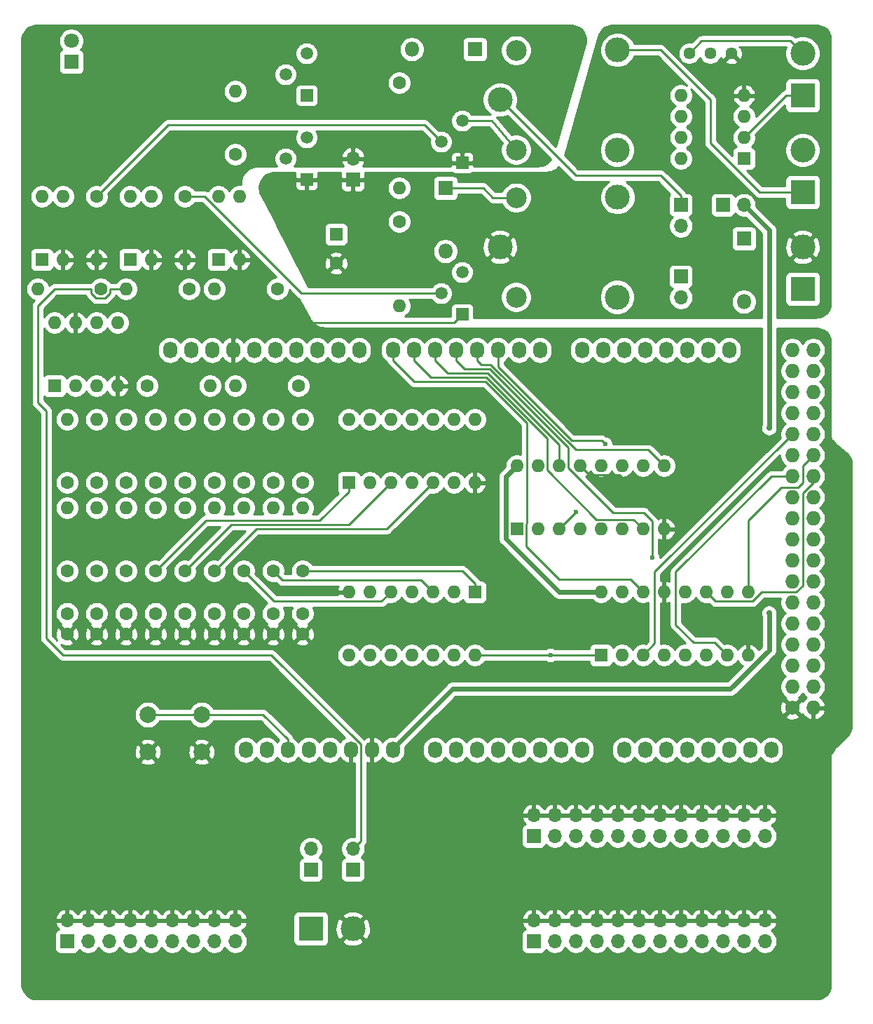
<source format=gbr>
G04 #@! TF.GenerationSoftware,KiCad,Pcbnew,5.1.5+dfsg1-2*
G04 #@! TF.CreationDate,2020-02-03T22:03:11+00:00*
G04 #@! TF.ProjectId,arduino_duo_shield,61726475-696e-46f5-9f64-756f5f736869,rev?*
G04 #@! TF.SameCoordinates,PX6258c20PY7445a00*
G04 #@! TF.FileFunction,Copper,L2,Bot*
G04 #@! TF.FilePolarity,Positive*
%FSLAX46Y46*%
G04 Gerber Fmt 4.6, Leading zero omitted, Abs format (unit mm)*
G04 Created by KiCad (PCBNEW 5.1.5+dfsg1-2) date 2020-02-03 22:03:11*
%MOMM*%
%LPD*%
G04 APERTURE LIST*
%ADD10O,1.600000X1.600000*%
%ADD11R,1.600000X1.600000*%
%ADD12C,1.600000*%
%ADD13O,1.700000X1.700000*%
%ADD14R,1.700000X1.700000*%
%ADD15R,1.500000X1.500000*%
%ADD16C,1.500000*%
%ADD17C,3.000000*%
%ADD18R,3.000000X3.000000*%
%ADD19C,1.800000*%
%ADD20R,1.800000X1.800000*%
%ADD21C,2.500000*%
%ADD22C,1.440000*%
%ADD23O,1.800000X1.800000*%
%ADD24C,2.000000*%
%ADD25C,1.727200*%
%ADD26O,1.727200X1.727200*%
%ADD27O,1.727200X2.032000*%
%ADD28C,0.600000*%
%ADD29C,0.700000*%
%ADD30C,0.250000*%
%ADD31C,0.600000*%
%ADD32C,0.254000*%
G04 APERTURE END LIST*
D10*
X5080000Y54356000D03*
X12700000Y46736000D03*
X7620000Y54356000D03*
X10160000Y46736000D03*
X10160000Y54356000D03*
X7620000Y46736000D03*
X12700000Y54356000D03*
D11*
X5080000Y46736000D03*
D10*
X26924000Y46736000D03*
D12*
X34544000Y46736000D03*
D10*
X23876000Y46736000D03*
D12*
X16256000Y46736000D03*
D13*
X41148000Y-9144000D03*
D14*
X41148000Y-11684000D03*
D13*
X36068000Y-9144000D03*
D14*
X36068000Y-11684000D03*
D13*
X88392000Y68580000D03*
D14*
X85852000Y68580000D03*
D15*
X54356000Y55372000D03*
D16*
X54356000Y60452000D03*
X51816000Y57912000D03*
D15*
X54356000Y73660000D03*
D16*
X54356000Y78740000D03*
X51816000Y76200000D03*
D15*
X35560000Y81788000D03*
D16*
X35560000Y86868000D03*
X33020000Y84328000D03*
D15*
X35560000Y71628000D03*
D16*
X35560000Y76708000D03*
X33020000Y74168000D03*
D13*
X41148000Y74168000D03*
D14*
X41148000Y71628000D03*
D17*
X95504000Y86868000D03*
D18*
X95504000Y81788000D03*
D10*
X80772000Y74168000D03*
X88392000Y81788000D03*
X80772000Y76708000D03*
X88392000Y79248000D03*
X80772000Y79248000D03*
X88392000Y76708000D03*
X80772000Y81788000D03*
D11*
X88392000Y74168000D03*
D19*
X7112000Y88392000D03*
D20*
X7112000Y85852000D03*
D17*
X58928000Y63500000D03*
D21*
X60878000Y69450000D03*
D17*
X73128000Y69500000D03*
X73078000Y57450000D03*
D21*
X60878000Y57450000D03*
D12*
X39116000Y61524000D03*
D11*
X39116000Y65024000D03*
D10*
X14224000Y69596000D03*
X16764000Y61976000D03*
X16764000Y69596000D03*
D11*
X14224000Y61976000D03*
D10*
X3556000Y69596000D03*
X6096000Y61976000D03*
X6096000Y69596000D03*
D11*
X3556000Y61976000D03*
D10*
X24892000Y69596000D03*
X27432000Y61976000D03*
X27432000Y69596000D03*
D11*
X24892000Y61976000D03*
D22*
X86868000Y86868000D03*
X84328000Y86868000D03*
X81788000Y86868000D03*
D10*
X27940000Y32004000D03*
D12*
X27940000Y24384000D03*
D10*
X27940000Y42672000D03*
D12*
X27940000Y35052000D03*
D10*
X31496000Y32004000D03*
D12*
X31496000Y24384000D03*
D10*
X31496000Y42672000D03*
D12*
X31496000Y35052000D03*
D10*
X20828000Y61976000D03*
D12*
X20828000Y69596000D03*
D10*
X10160000Y61976000D03*
D12*
X10160000Y69596000D03*
D10*
X13716000Y58420000D03*
D12*
X21336000Y58420000D03*
D10*
X46736000Y70612000D03*
D12*
X46736000Y83312000D03*
D10*
X3048000Y58420000D03*
D12*
X10668000Y58420000D03*
D10*
X26924000Y82296000D03*
D12*
X26924000Y74676000D03*
D10*
X35052000Y32004000D03*
D12*
X35052000Y24384000D03*
D10*
X35052000Y42672000D03*
D12*
X35052000Y35052000D03*
D10*
X24384000Y58420000D03*
D12*
X32004000Y58420000D03*
D10*
X6604000Y32004000D03*
D12*
X6604000Y24384000D03*
D10*
X6604000Y42672000D03*
D12*
X6604000Y35052000D03*
D10*
X10160000Y32004000D03*
D12*
X10160000Y24384000D03*
D10*
X10160000Y42672000D03*
D12*
X10160000Y35052000D03*
D10*
X13716000Y32004000D03*
D12*
X13716000Y24384000D03*
D10*
X13716000Y42672000D03*
D12*
X13716000Y35052000D03*
D10*
X17272000Y32004000D03*
D12*
X17272000Y24384000D03*
D10*
X17272000Y42672000D03*
D12*
X17272000Y35052000D03*
D10*
X20828000Y32004000D03*
D12*
X20828000Y24384000D03*
D10*
X20828000Y42672000D03*
D12*
X20828000Y35052000D03*
D10*
X24384000Y32004000D03*
D12*
X24384000Y24384000D03*
D10*
X24384000Y42672000D03*
D12*
X24384000Y35052000D03*
D10*
X46736000Y56388000D03*
D12*
X46736000Y66548000D03*
D17*
X58928000Y81280000D03*
D21*
X60878000Y87230000D03*
D17*
X73128000Y87280000D03*
X73078000Y75230000D03*
D21*
X60878000Y75230000D03*
D13*
X80772000Y66040000D03*
D14*
X80772000Y68580000D03*
D13*
X80772000Y57404000D03*
D14*
X80772000Y59944000D03*
D13*
X90932000Y-17780000D03*
X90932000Y-20320000D03*
X88392000Y-17780000D03*
X88392000Y-20320000D03*
X85852000Y-17780000D03*
X85852000Y-20320000D03*
X83312000Y-17780000D03*
X83312000Y-20320000D03*
X80772000Y-17780000D03*
X80772000Y-20320000D03*
X78232000Y-17780000D03*
X78232000Y-20320000D03*
X75692000Y-17780000D03*
X75692000Y-20320000D03*
X73152000Y-17780000D03*
X73152000Y-20320000D03*
X70612000Y-17780000D03*
X70612000Y-20320000D03*
X68072000Y-17780000D03*
X68072000Y-20320000D03*
X65532000Y-17780000D03*
X65532000Y-20320000D03*
X62992000Y-17780000D03*
D14*
X62992000Y-20320000D03*
D17*
X95504000Y63500000D03*
D18*
X95504000Y58420000D03*
D17*
X95504000Y75184000D03*
D18*
X95504000Y70104000D03*
D13*
X26924000Y-17780000D03*
X26924000Y-20320000D03*
X24384000Y-17780000D03*
X24384000Y-20320000D03*
X21844000Y-17780000D03*
X21844000Y-20320000D03*
X19304000Y-17780000D03*
X19304000Y-20320000D03*
X16764000Y-17780000D03*
X16764000Y-20320000D03*
X14224000Y-17780000D03*
X14224000Y-20320000D03*
X11684000Y-17780000D03*
X11684000Y-20320000D03*
X9144000Y-17780000D03*
X9144000Y-20320000D03*
X6604000Y-17780000D03*
D14*
X6604000Y-20320000D03*
D17*
X41148000Y-18796000D03*
D18*
X36068000Y-18796000D03*
D23*
X88392000Y56896000D03*
D20*
X88392000Y64516000D03*
X52324000Y70612000D03*
D23*
X52324000Y62992000D03*
D20*
X55880000Y87376000D03*
D23*
X48260000Y87376000D03*
D12*
X27940000Y19264000D03*
X27940000Y16764000D03*
X31496000Y19264000D03*
X31496000Y16764000D03*
X35052000Y19264000D03*
X35052000Y16764000D03*
X6604000Y19264000D03*
X6604000Y16764000D03*
X10160000Y19264000D03*
X10160000Y16764000D03*
X13716000Y19264000D03*
X13716000Y16764000D03*
X17272000Y19264000D03*
X17272000Y16764000D03*
X20828000Y19264000D03*
X20828000Y16764000D03*
X24384000Y19264000D03*
X24384000Y16764000D03*
D24*
X16360000Y2540000D03*
X16360000Y7040000D03*
X22860000Y2540000D03*
X22860000Y7040000D03*
D10*
X60960000Y37084000D03*
X78740000Y29464000D03*
X63500000Y37084000D03*
X76200000Y29464000D03*
X66040000Y37084000D03*
X73660000Y29464000D03*
X68580000Y37084000D03*
X71120000Y29464000D03*
X71120000Y37084000D03*
X68580000Y29464000D03*
X73660000Y37084000D03*
X66040000Y29464000D03*
X76200000Y37084000D03*
X63500000Y29464000D03*
X78740000Y37084000D03*
D11*
X60960000Y29464000D03*
D10*
X71120000Y21844000D03*
X88900000Y14224000D03*
X73660000Y21844000D03*
X86360000Y14224000D03*
X76200000Y21844000D03*
X83820000Y14224000D03*
X78740000Y21844000D03*
X81280000Y14224000D03*
X81280000Y21844000D03*
X78740000Y14224000D03*
X83820000Y21844000D03*
X76200000Y14224000D03*
X86360000Y21844000D03*
X73660000Y14224000D03*
X88900000Y21844000D03*
D11*
X71120000Y14224000D03*
D10*
X40640000Y42672000D03*
X55880000Y35052000D03*
X43180000Y42672000D03*
X53340000Y35052000D03*
X45720000Y42672000D03*
X50800000Y35052000D03*
X48260000Y42672000D03*
X48260000Y35052000D03*
X50800000Y42672000D03*
X45720000Y35052000D03*
X53340000Y42672000D03*
X43180000Y35052000D03*
X55880000Y42672000D03*
D11*
X40640000Y35052000D03*
D10*
X55880000Y14224000D03*
X40640000Y21844000D03*
X53340000Y14224000D03*
X43180000Y21844000D03*
X50800000Y14224000D03*
X45720000Y21844000D03*
X48260000Y14224000D03*
X48260000Y21844000D03*
X45720000Y14224000D03*
X50800000Y21844000D03*
X43180000Y14224000D03*
X53340000Y21844000D03*
X40640000Y14224000D03*
D11*
X55880000Y21844000D03*
D13*
X90932000Y-5080000D03*
X90932000Y-7620000D03*
X88392000Y-5080000D03*
X88392000Y-7620000D03*
X85852000Y-5080000D03*
X85852000Y-7620000D03*
X83312000Y-5080000D03*
X83312000Y-7620000D03*
X80772000Y-5080000D03*
X80772000Y-7620000D03*
X78232000Y-5080000D03*
X78232000Y-7620000D03*
X75692000Y-5080000D03*
X75692000Y-7620000D03*
X73152000Y-5080000D03*
X73152000Y-7620000D03*
X70612000Y-5080000D03*
X70612000Y-7620000D03*
X68072000Y-5080000D03*
X68072000Y-7620000D03*
X65532000Y-5080000D03*
X65532000Y-7620000D03*
X62992000Y-5080000D03*
D14*
X62992000Y-7620000D03*
D25*
X94234000Y7874000D03*
D26*
X96774000Y7874000D03*
X94234000Y10414000D03*
X96774000Y10414000D03*
X94234000Y12954000D03*
X96774000Y12954000D03*
X94234000Y15494000D03*
X96774000Y15494000D03*
X94234000Y18034000D03*
X96774000Y18034000D03*
X94234000Y20574000D03*
X96774000Y20574000D03*
X94234000Y23114000D03*
X96774000Y23114000D03*
X94234000Y25654000D03*
X96774000Y25654000D03*
X94234000Y28194000D03*
X96774000Y28194000D03*
X94234000Y30734000D03*
X96774000Y30734000D03*
X94234000Y33274000D03*
X96774000Y33274000D03*
X94234000Y35814000D03*
X96774000Y35814000D03*
X94234000Y38354000D03*
X96774000Y38354000D03*
X94234000Y40894000D03*
X96774000Y40894000D03*
X94234000Y43434000D03*
X96774000Y43434000D03*
X94234000Y45974000D03*
X96774000Y45974000D03*
X94234000Y48514000D03*
X96774000Y48514000D03*
X94234000Y51054000D03*
X96774000Y51054000D03*
D27*
X28194000Y2794000D03*
X30734000Y2794000D03*
X33274000Y2794000D03*
X35814000Y2794000D03*
X38354000Y2794000D03*
X40894000Y2794000D03*
X43434000Y2794000D03*
X45974000Y2794000D03*
X51054000Y2794000D03*
X53594000Y2794000D03*
X56134000Y2794000D03*
X58674000Y2794000D03*
X61214000Y2794000D03*
X63754000Y2794000D03*
X66294000Y2794000D03*
X68834000Y2794000D03*
X73914000Y2794000D03*
X76454000Y2794000D03*
X78994000Y2794000D03*
X81534000Y2794000D03*
X84074000Y2794000D03*
X86614000Y2794000D03*
X89154000Y2794000D03*
X91694000Y2794000D03*
X19050000Y51054000D03*
X21590000Y51054000D03*
X24130000Y51054000D03*
X26670000Y51054000D03*
X29210000Y51054000D03*
X31750000Y51054000D03*
X34290000Y51054000D03*
X36830000Y51054000D03*
X39370000Y51054000D03*
X41910000Y51054000D03*
X45974000Y51054000D03*
X48514000Y51054000D03*
X51054000Y51054000D03*
X53594000Y51054000D03*
X56134000Y51054000D03*
X58674000Y51054000D03*
X61214000Y51054000D03*
X63754000Y51054000D03*
X68834000Y51054000D03*
X71374000Y51054000D03*
X73914000Y51054000D03*
X76454000Y51054000D03*
X78994000Y51054000D03*
X81534000Y51054000D03*
X84074000Y51054000D03*
X86614000Y51054000D03*
D28*
X65024000Y14224000D03*
X68079999Y31496000D03*
X77325001Y26017001D03*
X71628000Y39740976D03*
D29*
X91440000Y19304000D03*
X91440000Y41656000D03*
D30*
X78740000Y30595370D02*
X78740000Y29464000D01*
X73376371Y35958999D02*
X78740000Y30595370D01*
X68580000Y37084000D02*
X69705001Y35958999D01*
X69705001Y35958999D02*
X73376371Y35958999D01*
X26670000Y52320000D02*
X26670000Y51054000D01*
X54356000Y55372000D02*
X53340000Y54356000D01*
X28706000Y54356000D02*
X26670000Y52320000D01*
X53340000Y54356000D02*
X28706000Y54356000D01*
D31*
X66079998Y21844000D02*
X71120000Y21844000D01*
X59659999Y28263999D02*
X66079998Y21844000D01*
X59659999Y35783999D02*
X59659999Y28263999D01*
X60960000Y37084000D02*
X59659999Y35783999D01*
D30*
X30294000Y7040000D02*
X22860000Y7040000D01*
X33274000Y4060000D02*
X30294000Y7040000D01*
X33274000Y2794000D02*
X33274000Y4060000D01*
X22860000Y7040000D02*
X16360000Y7040000D01*
X71120000Y14224000D02*
X65024000Y14224000D01*
X55880000Y14224000D02*
X65024000Y14224000D01*
X60878000Y69450000D02*
X58058000Y69450000D01*
X58058000Y69450000D02*
X56896000Y70612000D01*
X56896000Y70612000D02*
X52324000Y70612000D01*
X84836000Y15748000D02*
X86360000Y14224000D01*
X82296000Y15748000D02*
X84836000Y15748000D01*
X80154999Y17889001D02*
X82296000Y15748000D01*
X80154999Y24274999D02*
X80154999Y17889001D01*
X91694000Y35814000D02*
X80154999Y24274999D01*
X94234000Y35814000D02*
X91694000Y35814000D01*
X84945001Y20718999D02*
X83820000Y21844000D01*
X89440001Y20718999D02*
X84945001Y20718999D01*
X90565002Y21844000D02*
X89440001Y20718999D01*
X96774000Y35814000D02*
X96774000Y35033130D01*
X96774000Y35033130D02*
X95504000Y33763130D01*
X94723130Y21844000D02*
X90565002Y21844000D01*
X95504000Y33763130D02*
X95504000Y22624870D01*
X95504000Y22624870D02*
X94723130Y21844000D01*
X88900000Y30480000D02*
X88900000Y21844000D01*
X95504000Y37084000D02*
X95504000Y35052000D01*
X96774000Y38354000D02*
X95504000Y37084000D01*
X95504000Y35052000D02*
X94914601Y34462601D01*
X94914601Y34462601D02*
X92882601Y34462601D01*
X92882601Y34462601D02*
X88900000Y30480000D01*
X77614999Y15638999D02*
X77614999Y24274999D01*
X77614999Y24274999D02*
X94234000Y40894000D01*
X76200000Y14224000D02*
X77614999Y15638999D01*
X66040000Y29464000D02*
X68072000Y31496000D01*
X68072000Y31496000D02*
X68079999Y31496000D01*
X48518000Y47244000D02*
X57147180Y47244000D01*
X57147180Y47244000D02*
X62165795Y42225385D01*
X74676000Y23368000D02*
X76200000Y21844000D01*
X62085001Y27322999D02*
X66040000Y23368000D01*
X45974000Y51054000D02*
X45974000Y49788000D01*
X62165795Y30161795D02*
X62085001Y30081001D01*
X62085001Y30081001D02*
X62085001Y27322999D01*
X45974000Y49788000D02*
X48518000Y47244000D01*
X62165795Y42225385D02*
X62165795Y30161795D01*
X66040000Y23368000D02*
X74676000Y23368000D01*
X50550000Y47752000D02*
X57275590Y47752000D01*
X64625001Y36543999D02*
X70579999Y30589001D01*
X75074999Y30589001D02*
X76200000Y29464000D01*
X70579999Y30589001D02*
X75074999Y30589001D01*
X48514000Y49788000D02*
X50550000Y47752000D01*
X48514000Y51054000D02*
X48514000Y49788000D01*
X57275590Y47752000D02*
X64625001Y40402589D01*
X64625001Y40402589D02*
X64625001Y36543999D01*
X52582000Y48260000D02*
X51054000Y49788000D01*
X51054000Y49788000D02*
X51054000Y51054000D01*
X57404000Y48260000D02*
X52582000Y48260000D01*
X66040000Y37084000D02*
X66040000Y39624000D01*
X66040000Y39624000D02*
X57404000Y48260000D01*
X53594000Y49788000D02*
X54614000Y48768000D01*
X72573499Y31425499D02*
X76270501Y31425499D01*
X76270501Y31425499D02*
X77325001Y30370999D01*
X53594000Y51054000D02*
X53594000Y49788000D01*
X77325001Y30370999D02*
X77325001Y26017001D01*
X67165001Y39258177D02*
X67165001Y36833997D01*
X54614000Y48768000D02*
X57655178Y48768000D01*
X67165001Y36833997D02*
X72573499Y31425499D01*
X57655178Y48768000D02*
X67165001Y39258177D01*
X56134000Y51054000D02*
X56134000Y50901600D01*
X76825005Y38998995D02*
X68060594Y38998995D01*
X78740000Y37084000D02*
X76825005Y38998995D01*
X56134000Y49788000D02*
X56134000Y51054000D01*
X68060594Y38998995D02*
X57783589Y49276000D01*
X56646000Y49276000D02*
X56134000Y49788000D01*
X57783589Y49276000D02*
X56646000Y49276000D01*
X71236976Y40132000D02*
X71628000Y39740976D01*
X67564000Y40132000D02*
X71236976Y40132000D01*
X58674000Y51054000D02*
X58674000Y49022000D01*
X58674000Y49022000D02*
X67564000Y40132000D01*
X29464000Y29464000D02*
X24384000Y24384000D01*
X50800000Y35052000D02*
X45212000Y29464000D01*
X45212000Y29464000D02*
X29464000Y29464000D01*
X26416000Y29972000D02*
X20828000Y24384000D01*
X45720000Y35052000D02*
X40640000Y29972000D01*
X40640000Y29972000D02*
X26416000Y29972000D01*
X23368000Y30480000D02*
X17272000Y24384000D01*
X37118000Y30480000D02*
X23368000Y30480000D01*
X40640000Y35052000D02*
X40640000Y34002000D01*
X40640000Y34002000D02*
X37118000Y30480000D01*
X54390000Y24384000D02*
X55880000Y22894000D01*
X55880000Y22894000D02*
X55880000Y21844000D01*
X35052000Y24384000D02*
X54390000Y24384000D01*
X49385001Y23258999D02*
X50800000Y21844000D01*
X32621001Y23258999D02*
X49385001Y23258999D01*
X31496000Y24384000D02*
X32621001Y23258999D01*
X44594999Y20718999D02*
X45720000Y21844000D01*
X31605001Y20718999D02*
X44594999Y20718999D01*
X27940000Y24384000D02*
X31605001Y20718999D01*
X57912000Y78740000D02*
X60878000Y75230000D01*
X54356000Y78740000D02*
X57912000Y78740000D01*
X93472000Y81788000D02*
X88392000Y76708000D01*
X95504000Y81788000D02*
X93472000Y81788000D01*
X78328000Y87280000D02*
X73128000Y87280000D01*
X95504000Y70104000D02*
X90270998Y70104000D01*
X84328000Y76046998D02*
X84328000Y81280000D01*
X90270998Y70104000D02*
X84328000Y76046998D01*
X84328000Y81280000D02*
X78328000Y87280000D01*
X80772000Y69680000D02*
X78316000Y72136000D01*
X80772000Y68580000D02*
X80772000Y69680000D01*
X68072000Y72136000D02*
X58928000Y81280000D01*
X78316000Y72136000D02*
X68072000Y72136000D01*
X18796000Y78232000D02*
X10160000Y69596000D01*
X49784000Y78232000D02*
X18796000Y78232000D01*
X51816000Y76200000D02*
X49784000Y78232000D01*
X23226998Y69596000D02*
X20828000Y69596000D01*
X34910998Y57912000D02*
X23226998Y69596000D01*
X51816000Y57912000D02*
X34910998Y57912000D01*
X94004001Y88367999D02*
X95504000Y86868000D01*
X83287999Y88367999D02*
X94004001Y88367999D01*
X81788000Y86868000D02*
X83287999Y88367999D01*
D31*
X45974000Y2946400D02*
X53187600Y10160000D01*
X45974000Y2794000D02*
X45974000Y2946400D01*
X91440000Y14839998D02*
X91440000Y19304000D01*
X53187600Y10160000D02*
X86760002Y10160000D01*
X86760002Y10160000D02*
X91440000Y14839998D01*
X91440000Y65532000D02*
X88392000Y68580000D01*
X91440000Y41656000D02*
X91440000Y65532000D01*
D30*
X4064000Y43688000D02*
X3048000Y44704000D01*
X4064000Y16256000D02*
X4064000Y43688000D01*
X42082610Y-8209390D02*
X42082610Y3438738D01*
X41148000Y-9144000D02*
X42082610Y-8209390D01*
X42082610Y3438738D02*
X31297348Y14224000D01*
X31297348Y14224000D02*
X6096000Y14224000D01*
X6096000Y14224000D02*
X4064000Y16256000D01*
X3048000Y56388000D02*
X5080000Y58420000D01*
X11793001Y57879999D02*
X11793001Y58420000D01*
X9542999Y58420000D02*
X9542999Y57879999D01*
X11793001Y58420000D02*
X13716000Y58420000D01*
X11208001Y57294999D02*
X11793001Y57879999D01*
X3048000Y44704000D02*
X3048000Y56388000D01*
X5080000Y58420000D02*
X9542999Y58420000D01*
X10127999Y57294999D02*
X11208001Y57294999D01*
X9542999Y57879999D02*
X10127999Y57294999D01*
D32*
G36*
X97326504Y90277615D02*
G01*
X97587593Y90220819D01*
X97837940Y90127444D01*
X98072445Y89999395D01*
X98286338Y89839276D01*
X98475276Y89650338D01*
X98635395Y89436445D01*
X98763444Y89201940D01*
X98856819Y88951593D01*
X98858000Y88946164D01*
X98858001Y56341839D01*
X98856819Y56336407D01*
X98763444Y56086060D01*
X98635395Y55851555D01*
X98475276Y55637662D01*
X98286338Y55448724D01*
X98072445Y55288605D01*
X97837940Y55160556D01*
X97587593Y55067181D01*
X97326504Y55010385D01*
X97055470Y54991000D01*
X92375000Y54991000D01*
X92375000Y59920000D01*
X93365928Y59920000D01*
X93365928Y56920000D01*
X93378188Y56795518D01*
X93414498Y56675820D01*
X93473463Y56565506D01*
X93552815Y56468815D01*
X93649506Y56389463D01*
X93759820Y56330498D01*
X93879518Y56294188D01*
X94004000Y56281928D01*
X97004000Y56281928D01*
X97128482Y56294188D01*
X97248180Y56330498D01*
X97358494Y56389463D01*
X97455185Y56468815D01*
X97534537Y56565506D01*
X97593502Y56675820D01*
X97629812Y56795518D01*
X97642072Y56920000D01*
X97642072Y59920000D01*
X97629812Y60044482D01*
X97593502Y60164180D01*
X97534537Y60274494D01*
X97455185Y60371185D01*
X97358494Y60450537D01*
X97248180Y60509502D01*
X97128482Y60545812D01*
X97004000Y60558072D01*
X94004000Y60558072D01*
X93879518Y60545812D01*
X93759820Y60509502D01*
X93649506Y60450537D01*
X93552815Y60371185D01*
X93473463Y60274494D01*
X93414498Y60164180D01*
X93378188Y60044482D01*
X93365928Y59920000D01*
X92375000Y59920000D01*
X92375000Y62008347D01*
X94191952Y62008347D01*
X94347962Y61692786D01*
X94722745Y61501980D01*
X95127551Y61387956D01*
X95546824Y61355098D01*
X95964451Y61404666D01*
X96364383Y61534757D01*
X96660038Y61692786D01*
X96816048Y62008347D01*
X95504000Y63320395D01*
X94191952Y62008347D01*
X92375000Y62008347D01*
X92375000Y63457176D01*
X93359098Y63457176D01*
X93408666Y63039549D01*
X93538757Y62639617D01*
X93696786Y62343962D01*
X94012347Y62187952D01*
X95324395Y63500000D01*
X95683605Y63500000D01*
X96995653Y62187952D01*
X97311214Y62343962D01*
X97502020Y62718745D01*
X97616044Y63123551D01*
X97648902Y63542824D01*
X97599334Y63960451D01*
X97469243Y64360383D01*
X97311214Y64656038D01*
X96995653Y64812048D01*
X95683605Y63500000D01*
X95324395Y63500000D01*
X94012347Y64812048D01*
X93696786Y64656038D01*
X93505980Y64281255D01*
X93391956Y63876449D01*
X93359098Y63457176D01*
X92375000Y63457176D01*
X92375000Y64991653D01*
X94191952Y64991653D01*
X95504000Y63679605D01*
X96816048Y64991653D01*
X96660038Y65307214D01*
X96285255Y65498020D01*
X95880449Y65612044D01*
X95461176Y65644902D01*
X95043549Y65595334D01*
X94643617Y65465243D01*
X94347962Y65307214D01*
X94191952Y64991653D01*
X92375000Y64991653D01*
X92375000Y65486068D01*
X92379524Y65532000D01*
X92361471Y65715292D01*
X92328495Y65824000D01*
X92308007Y65891540D01*
X92221186Y66053972D01*
X92104344Y66196344D01*
X92068659Y66225630D01*
X89874271Y68420018D01*
X89877000Y68433740D01*
X89877000Y68726260D01*
X89819932Y69013158D01*
X89707990Y69283411D01*
X89545475Y69526632D01*
X89338632Y69733475D01*
X89095411Y69895990D01*
X88825158Y70007932D01*
X88538260Y70065000D01*
X88245740Y70065000D01*
X87958842Y70007932D01*
X87688589Y69895990D01*
X87445368Y69733475D01*
X87313513Y69601620D01*
X87291502Y69674180D01*
X87232537Y69784494D01*
X87153185Y69881185D01*
X87056494Y69960537D01*
X86946180Y70019502D01*
X86826482Y70055812D01*
X86702000Y70068072D01*
X85002000Y70068072D01*
X84877518Y70055812D01*
X84757820Y70019502D01*
X84647506Y69960537D01*
X84550815Y69881185D01*
X84471463Y69784494D01*
X84412498Y69674180D01*
X84376188Y69554482D01*
X84363928Y69430000D01*
X84363928Y67730000D01*
X84376188Y67605518D01*
X84412498Y67485820D01*
X84471463Y67375506D01*
X84550815Y67278815D01*
X84647506Y67199463D01*
X84757820Y67140498D01*
X84877518Y67104188D01*
X85002000Y67091928D01*
X86702000Y67091928D01*
X86826482Y67104188D01*
X86946180Y67140498D01*
X87056494Y67199463D01*
X87153185Y67278815D01*
X87232537Y67375506D01*
X87291502Y67485820D01*
X87313513Y67558380D01*
X87445368Y67426525D01*
X87688589Y67264010D01*
X87958842Y67152068D01*
X88245740Y67095000D01*
X88538260Y67095000D01*
X88551982Y67097729D01*
X90505001Y65144710D01*
X90505001Y54991000D01*
X55744072Y54991000D01*
X55744072Y56122000D01*
X55731812Y56246482D01*
X55695502Y56366180D01*
X55636537Y56476494D01*
X55557185Y56573185D01*
X55460494Y56652537D01*
X55350180Y56711502D01*
X55230482Y56747812D01*
X55106000Y56760072D01*
X53606000Y56760072D01*
X53481518Y56747812D01*
X53361820Y56711502D01*
X53251506Y56652537D01*
X53154815Y56573185D01*
X53075463Y56476494D01*
X53016498Y56366180D01*
X52980188Y56246482D01*
X52967928Y56122000D01*
X52967928Y55116000D01*
X47414954Y55116000D01*
X47415727Y55116320D01*
X47650759Y55273363D01*
X47850637Y55473241D01*
X48007680Y55708273D01*
X48115853Y55969426D01*
X48171000Y56246665D01*
X48171000Y56529335D01*
X48115853Y56806574D01*
X48007680Y57067727D01*
X47951371Y57152000D01*
X50658091Y57152000D01*
X50740201Y57029114D01*
X50933114Y56836201D01*
X51159957Y56684629D01*
X51412011Y56580225D01*
X51679589Y56527000D01*
X51952411Y56527000D01*
X52219989Y56580225D01*
X52472043Y56684629D01*
X52698886Y56836201D01*
X52891799Y57029114D01*
X53043371Y57255957D01*
X53147775Y57508011D01*
X53173165Y57635656D01*
X58993000Y57635656D01*
X58993000Y57264344D01*
X59065439Y56900166D01*
X59207534Y56557118D01*
X59413825Y56248382D01*
X59676382Y55985825D01*
X59985118Y55779534D01*
X60328166Y55637439D01*
X60692344Y55565000D01*
X61063656Y55565000D01*
X61427834Y55637439D01*
X61770882Y55779534D01*
X62079618Y55985825D01*
X62342175Y56248382D01*
X62548466Y56557118D01*
X62690561Y56900166D01*
X62763000Y57264344D01*
X62763000Y57635656D01*
X62758103Y57660279D01*
X70943000Y57660279D01*
X70943000Y57239721D01*
X71025047Y56827244D01*
X71185988Y56438698D01*
X71419637Y56089017D01*
X71717017Y55791637D01*
X72066698Y55557988D01*
X72455244Y55397047D01*
X72867721Y55315000D01*
X73288279Y55315000D01*
X73700756Y55397047D01*
X74089302Y55557988D01*
X74438983Y55791637D01*
X74736363Y56089017D01*
X74970012Y56438698D01*
X75130953Y56827244D01*
X75213000Y57239721D01*
X75213000Y57660279D01*
X75130953Y58072756D01*
X74970012Y58461302D01*
X74736363Y58810983D01*
X74438983Y59108363D01*
X74089302Y59342012D01*
X73700756Y59502953D01*
X73288279Y59585000D01*
X72867721Y59585000D01*
X72455244Y59502953D01*
X72066698Y59342012D01*
X71717017Y59108363D01*
X71419637Y58810983D01*
X71185988Y58461302D01*
X71025047Y58072756D01*
X70943000Y57660279D01*
X62758103Y57660279D01*
X62690561Y57999834D01*
X62548466Y58342882D01*
X62342175Y58651618D01*
X62079618Y58914175D01*
X61770882Y59120466D01*
X61427834Y59262561D01*
X61063656Y59335000D01*
X60692344Y59335000D01*
X60328166Y59262561D01*
X59985118Y59120466D01*
X59676382Y58914175D01*
X59413825Y58651618D01*
X59207534Y58342882D01*
X59065439Y57999834D01*
X58993000Y57635656D01*
X53173165Y57635656D01*
X53201000Y57775589D01*
X53201000Y58048411D01*
X53147775Y58315989D01*
X53043371Y58568043D01*
X52891799Y58794886D01*
X52698886Y58987799D01*
X52472043Y59139371D01*
X52219989Y59243775D01*
X51952411Y59297000D01*
X51679589Y59297000D01*
X51412011Y59243775D01*
X51159957Y59139371D01*
X50933114Y58987799D01*
X50740201Y58794886D01*
X50658091Y58672000D01*
X35776411Y58672000D01*
X34820201Y60531298D01*
X38302903Y60531298D01*
X38374486Y60287329D01*
X38629996Y60166429D01*
X38904184Y60097700D01*
X39186512Y60083783D01*
X39466130Y60125213D01*
X39732292Y60220397D01*
X39857514Y60287329D01*
X39929097Y60531298D01*
X39871984Y60588411D01*
X52971000Y60588411D01*
X52971000Y60315589D01*
X53024225Y60048011D01*
X53128629Y59795957D01*
X53280201Y59569114D01*
X53473114Y59376201D01*
X53699957Y59224629D01*
X53952011Y59120225D01*
X54219589Y59067000D01*
X54492411Y59067000D01*
X54759989Y59120225D01*
X55012043Y59224629D01*
X55238886Y59376201D01*
X55431799Y59569114D01*
X55583371Y59795957D01*
X55687775Y60048011D01*
X55741000Y60315589D01*
X55741000Y60588411D01*
X55700106Y60794000D01*
X79283928Y60794000D01*
X79283928Y59094000D01*
X79296188Y58969518D01*
X79332498Y58849820D01*
X79391463Y58739506D01*
X79470815Y58642815D01*
X79567506Y58563463D01*
X79677820Y58504498D01*
X79750380Y58482487D01*
X79618525Y58350632D01*
X79456010Y58107411D01*
X79344068Y57837158D01*
X79287000Y57550260D01*
X79287000Y57257740D01*
X79344068Y56970842D01*
X79456010Y56700589D01*
X79618525Y56457368D01*
X79825368Y56250525D01*
X80068589Y56088010D01*
X80338842Y55976068D01*
X80625740Y55919000D01*
X80918260Y55919000D01*
X81205158Y55976068D01*
X81475411Y56088010D01*
X81718632Y56250525D01*
X81925475Y56457368D01*
X82087990Y56700589D01*
X82199932Y56970842D01*
X82215117Y57047184D01*
X86857000Y57047184D01*
X86857000Y56744816D01*
X86915989Y56448257D01*
X87031701Y56168905D01*
X87199688Y55917495D01*
X87413495Y55703688D01*
X87664905Y55535701D01*
X87944257Y55419989D01*
X88240816Y55361000D01*
X88543184Y55361000D01*
X88839743Y55419989D01*
X89119095Y55535701D01*
X89370505Y55703688D01*
X89584312Y55917495D01*
X89752299Y56168905D01*
X89868011Y56448257D01*
X89927000Y56744816D01*
X89927000Y57047184D01*
X89868011Y57343743D01*
X89752299Y57623095D01*
X89584312Y57874505D01*
X89370505Y58088312D01*
X89119095Y58256299D01*
X88839743Y58372011D01*
X88543184Y58431000D01*
X88240816Y58431000D01*
X87944257Y58372011D01*
X87664905Y58256299D01*
X87413495Y58088312D01*
X87199688Y57874505D01*
X87031701Y57623095D01*
X86915989Y57343743D01*
X86857000Y57047184D01*
X82215117Y57047184D01*
X82257000Y57257740D01*
X82257000Y57550260D01*
X82199932Y57837158D01*
X82087990Y58107411D01*
X81925475Y58350632D01*
X81793620Y58482487D01*
X81866180Y58504498D01*
X81976494Y58563463D01*
X82073185Y58642815D01*
X82152537Y58739506D01*
X82211502Y58849820D01*
X82247812Y58969518D01*
X82260072Y59094000D01*
X82260072Y60794000D01*
X82247812Y60918482D01*
X82211502Y61038180D01*
X82152537Y61148494D01*
X82073185Y61245185D01*
X81976494Y61324537D01*
X81866180Y61383502D01*
X81746482Y61419812D01*
X81622000Y61432072D01*
X79922000Y61432072D01*
X79797518Y61419812D01*
X79677820Y61383502D01*
X79567506Y61324537D01*
X79470815Y61245185D01*
X79391463Y61148494D01*
X79332498Y61038180D01*
X79296188Y60918482D01*
X79283928Y60794000D01*
X55700106Y60794000D01*
X55687775Y60855989D01*
X55583371Y61108043D01*
X55431799Y61334886D01*
X55238886Y61527799D01*
X55012043Y61679371D01*
X54759989Y61783775D01*
X54492411Y61837000D01*
X54219589Y61837000D01*
X53952011Y61783775D01*
X53699957Y61679371D01*
X53473114Y61527799D01*
X53280201Y61334886D01*
X53128629Y61108043D01*
X53024225Y60855989D01*
X52971000Y60588411D01*
X39871984Y60588411D01*
X39116000Y61344395D01*
X38302903Y60531298D01*
X34820201Y60531298D01*
X34345932Y61453488D01*
X37675783Y61453488D01*
X37717213Y61173870D01*
X37812397Y60907708D01*
X37879329Y60782486D01*
X38123298Y60710903D01*
X38936395Y61524000D01*
X39295605Y61524000D01*
X40108702Y60710903D01*
X40352671Y60782486D01*
X40473571Y61037996D01*
X40542300Y61312184D01*
X40556217Y61594512D01*
X40514787Y61874130D01*
X40419603Y62140292D01*
X40352671Y62265514D01*
X40108702Y62337097D01*
X39295605Y61524000D01*
X38936395Y61524000D01*
X38123298Y62337097D01*
X37879329Y62265514D01*
X37758429Y62010004D01*
X37689700Y61735816D01*
X37675783Y61453488D01*
X34345932Y61453488D01*
X33799137Y62516702D01*
X38302903Y62516702D01*
X39116000Y61703605D01*
X39929097Y62516702D01*
X39857514Y62760671D01*
X39602004Y62881571D01*
X39327816Y62950300D01*
X39045488Y62964217D01*
X38765870Y62922787D01*
X38499708Y62827603D01*
X38374486Y62760671D01*
X38302903Y62516702D01*
X33799137Y62516702D01*
X33476947Y63143184D01*
X50789000Y63143184D01*
X50789000Y62840816D01*
X50847989Y62544257D01*
X50963701Y62264905D01*
X51131688Y62013495D01*
X51345495Y61799688D01*
X51596905Y61631701D01*
X51876257Y61515989D01*
X52172816Y61457000D01*
X52475184Y61457000D01*
X52771743Y61515989D01*
X53051095Y61631701D01*
X53302505Y61799688D01*
X53511164Y62008347D01*
X57615952Y62008347D01*
X57771962Y61692786D01*
X58146745Y61501980D01*
X58551551Y61387956D01*
X58970824Y61355098D01*
X59388451Y61404666D01*
X59788383Y61534757D01*
X60084038Y61692786D01*
X60240048Y62008347D01*
X58928000Y63320395D01*
X57615952Y62008347D01*
X53511164Y62008347D01*
X53516312Y62013495D01*
X53684299Y62264905D01*
X53800011Y62544257D01*
X53859000Y62840816D01*
X53859000Y63143184D01*
X53800011Y63439743D01*
X53792790Y63457176D01*
X56783098Y63457176D01*
X56832666Y63039549D01*
X56962757Y62639617D01*
X57120786Y62343962D01*
X57436347Y62187952D01*
X58748395Y63500000D01*
X59107605Y63500000D01*
X60419653Y62187952D01*
X60735214Y62343962D01*
X60926020Y62718745D01*
X61040044Y63123551D01*
X61072902Y63542824D01*
X61023334Y63960451D01*
X60893243Y64360383D01*
X60735214Y64656038D01*
X60419653Y64812048D01*
X59107605Y63500000D01*
X58748395Y63500000D01*
X57436347Y64812048D01*
X57120786Y64656038D01*
X56929980Y64281255D01*
X56815956Y63876449D01*
X56783098Y63457176D01*
X53792790Y63457176D01*
X53684299Y63719095D01*
X53516312Y63970505D01*
X53302505Y64184312D01*
X53051095Y64352299D01*
X52771743Y64468011D01*
X52475184Y64527000D01*
X52172816Y64527000D01*
X51876257Y64468011D01*
X51596905Y64352299D01*
X51345495Y64184312D01*
X51131688Y63970505D01*
X50963701Y63719095D01*
X50847989Y63439743D01*
X50789000Y63143184D01*
X33476947Y63143184D01*
X32098241Y65824000D01*
X37677928Y65824000D01*
X37677928Y64224000D01*
X37690188Y64099518D01*
X37726498Y63979820D01*
X37785463Y63869506D01*
X37864815Y63772815D01*
X37961506Y63693463D01*
X38071820Y63634498D01*
X38191518Y63598188D01*
X38316000Y63585928D01*
X39916000Y63585928D01*
X40040482Y63598188D01*
X40160180Y63634498D01*
X40270494Y63693463D01*
X40367185Y63772815D01*
X40446537Y63869506D01*
X40505502Y63979820D01*
X40541812Y64099518D01*
X40554072Y64224000D01*
X40554072Y64991653D01*
X57615952Y64991653D01*
X58928000Y63679605D01*
X60240048Y64991653D01*
X60084038Y65307214D01*
X59709255Y65498020D01*
X59304449Y65612044D01*
X58885176Y65644902D01*
X58467549Y65595334D01*
X58067617Y65465243D01*
X57771962Y65307214D01*
X57615952Y64991653D01*
X40554072Y64991653D01*
X40554072Y65824000D01*
X40541812Y65948482D01*
X40505502Y66068180D01*
X40446537Y66178494D01*
X40367185Y66275185D01*
X40270494Y66354537D01*
X40160180Y66413502D01*
X40040482Y66449812D01*
X39916000Y66462072D01*
X38316000Y66462072D01*
X38191518Y66449812D01*
X38071820Y66413502D01*
X37961506Y66354537D01*
X37864815Y66275185D01*
X37785463Y66178494D01*
X37726498Y66068180D01*
X37690188Y65948482D01*
X37677928Y65824000D01*
X32098241Y65824000D01*
X31653212Y66689335D01*
X45301000Y66689335D01*
X45301000Y66406665D01*
X45356147Y66129426D01*
X45464320Y65868273D01*
X45621363Y65633241D01*
X45821241Y65433363D01*
X46056273Y65276320D01*
X46317426Y65168147D01*
X46594665Y65113000D01*
X46877335Y65113000D01*
X47154574Y65168147D01*
X47415727Y65276320D01*
X47650759Y65433363D01*
X47850637Y65633241D01*
X48007680Y65868273D01*
X48115853Y66129426D01*
X48171000Y66406665D01*
X48171000Y66689335D01*
X48115853Y66966574D01*
X48007680Y67227727D01*
X47850637Y67462759D01*
X47650759Y67662637D01*
X47415727Y67819680D01*
X47154574Y67927853D01*
X46877335Y67983000D01*
X46594665Y67983000D01*
X46317426Y67927853D01*
X46056273Y67819680D01*
X45821241Y67662637D01*
X45621363Y67462759D01*
X45464320Y67227727D01*
X45356147Y66966574D01*
X45301000Y66689335D01*
X31653212Y66689335D01*
X30062047Y69783265D01*
X29953269Y70039157D01*
X29884088Y70303667D01*
X29854158Y70575431D01*
X29864119Y70848661D01*
X29869535Y70878000D01*
X34171928Y70878000D01*
X34184188Y70753518D01*
X34220498Y70633820D01*
X34279463Y70523506D01*
X34358815Y70426815D01*
X34455506Y70347463D01*
X34565820Y70288498D01*
X34685518Y70252188D01*
X34810000Y70239928D01*
X35274250Y70243000D01*
X35433000Y70401750D01*
X35433000Y71501000D01*
X35687000Y71501000D01*
X35687000Y70401750D01*
X35845750Y70243000D01*
X36310000Y70239928D01*
X36434482Y70252188D01*
X36554180Y70288498D01*
X36664494Y70347463D01*
X36761185Y70426815D01*
X36840537Y70523506D01*
X36899502Y70633820D01*
X36935812Y70753518D01*
X36938223Y70778000D01*
X39659928Y70778000D01*
X39672188Y70653518D01*
X39708498Y70533820D01*
X39767463Y70423506D01*
X39846815Y70326815D01*
X39943506Y70247463D01*
X40053820Y70188498D01*
X40173518Y70152188D01*
X40298000Y70139928D01*
X40862250Y70143000D01*
X41021000Y70301750D01*
X41021000Y71501000D01*
X41275000Y71501000D01*
X41275000Y70301750D01*
X41433750Y70143000D01*
X41998000Y70139928D01*
X42122482Y70152188D01*
X42242180Y70188498D01*
X42352494Y70247463D01*
X42449185Y70326815D01*
X42528537Y70423506D01*
X42587502Y70533820D01*
X42623812Y70653518D01*
X42633642Y70753335D01*
X45301000Y70753335D01*
X45301000Y70470665D01*
X45356147Y70193426D01*
X45464320Y69932273D01*
X45621363Y69697241D01*
X45821241Y69497363D01*
X46056273Y69340320D01*
X46317426Y69232147D01*
X46594665Y69177000D01*
X46877335Y69177000D01*
X47154574Y69232147D01*
X47415727Y69340320D01*
X47650759Y69497363D01*
X47850637Y69697241D01*
X48007680Y69932273D01*
X48115853Y70193426D01*
X48171000Y70470665D01*
X48171000Y70753335D01*
X48115853Y71030574D01*
X48007680Y71291727D01*
X47860499Y71512000D01*
X50785928Y71512000D01*
X50785928Y69712000D01*
X50798188Y69587518D01*
X50834498Y69467820D01*
X50893463Y69357506D01*
X50972815Y69260815D01*
X51069506Y69181463D01*
X51179820Y69122498D01*
X51299518Y69086188D01*
X51424000Y69073928D01*
X53224000Y69073928D01*
X53348482Y69086188D01*
X53468180Y69122498D01*
X53578494Y69181463D01*
X53675185Y69260815D01*
X53754537Y69357506D01*
X53813502Y69467820D01*
X53849812Y69587518D01*
X53862072Y69712000D01*
X53862072Y69852000D01*
X56581199Y69852000D01*
X57494201Y68938997D01*
X57517999Y68909999D01*
X57633724Y68815026D01*
X57765753Y68744454D01*
X57909014Y68700997D01*
X58020667Y68690000D01*
X58020676Y68690000D01*
X58057999Y68686324D01*
X58095322Y68690000D01*
X59152493Y68690000D01*
X59207534Y68557118D01*
X59413825Y68248382D01*
X59676382Y67985825D01*
X59985118Y67779534D01*
X60328166Y67637439D01*
X60692344Y67565000D01*
X61063656Y67565000D01*
X61427834Y67637439D01*
X61770882Y67779534D01*
X62079618Y67985825D01*
X62342175Y68248382D01*
X62548466Y68557118D01*
X62690561Y68900166D01*
X62763000Y69264344D01*
X62763000Y69635656D01*
X62690561Y69999834D01*
X62548466Y70342882D01*
X62342175Y70651618D01*
X62079618Y70914175D01*
X61770882Y71120466D01*
X61427834Y71262561D01*
X61063656Y71335000D01*
X60692344Y71335000D01*
X60328166Y71262561D01*
X59985118Y71120466D01*
X59676382Y70914175D01*
X59413825Y70651618D01*
X59207534Y70342882D01*
X59152493Y70210000D01*
X58372802Y70210000D01*
X57459804Y71122997D01*
X57436001Y71152001D01*
X57320276Y71246974D01*
X57188247Y71317546D01*
X57044986Y71361003D01*
X56933333Y71372000D01*
X56933322Y71372000D01*
X56896000Y71375676D01*
X56858678Y71372000D01*
X53862072Y71372000D01*
X53862072Y71512000D01*
X53849812Y71636482D01*
X53813502Y71756180D01*
X53754537Y71866494D01*
X53675185Y71963185D01*
X53578494Y72042537D01*
X53468180Y72101502D01*
X53348482Y72137812D01*
X53224000Y72150072D01*
X51424000Y72150072D01*
X51299518Y72137812D01*
X51179820Y72101502D01*
X51069506Y72042537D01*
X50972815Y71963185D01*
X50893463Y71866494D01*
X50834498Y71756180D01*
X50798188Y71636482D01*
X50785928Y71512000D01*
X47860499Y71512000D01*
X47850637Y71526759D01*
X47650759Y71726637D01*
X47415727Y71883680D01*
X47154574Y71991853D01*
X46877335Y72047000D01*
X46594665Y72047000D01*
X46317426Y71991853D01*
X46056273Y71883680D01*
X45821241Y71726637D01*
X45621363Y71526759D01*
X45464320Y71291727D01*
X45356147Y71030574D01*
X45301000Y70753335D01*
X42633642Y70753335D01*
X42636072Y70778000D01*
X42633000Y71342250D01*
X42474250Y71501000D01*
X41275000Y71501000D01*
X41021000Y71501000D01*
X39821750Y71501000D01*
X39663000Y71342250D01*
X39659928Y70778000D01*
X36938223Y70778000D01*
X36948072Y70878000D01*
X36945000Y71342250D01*
X36786250Y71501000D01*
X35687000Y71501000D01*
X35433000Y71501000D01*
X34333750Y71501000D01*
X34175000Y71342250D01*
X34171928Y70878000D01*
X29869535Y70878000D01*
X29913757Y71117517D01*
X30002018Y71376292D01*
X30127013Y71619448D01*
X30286086Y71841817D01*
X30475841Y72038653D01*
X30692238Y72205762D01*
X30930653Y72339576D01*
X31186021Y72437252D01*
X31452884Y72496702D01*
X31730202Y72517000D01*
X34188592Y72517000D01*
X34184188Y72502482D01*
X34171928Y72378000D01*
X34175000Y71913750D01*
X34333750Y71755000D01*
X35433000Y71755000D01*
X35433000Y71775000D01*
X35687000Y71775000D01*
X35687000Y71755000D01*
X36786250Y71755000D01*
X36945000Y71913750D01*
X36948072Y72378000D01*
X36935812Y72502482D01*
X36931408Y72517000D01*
X39663769Y72517000D01*
X39659928Y72478000D01*
X39663000Y71913750D01*
X39821750Y71755000D01*
X41021000Y71755000D01*
X41021000Y71775000D01*
X41275000Y71775000D01*
X41275000Y71755000D01*
X42474250Y71755000D01*
X42633000Y71913750D01*
X42636072Y72478000D01*
X42632231Y72517000D01*
X53107064Y72517000D01*
X53154815Y72458815D01*
X53251506Y72379463D01*
X53361820Y72320498D01*
X53481518Y72284188D01*
X53606000Y72271928D01*
X55106000Y72271928D01*
X55230482Y72284188D01*
X55350180Y72320498D01*
X55460494Y72379463D01*
X55557185Y72458815D01*
X55604936Y72517000D01*
X64531397Y72517000D01*
X64540509Y72517327D01*
X64826744Y72537916D01*
X64844779Y72540524D01*
X65125121Y72601866D01*
X65142597Y72607029D01*
X65411274Y72707861D01*
X65427832Y72715471D01*
X65679313Y72853718D01*
X65694611Y72863620D01*
X65923717Y73036435D01*
X65937440Y73048424D01*
X66010778Y73122420D01*
X67508200Y71624998D01*
X67531999Y71595999D01*
X67647724Y71501026D01*
X67779753Y71430454D01*
X67923014Y71386997D01*
X68034667Y71376000D01*
X68034677Y71376000D01*
X68072000Y71372324D01*
X68109323Y71376000D01*
X72092734Y71376000D01*
X71767017Y71158363D01*
X71469637Y70860983D01*
X71235988Y70511302D01*
X71075047Y70122756D01*
X70993000Y69710279D01*
X70993000Y69289721D01*
X71075047Y68877244D01*
X71235988Y68488698D01*
X71469637Y68139017D01*
X71767017Y67841637D01*
X72116698Y67607988D01*
X72505244Y67447047D01*
X72917721Y67365000D01*
X73338279Y67365000D01*
X73750756Y67447047D01*
X74139302Y67607988D01*
X74488983Y67841637D01*
X74786363Y68139017D01*
X75020012Y68488698D01*
X75180953Y68877244D01*
X75263000Y69289721D01*
X75263000Y69710279D01*
X75180953Y70122756D01*
X75020012Y70511302D01*
X74786363Y70860983D01*
X74488983Y71158363D01*
X74163266Y71376000D01*
X78001199Y71376000D01*
X79484655Y69892543D01*
X79470815Y69881185D01*
X79391463Y69784494D01*
X79332498Y69674180D01*
X79296188Y69554482D01*
X79283928Y69430000D01*
X79283928Y67730000D01*
X79296188Y67605518D01*
X79332498Y67485820D01*
X79391463Y67375506D01*
X79470815Y67278815D01*
X79567506Y67199463D01*
X79677820Y67140498D01*
X79750380Y67118487D01*
X79618525Y66986632D01*
X79456010Y66743411D01*
X79344068Y66473158D01*
X79287000Y66186260D01*
X79287000Y65893740D01*
X79344068Y65606842D01*
X79456010Y65336589D01*
X79618525Y65093368D01*
X79825368Y64886525D01*
X80068589Y64724010D01*
X80338842Y64612068D01*
X80625740Y64555000D01*
X80918260Y64555000D01*
X81205158Y64612068D01*
X81475411Y64724010D01*
X81718632Y64886525D01*
X81925475Y65093368D01*
X82087990Y65336589D01*
X82120882Y65416000D01*
X86853928Y65416000D01*
X86853928Y63616000D01*
X86866188Y63491518D01*
X86902498Y63371820D01*
X86961463Y63261506D01*
X87040815Y63164815D01*
X87137506Y63085463D01*
X87247820Y63026498D01*
X87367518Y62990188D01*
X87492000Y62977928D01*
X89292000Y62977928D01*
X89416482Y62990188D01*
X89536180Y63026498D01*
X89646494Y63085463D01*
X89743185Y63164815D01*
X89822537Y63261506D01*
X89881502Y63371820D01*
X89917812Y63491518D01*
X89930072Y63616000D01*
X89930072Y65416000D01*
X89917812Y65540482D01*
X89881502Y65660180D01*
X89822537Y65770494D01*
X89743185Y65867185D01*
X89646494Y65946537D01*
X89536180Y66005502D01*
X89416482Y66041812D01*
X89292000Y66054072D01*
X87492000Y66054072D01*
X87367518Y66041812D01*
X87247820Y66005502D01*
X87137506Y65946537D01*
X87040815Y65867185D01*
X86961463Y65770494D01*
X86902498Y65660180D01*
X86866188Y65540482D01*
X86853928Y65416000D01*
X82120882Y65416000D01*
X82199932Y65606842D01*
X82257000Y65893740D01*
X82257000Y66186260D01*
X82199932Y66473158D01*
X82087990Y66743411D01*
X81925475Y66986632D01*
X81793620Y67118487D01*
X81866180Y67140498D01*
X81976494Y67199463D01*
X82073185Y67278815D01*
X82152537Y67375506D01*
X82211502Y67485820D01*
X82247812Y67605518D01*
X82260072Y67730000D01*
X82260072Y69430000D01*
X82247812Y69554482D01*
X82211502Y69674180D01*
X82152537Y69784494D01*
X82073185Y69881185D01*
X81976494Y69960537D01*
X81866180Y70019502D01*
X81746482Y70055812D01*
X81622000Y70068072D01*
X81426326Y70068072D01*
X81406974Y70104276D01*
X81335799Y70191003D01*
X81312001Y70220001D01*
X81283003Y70243799D01*
X78879804Y72646997D01*
X78856001Y72676001D01*
X78740276Y72770974D01*
X78608247Y72841546D01*
X78464986Y72885003D01*
X78353333Y72896000D01*
X78353322Y72896000D01*
X78316000Y72899676D01*
X78278678Y72896000D01*
X68386802Y72896000D01*
X66720242Y74562559D01*
X66971019Y75440279D01*
X70943000Y75440279D01*
X70943000Y75019721D01*
X71025047Y74607244D01*
X71185988Y74218698D01*
X71419637Y73869017D01*
X71717017Y73571637D01*
X72066698Y73337988D01*
X72455244Y73177047D01*
X72867721Y73095000D01*
X73288279Y73095000D01*
X73700756Y73177047D01*
X74089302Y73337988D01*
X74438983Y73571637D01*
X74736363Y73869017D01*
X74970012Y74218698D01*
X75130953Y74607244D01*
X75213000Y75019721D01*
X75213000Y75440279D01*
X75130953Y75852756D01*
X74970012Y76241302D01*
X74736363Y76590983D01*
X74438983Y76888363D01*
X74089302Y77122012D01*
X73700756Y77282953D01*
X73288279Y77365000D01*
X72867721Y77365000D01*
X72455244Y77282953D01*
X72066698Y77122012D01*
X71717017Y76888363D01*
X71419637Y76590983D01*
X71185988Y76241302D01*
X71025047Y75852756D01*
X70943000Y75440279D01*
X66971019Y75440279D01*
X70413876Y87490279D01*
X70993000Y87490279D01*
X70993000Y87069721D01*
X71075047Y86657244D01*
X71235988Y86268698D01*
X71469637Y85919017D01*
X71767017Y85621637D01*
X72116698Y85387988D01*
X72505244Y85227047D01*
X72917721Y85145000D01*
X73338279Y85145000D01*
X73750756Y85227047D01*
X74139302Y85387988D01*
X74488983Y85621637D01*
X74786363Y85919017D01*
X75020012Y86268698D01*
X75124105Y86520000D01*
X78013199Y86520000D01*
X81517397Y83015801D01*
X81451727Y83059680D01*
X81190574Y83167853D01*
X80913335Y83223000D01*
X80630665Y83223000D01*
X80353426Y83167853D01*
X80092273Y83059680D01*
X79857241Y82902637D01*
X79657363Y82702759D01*
X79500320Y82467727D01*
X79392147Y82206574D01*
X79337000Y81929335D01*
X79337000Y81646665D01*
X79392147Y81369426D01*
X79500320Y81108273D01*
X79657363Y80873241D01*
X79857241Y80673363D01*
X80089759Y80518000D01*
X79857241Y80362637D01*
X79657363Y80162759D01*
X79500320Y79927727D01*
X79392147Y79666574D01*
X79337000Y79389335D01*
X79337000Y79106665D01*
X79392147Y78829426D01*
X79500320Y78568273D01*
X79657363Y78333241D01*
X79857241Y78133363D01*
X80089759Y77978000D01*
X79857241Y77822637D01*
X79657363Y77622759D01*
X79500320Y77387727D01*
X79392147Y77126574D01*
X79337000Y76849335D01*
X79337000Y76566665D01*
X79392147Y76289426D01*
X79500320Y76028273D01*
X79657363Y75793241D01*
X79857241Y75593363D01*
X80089759Y75438000D01*
X79857241Y75282637D01*
X79657363Y75082759D01*
X79500320Y74847727D01*
X79392147Y74586574D01*
X79337000Y74309335D01*
X79337000Y74026665D01*
X79392147Y73749426D01*
X79500320Y73488273D01*
X79657363Y73253241D01*
X79857241Y73053363D01*
X80092273Y72896320D01*
X80353426Y72788147D01*
X80630665Y72733000D01*
X80913335Y72733000D01*
X81190574Y72788147D01*
X81451727Y72896320D01*
X81686759Y73053363D01*
X81886637Y73253241D01*
X82043680Y73488273D01*
X82151853Y73749426D01*
X82207000Y74026665D01*
X82207000Y74309335D01*
X82151853Y74586574D01*
X82043680Y74847727D01*
X81886637Y75082759D01*
X81686759Y75282637D01*
X81454241Y75438000D01*
X81686759Y75593363D01*
X81886637Y75793241D01*
X82043680Y76028273D01*
X82151853Y76289426D01*
X82207000Y76566665D01*
X82207000Y76849335D01*
X82151853Y77126574D01*
X82043680Y77387727D01*
X81886637Y77622759D01*
X81686759Y77822637D01*
X81454241Y77978000D01*
X81686759Y78133363D01*
X81886637Y78333241D01*
X82043680Y78568273D01*
X82151853Y78829426D01*
X82207000Y79106665D01*
X82207000Y79389335D01*
X82151853Y79666574D01*
X82043680Y79927727D01*
X81886637Y80162759D01*
X81686759Y80362637D01*
X81454241Y80518000D01*
X81686759Y80673363D01*
X81886637Y80873241D01*
X82043680Y81108273D01*
X82151853Y81369426D01*
X82207000Y81646665D01*
X82207000Y81929335D01*
X82151853Y82206574D01*
X82043680Y82467727D01*
X81999801Y82533396D01*
X83568001Y80965196D01*
X83568000Y76084321D01*
X83564324Y76046998D01*
X83568000Y76009676D01*
X83568000Y76009666D01*
X83578997Y75898013D01*
X83610779Y75793241D01*
X83622454Y75754752D01*
X83693026Y75622722D01*
X83716752Y75593812D01*
X83787999Y75506997D01*
X83817003Y75483194D01*
X89707199Y69592997D01*
X89730997Y69563999D01*
X89846722Y69469026D01*
X89978751Y69398454D01*
X90122012Y69354997D01*
X90233665Y69344000D01*
X90233674Y69344000D01*
X90270997Y69340324D01*
X90308320Y69344000D01*
X93365928Y69344000D01*
X93365928Y68604000D01*
X93378188Y68479518D01*
X93414498Y68359820D01*
X93473463Y68249506D01*
X93552815Y68152815D01*
X93649506Y68073463D01*
X93759820Y68014498D01*
X93879518Y67978188D01*
X94004000Y67965928D01*
X97004000Y67965928D01*
X97128482Y67978188D01*
X97248180Y68014498D01*
X97358494Y68073463D01*
X97455185Y68152815D01*
X97534537Y68249506D01*
X97593502Y68359820D01*
X97629812Y68479518D01*
X97642072Y68604000D01*
X97642072Y71604000D01*
X97629812Y71728482D01*
X97593502Y71848180D01*
X97534537Y71958494D01*
X97455185Y72055185D01*
X97358494Y72134537D01*
X97248180Y72193502D01*
X97128482Y72229812D01*
X97004000Y72242072D01*
X94004000Y72242072D01*
X93879518Y72229812D01*
X93759820Y72193502D01*
X93649506Y72134537D01*
X93552815Y72055185D01*
X93473463Y71958494D01*
X93414498Y71848180D01*
X93378188Y71728482D01*
X93365928Y71604000D01*
X93365928Y70864000D01*
X90585800Y70864000D01*
X88719872Y72729928D01*
X89192000Y72729928D01*
X89316482Y72742188D01*
X89436180Y72778498D01*
X89546494Y72837463D01*
X89643185Y72916815D01*
X89722537Y73013506D01*
X89781502Y73123820D01*
X89817812Y73243518D01*
X89830072Y73368000D01*
X89830072Y74968000D01*
X89817812Y75092482D01*
X89781502Y75212180D01*
X89722537Y75322494D01*
X89663625Y75394279D01*
X93369000Y75394279D01*
X93369000Y74973721D01*
X93451047Y74561244D01*
X93611988Y74172698D01*
X93845637Y73823017D01*
X94143017Y73525637D01*
X94492698Y73291988D01*
X94881244Y73131047D01*
X95293721Y73049000D01*
X95714279Y73049000D01*
X96126756Y73131047D01*
X96515302Y73291988D01*
X96864983Y73525637D01*
X97162363Y73823017D01*
X97396012Y74172698D01*
X97556953Y74561244D01*
X97639000Y74973721D01*
X97639000Y75394279D01*
X97556953Y75806756D01*
X97396012Y76195302D01*
X97162363Y76544983D01*
X96864983Y76842363D01*
X96515302Y77076012D01*
X96126756Y77236953D01*
X95714279Y77319000D01*
X95293721Y77319000D01*
X94881244Y77236953D01*
X94492698Y77076012D01*
X94143017Y76842363D01*
X93845637Y76544983D01*
X93611988Y76195302D01*
X93451047Y75806756D01*
X93369000Y75394279D01*
X89663625Y75394279D01*
X89643185Y75419185D01*
X89546494Y75498537D01*
X89436180Y75557502D01*
X89316482Y75593812D01*
X89308039Y75594643D01*
X89506637Y75793241D01*
X89663680Y76028273D01*
X89771853Y76289426D01*
X89827000Y76566665D01*
X89827000Y76849335D01*
X89790688Y77031887D01*
X93365928Y80607126D01*
X93365928Y80288000D01*
X93378188Y80163518D01*
X93414498Y80043820D01*
X93473463Y79933506D01*
X93552815Y79836815D01*
X93649506Y79757463D01*
X93759820Y79698498D01*
X93879518Y79662188D01*
X94004000Y79649928D01*
X97004000Y79649928D01*
X97128482Y79662188D01*
X97248180Y79698498D01*
X97358494Y79757463D01*
X97455185Y79836815D01*
X97534537Y79933506D01*
X97593502Y80043820D01*
X97629812Y80163518D01*
X97642072Y80288000D01*
X97642072Y83288000D01*
X97629812Y83412482D01*
X97593502Y83532180D01*
X97534537Y83642494D01*
X97455185Y83739185D01*
X97358494Y83818537D01*
X97248180Y83877502D01*
X97128482Y83913812D01*
X97004000Y83926072D01*
X94004000Y83926072D01*
X93879518Y83913812D01*
X93759820Y83877502D01*
X93649506Y83818537D01*
X93552815Y83739185D01*
X93473463Y83642494D01*
X93414498Y83532180D01*
X93378188Y83412482D01*
X93365928Y83288000D01*
X93365928Y82541230D01*
X93323014Y82537003D01*
X93179753Y82493546D01*
X93047723Y82422974D01*
X93016368Y82397241D01*
X92931999Y82328001D01*
X92908201Y82299003D01*
X89827000Y79217801D01*
X89827000Y79389335D01*
X89771853Y79666574D01*
X89663680Y79927727D01*
X89506637Y80162759D01*
X89306759Y80362637D01*
X89071727Y80519680D01*
X89061135Y80524067D01*
X89247131Y80635615D01*
X89455519Y80824586D01*
X89623037Y81050580D01*
X89743246Y81304913D01*
X89783904Y81438961D01*
X89661915Y81661000D01*
X88519000Y81661000D01*
X88519000Y81641000D01*
X88265000Y81641000D01*
X88265000Y81661000D01*
X87122085Y81661000D01*
X87000096Y81438961D01*
X87040754Y81304913D01*
X87160963Y81050580D01*
X87328481Y80824586D01*
X87536869Y80635615D01*
X87722865Y80524067D01*
X87712273Y80519680D01*
X87477241Y80362637D01*
X87277363Y80162759D01*
X87120320Y79927727D01*
X87012147Y79666574D01*
X86957000Y79389335D01*
X86957000Y79106665D01*
X87012147Y78829426D01*
X87120320Y78568273D01*
X87277363Y78333241D01*
X87477241Y78133363D01*
X87709759Y77978000D01*
X87477241Y77822637D01*
X87277363Y77622759D01*
X87120320Y77387727D01*
X87012147Y77126574D01*
X86957000Y76849335D01*
X86957000Y76566665D01*
X87012147Y76289426D01*
X87120320Y76028273D01*
X87277363Y75793241D01*
X87475961Y75594643D01*
X87467518Y75593812D01*
X87347820Y75557502D01*
X87237506Y75498537D01*
X87140815Y75419185D01*
X87061463Y75322494D01*
X87002498Y75212180D01*
X86966188Y75092482D01*
X86953928Y74968000D01*
X86953928Y74495871D01*
X85088000Y76361799D01*
X85088000Y81242678D01*
X85091676Y81280001D01*
X85088000Y81317324D01*
X85088000Y81317333D01*
X85077003Y81428986D01*
X85033546Y81572247D01*
X84962974Y81704276D01*
X84894264Y81788000D01*
X84891799Y81791004D01*
X84891795Y81791008D01*
X84868001Y81820001D01*
X84839008Y81843795D01*
X84545764Y82137039D01*
X87000096Y82137039D01*
X87122085Y81915000D01*
X88265000Y81915000D01*
X88265000Y83058624D01*
X88519000Y83058624D01*
X88519000Y81915000D01*
X89661915Y81915000D01*
X89783904Y82137039D01*
X89743246Y82271087D01*
X89623037Y82525420D01*
X89455519Y82751414D01*
X89247131Y82940385D01*
X89005881Y83085070D01*
X88741040Y83179909D01*
X88519000Y83058624D01*
X88265000Y83058624D01*
X88042960Y83179909D01*
X87778119Y83085070D01*
X87536869Y82940385D01*
X87328481Y82751414D01*
X87160963Y82525420D01*
X87040754Y82271087D01*
X87000096Y82137039D01*
X84545764Y82137039D01*
X79681346Y87001456D01*
X80433000Y87001456D01*
X80433000Y86734544D01*
X80485072Y86472761D01*
X80587215Y86226167D01*
X80735503Y86004238D01*
X80924238Y85815503D01*
X81146167Y85667215D01*
X81392761Y85565072D01*
X81654544Y85513000D01*
X81921456Y85513000D01*
X82183239Y85565072D01*
X82429833Y85667215D01*
X82651762Y85815503D01*
X82840497Y86004238D01*
X82988785Y86226167D01*
X83058000Y86393266D01*
X83127215Y86226167D01*
X83275503Y86004238D01*
X83464238Y85815503D01*
X83686167Y85667215D01*
X83932761Y85565072D01*
X84194544Y85513000D01*
X84461456Y85513000D01*
X84723239Y85565072D01*
X84969833Y85667215D01*
X85191762Y85815503D01*
X85308699Y85932440D01*
X86112045Y85932440D01*
X86173932Y85696632D01*
X86415790Y85583734D01*
X86675027Y85520189D01*
X86941680Y85508439D01*
X87205501Y85548937D01*
X87456353Y85640125D01*
X87562068Y85696632D01*
X87623955Y85932440D01*
X86868000Y86688395D01*
X86112045Y85932440D01*
X85308699Y85932440D01*
X85380497Y86004238D01*
X85528785Y86226167D01*
X85598438Y86394324D01*
X85640125Y86279647D01*
X85696632Y86173932D01*
X85932440Y86112045D01*
X86688395Y86868000D01*
X86674253Y86882142D01*
X86853858Y87061747D01*
X86868000Y87047605D01*
X86882143Y87061747D01*
X87061748Y86882142D01*
X87047605Y86868000D01*
X87803560Y86112045D01*
X88039368Y86173932D01*
X88152266Y86415790D01*
X88215811Y86675027D01*
X88227561Y86941680D01*
X88187063Y87205501D01*
X88095875Y87456353D01*
X88039368Y87562068D01*
X87864357Y87607999D01*
X93499611Y87607999D01*
X93451047Y87490756D01*
X93369000Y87078279D01*
X93369000Y86657721D01*
X93451047Y86245244D01*
X93611988Y85856698D01*
X93845637Y85507017D01*
X94143017Y85209637D01*
X94492698Y84975988D01*
X94881244Y84815047D01*
X95293721Y84733000D01*
X95714279Y84733000D01*
X96126756Y84815047D01*
X96515302Y84975988D01*
X96864983Y85209637D01*
X97162363Y85507017D01*
X97396012Y85856698D01*
X97556953Y86245244D01*
X97639000Y86657721D01*
X97639000Y87078279D01*
X97556953Y87490756D01*
X97396012Y87879302D01*
X97162363Y88228983D01*
X96864983Y88526363D01*
X96515302Y88760012D01*
X96126756Y88920953D01*
X95714279Y89003000D01*
X95293721Y89003000D01*
X94881244Y88920953D01*
X94629941Y88816860D01*
X94567805Y88878996D01*
X94544002Y88908000D01*
X94428277Y89002973D01*
X94296248Y89073545D01*
X94152987Y89117002D01*
X94041334Y89127999D01*
X94041323Y89127999D01*
X94004001Y89131675D01*
X93966679Y89127999D01*
X83325322Y89127999D01*
X83287999Y89131675D01*
X83250676Y89127999D01*
X83250666Y89127999D01*
X83139013Y89117002D01*
X82995752Y89073545D01*
X82863722Y89002973D01*
X82784995Y88938363D01*
X82747998Y88908000D01*
X82724200Y88879002D01*
X82043852Y88198654D01*
X81921456Y88223000D01*
X81654544Y88223000D01*
X81392761Y88170928D01*
X81146167Y88068785D01*
X80924238Y87920497D01*
X80735503Y87731762D01*
X80587215Y87509833D01*
X80485072Y87263239D01*
X80433000Y87001456D01*
X79681346Y87001456D01*
X78891804Y87790997D01*
X78868001Y87820001D01*
X78752276Y87914974D01*
X78620247Y87985546D01*
X78476986Y88029003D01*
X78365333Y88040000D01*
X78365322Y88040000D01*
X78328000Y88043676D01*
X78290678Y88040000D01*
X75124105Y88040000D01*
X75020012Y88291302D01*
X74786363Y88640983D01*
X74488983Y88938363D01*
X74139302Y89172012D01*
X73750756Y89332953D01*
X73338279Y89415000D01*
X72917721Y89415000D01*
X72505244Y89332953D01*
X72116698Y89172012D01*
X71767017Y88938363D01*
X71469637Y88640983D01*
X71235988Y88291302D01*
X71075047Y87902756D01*
X70993000Y87490279D01*
X70413876Y87490279D01*
X70826418Y88934173D01*
X70920150Y89190871D01*
X71047488Y89427483D01*
X71207379Y89643436D01*
X71396533Y89834285D01*
X71611053Y89996098D01*
X71846528Y90125546D01*
X72098092Y90219955D01*
X72360591Y90277393D01*
X72633169Y90297000D01*
X97055470Y90297000D01*
X97326504Y90277615D01*
G37*
X97326504Y90277615D02*
X97587593Y90220819D01*
X97837940Y90127444D01*
X98072445Y89999395D01*
X98286338Y89839276D01*
X98475276Y89650338D01*
X98635395Y89436445D01*
X98763444Y89201940D01*
X98856819Y88951593D01*
X98858000Y88946164D01*
X98858001Y56341839D01*
X98856819Y56336407D01*
X98763444Y56086060D01*
X98635395Y55851555D01*
X98475276Y55637662D01*
X98286338Y55448724D01*
X98072445Y55288605D01*
X97837940Y55160556D01*
X97587593Y55067181D01*
X97326504Y55010385D01*
X97055470Y54991000D01*
X92375000Y54991000D01*
X92375000Y59920000D01*
X93365928Y59920000D01*
X93365928Y56920000D01*
X93378188Y56795518D01*
X93414498Y56675820D01*
X93473463Y56565506D01*
X93552815Y56468815D01*
X93649506Y56389463D01*
X93759820Y56330498D01*
X93879518Y56294188D01*
X94004000Y56281928D01*
X97004000Y56281928D01*
X97128482Y56294188D01*
X97248180Y56330498D01*
X97358494Y56389463D01*
X97455185Y56468815D01*
X97534537Y56565506D01*
X97593502Y56675820D01*
X97629812Y56795518D01*
X97642072Y56920000D01*
X97642072Y59920000D01*
X97629812Y60044482D01*
X97593502Y60164180D01*
X97534537Y60274494D01*
X97455185Y60371185D01*
X97358494Y60450537D01*
X97248180Y60509502D01*
X97128482Y60545812D01*
X97004000Y60558072D01*
X94004000Y60558072D01*
X93879518Y60545812D01*
X93759820Y60509502D01*
X93649506Y60450537D01*
X93552815Y60371185D01*
X93473463Y60274494D01*
X93414498Y60164180D01*
X93378188Y60044482D01*
X93365928Y59920000D01*
X92375000Y59920000D01*
X92375000Y62008347D01*
X94191952Y62008347D01*
X94347962Y61692786D01*
X94722745Y61501980D01*
X95127551Y61387956D01*
X95546824Y61355098D01*
X95964451Y61404666D01*
X96364383Y61534757D01*
X96660038Y61692786D01*
X96816048Y62008347D01*
X95504000Y63320395D01*
X94191952Y62008347D01*
X92375000Y62008347D01*
X92375000Y63457176D01*
X93359098Y63457176D01*
X93408666Y63039549D01*
X93538757Y62639617D01*
X93696786Y62343962D01*
X94012347Y62187952D01*
X95324395Y63500000D01*
X95683605Y63500000D01*
X96995653Y62187952D01*
X97311214Y62343962D01*
X97502020Y62718745D01*
X97616044Y63123551D01*
X97648902Y63542824D01*
X97599334Y63960451D01*
X97469243Y64360383D01*
X97311214Y64656038D01*
X96995653Y64812048D01*
X95683605Y63500000D01*
X95324395Y63500000D01*
X94012347Y64812048D01*
X93696786Y64656038D01*
X93505980Y64281255D01*
X93391956Y63876449D01*
X93359098Y63457176D01*
X92375000Y63457176D01*
X92375000Y64991653D01*
X94191952Y64991653D01*
X95504000Y63679605D01*
X96816048Y64991653D01*
X96660038Y65307214D01*
X96285255Y65498020D01*
X95880449Y65612044D01*
X95461176Y65644902D01*
X95043549Y65595334D01*
X94643617Y65465243D01*
X94347962Y65307214D01*
X94191952Y64991653D01*
X92375000Y64991653D01*
X92375000Y65486068D01*
X92379524Y65532000D01*
X92361471Y65715292D01*
X92328495Y65824000D01*
X92308007Y65891540D01*
X92221186Y66053972D01*
X92104344Y66196344D01*
X92068659Y66225630D01*
X89874271Y68420018D01*
X89877000Y68433740D01*
X89877000Y68726260D01*
X89819932Y69013158D01*
X89707990Y69283411D01*
X89545475Y69526632D01*
X89338632Y69733475D01*
X89095411Y69895990D01*
X88825158Y70007932D01*
X88538260Y70065000D01*
X88245740Y70065000D01*
X87958842Y70007932D01*
X87688589Y69895990D01*
X87445368Y69733475D01*
X87313513Y69601620D01*
X87291502Y69674180D01*
X87232537Y69784494D01*
X87153185Y69881185D01*
X87056494Y69960537D01*
X86946180Y70019502D01*
X86826482Y70055812D01*
X86702000Y70068072D01*
X85002000Y70068072D01*
X84877518Y70055812D01*
X84757820Y70019502D01*
X84647506Y69960537D01*
X84550815Y69881185D01*
X84471463Y69784494D01*
X84412498Y69674180D01*
X84376188Y69554482D01*
X84363928Y69430000D01*
X84363928Y67730000D01*
X84376188Y67605518D01*
X84412498Y67485820D01*
X84471463Y67375506D01*
X84550815Y67278815D01*
X84647506Y67199463D01*
X84757820Y67140498D01*
X84877518Y67104188D01*
X85002000Y67091928D01*
X86702000Y67091928D01*
X86826482Y67104188D01*
X86946180Y67140498D01*
X87056494Y67199463D01*
X87153185Y67278815D01*
X87232537Y67375506D01*
X87291502Y67485820D01*
X87313513Y67558380D01*
X87445368Y67426525D01*
X87688589Y67264010D01*
X87958842Y67152068D01*
X88245740Y67095000D01*
X88538260Y67095000D01*
X88551982Y67097729D01*
X90505001Y65144710D01*
X90505001Y54991000D01*
X55744072Y54991000D01*
X55744072Y56122000D01*
X55731812Y56246482D01*
X55695502Y56366180D01*
X55636537Y56476494D01*
X55557185Y56573185D01*
X55460494Y56652537D01*
X55350180Y56711502D01*
X55230482Y56747812D01*
X55106000Y56760072D01*
X53606000Y56760072D01*
X53481518Y56747812D01*
X53361820Y56711502D01*
X53251506Y56652537D01*
X53154815Y56573185D01*
X53075463Y56476494D01*
X53016498Y56366180D01*
X52980188Y56246482D01*
X52967928Y56122000D01*
X52967928Y55116000D01*
X47414954Y55116000D01*
X47415727Y55116320D01*
X47650759Y55273363D01*
X47850637Y55473241D01*
X48007680Y55708273D01*
X48115853Y55969426D01*
X48171000Y56246665D01*
X48171000Y56529335D01*
X48115853Y56806574D01*
X48007680Y57067727D01*
X47951371Y57152000D01*
X50658091Y57152000D01*
X50740201Y57029114D01*
X50933114Y56836201D01*
X51159957Y56684629D01*
X51412011Y56580225D01*
X51679589Y56527000D01*
X51952411Y56527000D01*
X52219989Y56580225D01*
X52472043Y56684629D01*
X52698886Y56836201D01*
X52891799Y57029114D01*
X53043371Y57255957D01*
X53147775Y57508011D01*
X53173165Y57635656D01*
X58993000Y57635656D01*
X58993000Y57264344D01*
X59065439Y56900166D01*
X59207534Y56557118D01*
X59413825Y56248382D01*
X59676382Y55985825D01*
X59985118Y55779534D01*
X60328166Y55637439D01*
X60692344Y55565000D01*
X61063656Y55565000D01*
X61427834Y55637439D01*
X61770882Y55779534D01*
X62079618Y55985825D01*
X62342175Y56248382D01*
X62548466Y56557118D01*
X62690561Y56900166D01*
X62763000Y57264344D01*
X62763000Y57635656D01*
X62758103Y57660279D01*
X70943000Y57660279D01*
X70943000Y57239721D01*
X71025047Y56827244D01*
X71185988Y56438698D01*
X71419637Y56089017D01*
X71717017Y55791637D01*
X72066698Y55557988D01*
X72455244Y55397047D01*
X72867721Y55315000D01*
X73288279Y55315000D01*
X73700756Y55397047D01*
X74089302Y55557988D01*
X74438983Y55791637D01*
X74736363Y56089017D01*
X74970012Y56438698D01*
X75130953Y56827244D01*
X75213000Y57239721D01*
X75213000Y57660279D01*
X75130953Y58072756D01*
X74970012Y58461302D01*
X74736363Y58810983D01*
X74438983Y59108363D01*
X74089302Y59342012D01*
X73700756Y59502953D01*
X73288279Y59585000D01*
X72867721Y59585000D01*
X72455244Y59502953D01*
X72066698Y59342012D01*
X71717017Y59108363D01*
X71419637Y58810983D01*
X71185988Y58461302D01*
X71025047Y58072756D01*
X70943000Y57660279D01*
X62758103Y57660279D01*
X62690561Y57999834D01*
X62548466Y58342882D01*
X62342175Y58651618D01*
X62079618Y58914175D01*
X61770882Y59120466D01*
X61427834Y59262561D01*
X61063656Y59335000D01*
X60692344Y59335000D01*
X60328166Y59262561D01*
X59985118Y59120466D01*
X59676382Y58914175D01*
X59413825Y58651618D01*
X59207534Y58342882D01*
X59065439Y57999834D01*
X58993000Y57635656D01*
X53173165Y57635656D01*
X53201000Y57775589D01*
X53201000Y58048411D01*
X53147775Y58315989D01*
X53043371Y58568043D01*
X52891799Y58794886D01*
X52698886Y58987799D01*
X52472043Y59139371D01*
X52219989Y59243775D01*
X51952411Y59297000D01*
X51679589Y59297000D01*
X51412011Y59243775D01*
X51159957Y59139371D01*
X50933114Y58987799D01*
X50740201Y58794886D01*
X50658091Y58672000D01*
X35776411Y58672000D01*
X34820201Y60531298D01*
X38302903Y60531298D01*
X38374486Y60287329D01*
X38629996Y60166429D01*
X38904184Y60097700D01*
X39186512Y60083783D01*
X39466130Y60125213D01*
X39732292Y60220397D01*
X39857514Y60287329D01*
X39929097Y60531298D01*
X39871984Y60588411D01*
X52971000Y60588411D01*
X52971000Y60315589D01*
X53024225Y60048011D01*
X53128629Y59795957D01*
X53280201Y59569114D01*
X53473114Y59376201D01*
X53699957Y59224629D01*
X53952011Y59120225D01*
X54219589Y59067000D01*
X54492411Y59067000D01*
X54759989Y59120225D01*
X55012043Y59224629D01*
X55238886Y59376201D01*
X55431799Y59569114D01*
X55583371Y59795957D01*
X55687775Y60048011D01*
X55741000Y60315589D01*
X55741000Y60588411D01*
X55700106Y60794000D01*
X79283928Y60794000D01*
X79283928Y59094000D01*
X79296188Y58969518D01*
X79332498Y58849820D01*
X79391463Y58739506D01*
X79470815Y58642815D01*
X79567506Y58563463D01*
X79677820Y58504498D01*
X79750380Y58482487D01*
X79618525Y58350632D01*
X79456010Y58107411D01*
X79344068Y57837158D01*
X79287000Y57550260D01*
X79287000Y57257740D01*
X79344068Y56970842D01*
X79456010Y56700589D01*
X79618525Y56457368D01*
X79825368Y56250525D01*
X80068589Y56088010D01*
X80338842Y55976068D01*
X80625740Y55919000D01*
X80918260Y55919000D01*
X81205158Y55976068D01*
X81475411Y56088010D01*
X81718632Y56250525D01*
X81925475Y56457368D01*
X82087990Y56700589D01*
X82199932Y56970842D01*
X82215117Y57047184D01*
X86857000Y57047184D01*
X86857000Y56744816D01*
X86915989Y56448257D01*
X87031701Y56168905D01*
X87199688Y55917495D01*
X87413495Y55703688D01*
X87664905Y55535701D01*
X87944257Y55419989D01*
X88240816Y55361000D01*
X88543184Y55361000D01*
X88839743Y55419989D01*
X89119095Y55535701D01*
X89370505Y55703688D01*
X89584312Y55917495D01*
X89752299Y56168905D01*
X89868011Y56448257D01*
X89927000Y56744816D01*
X89927000Y57047184D01*
X89868011Y57343743D01*
X89752299Y57623095D01*
X89584312Y57874505D01*
X89370505Y58088312D01*
X89119095Y58256299D01*
X88839743Y58372011D01*
X88543184Y58431000D01*
X88240816Y58431000D01*
X87944257Y58372011D01*
X87664905Y58256299D01*
X87413495Y58088312D01*
X87199688Y57874505D01*
X87031701Y57623095D01*
X86915989Y57343743D01*
X86857000Y57047184D01*
X82215117Y57047184D01*
X82257000Y57257740D01*
X82257000Y57550260D01*
X82199932Y57837158D01*
X82087990Y58107411D01*
X81925475Y58350632D01*
X81793620Y58482487D01*
X81866180Y58504498D01*
X81976494Y58563463D01*
X82073185Y58642815D01*
X82152537Y58739506D01*
X82211502Y58849820D01*
X82247812Y58969518D01*
X82260072Y59094000D01*
X82260072Y60794000D01*
X82247812Y60918482D01*
X82211502Y61038180D01*
X82152537Y61148494D01*
X82073185Y61245185D01*
X81976494Y61324537D01*
X81866180Y61383502D01*
X81746482Y61419812D01*
X81622000Y61432072D01*
X79922000Y61432072D01*
X79797518Y61419812D01*
X79677820Y61383502D01*
X79567506Y61324537D01*
X79470815Y61245185D01*
X79391463Y61148494D01*
X79332498Y61038180D01*
X79296188Y60918482D01*
X79283928Y60794000D01*
X55700106Y60794000D01*
X55687775Y60855989D01*
X55583371Y61108043D01*
X55431799Y61334886D01*
X55238886Y61527799D01*
X55012043Y61679371D01*
X54759989Y61783775D01*
X54492411Y61837000D01*
X54219589Y61837000D01*
X53952011Y61783775D01*
X53699957Y61679371D01*
X53473114Y61527799D01*
X53280201Y61334886D01*
X53128629Y61108043D01*
X53024225Y60855989D01*
X52971000Y60588411D01*
X39871984Y60588411D01*
X39116000Y61344395D01*
X38302903Y60531298D01*
X34820201Y60531298D01*
X34345932Y61453488D01*
X37675783Y61453488D01*
X37717213Y61173870D01*
X37812397Y60907708D01*
X37879329Y60782486D01*
X38123298Y60710903D01*
X38936395Y61524000D01*
X39295605Y61524000D01*
X40108702Y60710903D01*
X40352671Y60782486D01*
X40473571Y61037996D01*
X40542300Y61312184D01*
X40556217Y61594512D01*
X40514787Y61874130D01*
X40419603Y62140292D01*
X40352671Y62265514D01*
X40108702Y62337097D01*
X39295605Y61524000D01*
X38936395Y61524000D01*
X38123298Y62337097D01*
X37879329Y62265514D01*
X37758429Y62010004D01*
X37689700Y61735816D01*
X37675783Y61453488D01*
X34345932Y61453488D01*
X33799137Y62516702D01*
X38302903Y62516702D01*
X39116000Y61703605D01*
X39929097Y62516702D01*
X39857514Y62760671D01*
X39602004Y62881571D01*
X39327816Y62950300D01*
X39045488Y62964217D01*
X38765870Y62922787D01*
X38499708Y62827603D01*
X38374486Y62760671D01*
X38302903Y62516702D01*
X33799137Y62516702D01*
X33476947Y63143184D01*
X50789000Y63143184D01*
X50789000Y62840816D01*
X50847989Y62544257D01*
X50963701Y62264905D01*
X51131688Y62013495D01*
X51345495Y61799688D01*
X51596905Y61631701D01*
X51876257Y61515989D01*
X52172816Y61457000D01*
X52475184Y61457000D01*
X52771743Y61515989D01*
X53051095Y61631701D01*
X53302505Y61799688D01*
X53511164Y62008347D01*
X57615952Y62008347D01*
X57771962Y61692786D01*
X58146745Y61501980D01*
X58551551Y61387956D01*
X58970824Y61355098D01*
X59388451Y61404666D01*
X59788383Y61534757D01*
X60084038Y61692786D01*
X60240048Y62008347D01*
X58928000Y63320395D01*
X57615952Y62008347D01*
X53511164Y62008347D01*
X53516312Y62013495D01*
X53684299Y62264905D01*
X53800011Y62544257D01*
X53859000Y62840816D01*
X53859000Y63143184D01*
X53800011Y63439743D01*
X53792790Y63457176D01*
X56783098Y63457176D01*
X56832666Y63039549D01*
X56962757Y62639617D01*
X57120786Y62343962D01*
X57436347Y62187952D01*
X58748395Y63500000D01*
X59107605Y63500000D01*
X60419653Y62187952D01*
X60735214Y62343962D01*
X60926020Y62718745D01*
X61040044Y63123551D01*
X61072902Y63542824D01*
X61023334Y63960451D01*
X60893243Y64360383D01*
X60735214Y64656038D01*
X60419653Y64812048D01*
X59107605Y63500000D01*
X58748395Y63500000D01*
X57436347Y64812048D01*
X57120786Y64656038D01*
X56929980Y64281255D01*
X56815956Y63876449D01*
X56783098Y63457176D01*
X53792790Y63457176D01*
X53684299Y63719095D01*
X53516312Y63970505D01*
X53302505Y64184312D01*
X53051095Y64352299D01*
X52771743Y64468011D01*
X52475184Y64527000D01*
X52172816Y64527000D01*
X51876257Y64468011D01*
X51596905Y64352299D01*
X51345495Y64184312D01*
X51131688Y63970505D01*
X50963701Y63719095D01*
X50847989Y63439743D01*
X50789000Y63143184D01*
X33476947Y63143184D01*
X32098241Y65824000D01*
X37677928Y65824000D01*
X37677928Y64224000D01*
X37690188Y64099518D01*
X37726498Y63979820D01*
X37785463Y63869506D01*
X37864815Y63772815D01*
X37961506Y63693463D01*
X38071820Y63634498D01*
X38191518Y63598188D01*
X38316000Y63585928D01*
X39916000Y63585928D01*
X40040482Y63598188D01*
X40160180Y63634498D01*
X40270494Y63693463D01*
X40367185Y63772815D01*
X40446537Y63869506D01*
X40505502Y63979820D01*
X40541812Y64099518D01*
X40554072Y64224000D01*
X40554072Y64991653D01*
X57615952Y64991653D01*
X58928000Y63679605D01*
X60240048Y64991653D01*
X60084038Y65307214D01*
X59709255Y65498020D01*
X59304449Y65612044D01*
X58885176Y65644902D01*
X58467549Y65595334D01*
X58067617Y65465243D01*
X57771962Y65307214D01*
X57615952Y64991653D01*
X40554072Y64991653D01*
X40554072Y65824000D01*
X40541812Y65948482D01*
X40505502Y66068180D01*
X40446537Y66178494D01*
X40367185Y66275185D01*
X40270494Y66354537D01*
X40160180Y66413502D01*
X40040482Y66449812D01*
X39916000Y66462072D01*
X38316000Y66462072D01*
X38191518Y66449812D01*
X38071820Y66413502D01*
X37961506Y66354537D01*
X37864815Y66275185D01*
X37785463Y66178494D01*
X37726498Y66068180D01*
X37690188Y65948482D01*
X37677928Y65824000D01*
X32098241Y65824000D01*
X31653212Y66689335D01*
X45301000Y66689335D01*
X45301000Y66406665D01*
X45356147Y66129426D01*
X45464320Y65868273D01*
X45621363Y65633241D01*
X45821241Y65433363D01*
X46056273Y65276320D01*
X46317426Y65168147D01*
X46594665Y65113000D01*
X46877335Y65113000D01*
X47154574Y65168147D01*
X47415727Y65276320D01*
X47650759Y65433363D01*
X47850637Y65633241D01*
X48007680Y65868273D01*
X48115853Y66129426D01*
X48171000Y66406665D01*
X48171000Y66689335D01*
X48115853Y66966574D01*
X48007680Y67227727D01*
X47850637Y67462759D01*
X47650759Y67662637D01*
X47415727Y67819680D01*
X47154574Y67927853D01*
X46877335Y67983000D01*
X46594665Y67983000D01*
X46317426Y67927853D01*
X46056273Y67819680D01*
X45821241Y67662637D01*
X45621363Y67462759D01*
X45464320Y67227727D01*
X45356147Y66966574D01*
X45301000Y66689335D01*
X31653212Y66689335D01*
X30062047Y69783265D01*
X29953269Y70039157D01*
X29884088Y70303667D01*
X29854158Y70575431D01*
X29864119Y70848661D01*
X29869535Y70878000D01*
X34171928Y70878000D01*
X34184188Y70753518D01*
X34220498Y70633820D01*
X34279463Y70523506D01*
X34358815Y70426815D01*
X34455506Y70347463D01*
X34565820Y70288498D01*
X34685518Y70252188D01*
X34810000Y70239928D01*
X35274250Y70243000D01*
X35433000Y70401750D01*
X35433000Y71501000D01*
X35687000Y71501000D01*
X35687000Y70401750D01*
X35845750Y70243000D01*
X36310000Y70239928D01*
X36434482Y70252188D01*
X36554180Y70288498D01*
X36664494Y70347463D01*
X36761185Y70426815D01*
X36840537Y70523506D01*
X36899502Y70633820D01*
X36935812Y70753518D01*
X36938223Y70778000D01*
X39659928Y70778000D01*
X39672188Y70653518D01*
X39708498Y70533820D01*
X39767463Y70423506D01*
X39846815Y70326815D01*
X39943506Y70247463D01*
X40053820Y70188498D01*
X40173518Y70152188D01*
X40298000Y70139928D01*
X40862250Y70143000D01*
X41021000Y70301750D01*
X41021000Y71501000D01*
X41275000Y71501000D01*
X41275000Y70301750D01*
X41433750Y70143000D01*
X41998000Y70139928D01*
X42122482Y70152188D01*
X42242180Y70188498D01*
X42352494Y70247463D01*
X42449185Y70326815D01*
X42528537Y70423506D01*
X42587502Y70533820D01*
X42623812Y70653518D01*
X42633642Y70753335D01*
X45301000Y70753335D01*
X45301000Y70470665D01*
X45356147Y70193426D01*
X45464320Y69932273D01*
X45621363Y69697241D01*
X45821241Y69497363D01*
X46056273Y69340320D01*
X46317426Y69232147D01*
X46594665Y69177000D01*
X46877335Y69177000D01*
X47154574Y69232147D01*
X47415727Y69340320D01*
X47650759Y69497363D01*
X47850637Y69697241D01*
X48007680Y69932273D01*
X48115853Y70193426D01*
X48171000Y70470665D01*
X48171000Y70753335D01*
X48115853Y71030574D01*
X48007680Y71291727D01*
X47860499Y71512000D01*
X50785928Y71512000D01*
X50785928Y69712000D01*
X50798188Y69587518D01*
X50834498Y69467820D01*
X50893463Y69357506D01*
X50972815Y69260815D01*
X51069506Y69181463D01*
X51179820Y69122498D01*
X51299518Y69086188D01*
X51424000Y69073928D01*
X53224000Y69073928D01*
X53348482Y69086188D01*
X53468180Y69122498D01*
X53578494Y69181463D01*
X53675185Y69260815D01*
X53754537Y69357506D01*
X53813502Y69467820D01*
X53849812Y69587518D01*
X53862072Y69712000D01*
X53862072Y69852000D01*
X56581199Y69852000D01*
X57494201Y68938997D01*
X57517999Y68909999D01*
X57633724Y68815026D01*
X57765753Y68744454D01*
X57909014Y68700997D01*
X58020667Y68690000D01*
X58020676Y68690000D01*
X58057999Y68686324D01*
X58095322Y68690000D01*
X59152493Y68690000D01*
X59207534Y68557118D01*
X59413825Y68248382D01*
X59676382Y67985825D01*
X59985118Y67779534D01*
X60328166Y67637439D01*
X60692344Y67565000D01*
X61063656Y67565000D01*
X61427834Y67637439D01*
X61770882Y67779534D01*
X62079618Y67985825D01*
X62342175Y68248382D01*
X62548466Y68557118D01*
X62690561Y68900166D01*
X62763000Y69264344D01*
X62763000Y69635656D01*
X62690561Y69999834D01*
X62548466Y70342882D01*
X62342175Y70651618D01*
X62079618Y70914175D01*
X61770882Y71120466D01*
X61427834Y71262561D01*
X61063656Y71335000D01*
X60692344Y71335000D01*
X60328166Y71262561D01*
X59985118Y71120466D01*
X59676382Y70914175D01*
X59413825Y70651618D01*
X59207534Y70342882D01*
X59152493Y70210000D01*
X58372802Y70210000D01*
X57459804Y71122997D01*
X57436001Y71152001D01*
X57320276Y71246974D01*
X57188247Y71317546D01*
X57044986Y71361003D01*
X56933333Y71372000D01*
X56933322Y71372000D01*
X56896000Y71375676D01*
X56858678Y71372000D01*
X53862072Y71372000D01*
X53862072Y71512000D01*
X53849812Y71636482D01*
X53813502Y71756180D01*
X53754537Y71866494D01*
X53675185Y71963185D01*
X53578494Y72042537D01*
X53468180Y72101502D01*
X53348482Y72137812D01*
X53224000Y72150072D01*
X51424000Y72150072D01*
X51299518Y72137812D01*
X51179820Y72101502D01*
X51069506Y72042537D01*
X50972815Y71963185D01*
X50893463Y71866494D01*
X50834498Y71756180D01*
X50798188Y71636482D01*
X50785928Y71512000D01*
X47860499Y71512000D01*
X47850637Y71526759D01*
X47650759Y71726637D01*
X47415727Y71883680D01*
X47154574Y71991853D01*
X46877335Y72047000D01*
X46594665Y72047000D01*
X46317426Y71991853D01*
X46056273Y71883680D01*
X45821241Y71726637D01*
X45621363Y71526759D01*
X45464320Y71291727D01*
X45356147Y71030574D01*
X45301000Y70753335D01*
X42633642Y70753335D01*
X42636072Y70778000D01*
X42633000Y71342250D01*
X42474250Y71501000D01*
X41275000Y71501000D01*
X41021000Y71501000D01*
X39821750Y71501000D01*
X39663000Y71342250D01*
X39659928Y70778000D01*
X36938223Y70778000D01*
X36948072Y70878000D01*
X36945000Y71342250D01*
X36786250Y71501000D01*
X35687000Y71501000D01*
X35433000Y71501000D01*
X34333750Y71501000D01*
X34175000Y71342250D01*
X34171928Y70878000D01*
X29869535Y70878000D01*
X29913757Y71117517D01*
X30002018Y71376292D01*
X30127013Y71619448D01*
X30286086Y71841817D01*
X30475841Y72038653D01*
X30692238Y72205762D01*
X30930653Y72339576D01*
X31186021Y72437252D01*
X31452884Y72496702D01*
X31730202Y72517000D01*
X34188592Y72517000D01*
X34184188Y72502482D01*
X34171928Y72378000D01*
X34175000Y71913750D01*
X34333750Y71755000D01*
X35433000Y71755000D01*
X35433000Y71775000D01*
X35687000Y71775000D01*
X35687000Y71755000D01*
X36786250Y71755000D01*
X36945000Y71913750D01*
X36948072Y72378000D01*
X36935812Y72502482D01*
X36931408Y72517000D01*
X39663769Y72517000D01*
X39659928Y72478000D01*
X39663000Y71913750D01*
X39821750Y71755000D01*
X41021000Y71755000D01*
X41021000Y71775000D01*
X41275000Y71775000D01*
X41275000Y71755000D01*
X42474250Y71755000D01*
X42633000Y71913750D01*
X42636072Y72478000D01*
X42632231Y72517000D01*
X53107064Y72517000D01*
X53154815Y72458815D01*
X53251506Y72379463D01*
X53361820Y72320498D01*
X53481518Y72284188D01*
X53606000Y72271928D01*
X55106000Y72271928D01*
X55230482Y72284188D01*
X55350180Y72320498D01*
X55460494Y72379463D01*
X55557185Y72458815D01*
X55604936Y72517000D01*
X64531397Y72517000D01*
X64540509Y72517327D01*
X64826744Y72537916D01*
X64844779Y72540524D01*
X65125121Y72601866D01*
X65142597Y72607029D01*
X65411274Y72707861D01*
X65427832Y72715471D01*
X65679313Y72853718D01*
X65694611Y72863620D01*
X65923717Y73036435D01*
X65937440Y73048424D01*
X66010778Y73122420D01*
X67508200Y71624998D01*
X67531999Y71595999D01*
X67647724Y71501026D01*
X67779753Y71430454D01*
X67923014Y71386997D01*
X68034667Y71376000D01*
X68034677Y71376000D01*
X68072000Y71372324D01*
X68109323Y71376000D01*
X72092734Y71376000D01*
X71767017Y71158363D01*
X71469637Y70860983D01*
X71235988Y70511302D01*
X71075047Y70122756D01*
X70993000Y69710279D01*
X70993000Y69289721D01*
X71075047Y68877244D01*
X71235988Y68488698D01*
X71469637Y68139017D01*
X71767017Y67841637D01*
X72116698Y67607988D01*
X72505244Y67447047D01*
X72917721Y67365000D01*
X73338279Y67365000D01*
X73750756Y67447047D01*
X74139302Y67607988D01*
X74488983Y67841637D01*
X74786363Y68139017D01*
X75020012Y68488698D01*
X75180953Y68877244D01*
X75263000Y69289721D01*
X75263000Y69710279D01*
X75180953Y70122756D01*
X75020012Y70511302D01*
X74786363Y70860983D01*
X74488983Y71158363D01*
X74163266Y71376000D01*
X78001199Y71376000D01*
X79484655Y69892543D01*
X79470815Y69881185D01*
X79391463Y69784494D01*
X79332498Y69674180D01*
X79296188Y69554482D01*
X79283928Y69430000D01*
X79283928Y67730000D01*
X79296188Y67605518D01*
X79332498Y67485820D01*
X79391463Y67375506D01*
X79470815Y67278815D01*
X79567506Y67199463D01*
X79677820Y67140498D01*
X79750380Y67118487D01*
X79618525Y66986632D01*
X79456010Y66743411D01*
X79344068Y66473158D01*
X79287000Y66186260D01*
X79287000Y65893740D01*
X79344068Y65606842D01*
X79456010Y65336589D01*
X79618525Y65093368D01*
X79825368Y64886525D01*
X80068589Y64724010D01*
X80338842Y64612068D01*
X80625740Y64555000D01*
X80918260Y64555000D01*
X81205158Y64612068D01*
X81475411Y64724010D01*
X81718632Y64886525D01*
X81925475Y65093368D01*
X82087990Y65336589D01*
X82120882Y65416000D01*
X86853928Y65416000D01*
X86853928Y63616000D01*
X86866188Y63491518D01*
X86902498Y63371820D01*
X86961463Y63261506D01*
X87040815Y63164815D01*
X87137506Y63085463D01*
X87247820Y63026498D01*
X87367518Y62990188D01*
X87492000Y62977928D01*
X89292000Y62977928D01*
X89416482Y62990188D01*
X89536180Y63026498D01*
X89646494Y63085463D01*
X89743185Y63164815D01*
X89822537Y63261506D01*
X89881502Y63371820D01*
X89917812Y63491518D01*
X89930072Y63616000D01*
X89930072Y65416000D01*
X89917812Y65540482D01*
X89881502Y65660180D01*
X89822537Y65770494D01*
X89743185Y65867185D01*
X89646494Y65946537D01*
X89536180Y66005502D01*
X89416482Y66041812D01*
X89292000Y66054072D01*
X87492000Y66054072D01*
X87367518Y66041812D01*
X87247820Y66005502D01*
X87137506Y65946537D01*
X87040815Y65867185D01*
X86961463Y65770494D01*
X86902498Y65660180D01*
X86866188Y65540482D01*
X86853928Y65416000D01*
X82120882Y65416000D01*
X82199932Y65606842D01*
X82257000Y65893740D01*
X82257000Y66186260D01*
X82199932Y66473158D01*
X82087990Y66743411D01*
X81925475Y66986632D01*
X81793620Y67118487D01*
X81866180Y67140498D01*
X81976494Y67199463D01*
X82073185Y67278815D01*
X82152537Y67375506D01*
X82211502Y67485820D01*
X82247812Y67605518D01*
X82260072Y67730000D01*
X82260072Y69430000D01*
X82247812Y69554482D01*
X82211502Y69674180D01*
X82152537Y69784494D01*
X82073185Y69881185D01*
X81976494Y69960537D01*
X81866180Y70019502D01*
X81746482Y70055812D01*
X81622000Y70068072D01*
X81426326Y70068072D01*
X81406974Y70104276D01*
X81335799Y70191003D01*
X81312001Y70220001D01*
X81283003Y70243799D01*
X78879804Y72646997D01*
X78856001Y72676001D01*
X78740276Y72770974D01*
X78608247Y72841546D01*
X78464986Y72885003D01*
X78353333Y72896000D01*
X78353322Y72896000D01*
X78316000Y72899676D01*
X78278678Y72896000D01*
X68386802Y72896000D01*
X66720242Y74562559D01*
X66971019Y75440279D01*
X70943000Y75440279D01*
X70943000Y75019721D01*
X71025047Y74607244D01*
X71185988Y74218698D01*
X71419637Y73869017D01*
X71717017Y73571637D01*
X72066698Y73337988D01*
X72455244Y73177047D01*
X72867721Y73095000D01*
X73288279Y73095000D01*
X73700756Y73177047D01*
X74089302Y73337988D01*
X74438983Y73571637D01*
X74736363Y73869017D01*
X74970012Y74218698D01*
X75130953Y74607244D01*
X75213000Y75019721D01*
X75213000Y75440279D01*
X75130953Y75852756D01*
X74970012Y76241302D01*
X74736363Y76590983D01*
X74438983Y76888363D01*
X74089302Y77122012D01*
X73700756Y77282953D01*
X73288279Y77365000D01*
X72867721Y77365000D01*
X72455244Y77282953D01*
X72066698Y77122012D01*
X71717017Y76888363D01*
X71419637Y76590983D01*
X71185988Y76241302D01*
X71025047Y75852756D01*
X70943000Y75440279D01*
X66971019Y75440279D01*
X70413876Y87490279D01*
X70993000Y87490279D01*
X70993000Y87069721D01*
X71075047Y86657244D01*
X71235988Y86268698D01*
X71469637Y85919017D01*
X71767017Y85621637D01*
X72116698Y85387988D01*
X72505244Y85227047D01*
X72917721Y85145000D01*
X73338279Y85145000D01*
X73750756Y85227047D01*
X74139302Y85387988D01*
X74488983Y85621637D01*
X74786363Y85919017D01*
X75020012Y86268698D01*
X75124105Y86520000D01*
X78013199Y86520000D01*
X81517397Y83015801D01*
X81451727Y83059680D01*
X81190574Y83167853D01*
X80913335Y83223000D01*
X80630665Y83223000D01*
X80353426Y83167853D01*
X80092273Y83059680D01*
X79857241Y82902637D01*
X79657363Y82702759D01*
X79500320Y82467727D01*
X79392147Y82206574D01*
X79337000Y81929335D01*
X79337000Y81646665D01*
X79392147Y81369426D01*
X79500320Y81108273D01*
X79657363Y80873241D01*
X79857241Y80673363D01*
X80089759Y80518000D01*
X79857241Y80362637D01*
X79657363Y80162759D01*
X79500320Y79927727D01*
X79392147Y79666574D01*
X79337000Y79389335D01*
X79337000Y79106665D01*
X79392147Y78829426D01*
X79500320Y78568273D01*
X79657363Y78333241D01*
X79857241Y78133363D01*
X80089759Y77978000D01*
X79857241Y77822637D01*
X79657363Y77622759D01*
X79500320Y77387727D01*
X79392147Y77126574D01*
X79337000Y76849335D01*
X79337000Y76566665D01*
X79392147Y76289426D01*
X79500320Y76028273D01*
X79657363Y75793241D01*
X79857241Y75593363D01*
X80089759Y75438000D01*
X79857241Y75282637D01*
X79657363Y75082759D01*
X79500320Y74847727D01*
X79392147Y74586574D01*
X79337000Y74309335D01*
X79337000Y74026665D01*
X79392147Y73749426D01*
X79500320Y73488273D01*
X79657363Y73253241D01*
X79857241Y73053363D01*
X80092273Y72896320D01*
X80353426Y72788147D01*
X80630665Y72733000D01*
X80913335Y72733000D01*
X81190574Y72788147D01*
X81451727Y72896320D01*
X81686759Y73053363D01*
X81886637Y73253241D01*
X82043680Y73488273D01*
X82151853Y73749426D01*
X82207000Y74026665D01*
X82207000Y74309335D01*
X82151853Y74586574D01*
X82043680Y74847727D01*
X81886637Y75082759D01*
X81686759Y75282637D01*
X81454241Y75438000D01*
X81686759Y75593363D01*
X81886637Y75793241D01*
X82043680Y76028273D01*
X82151853Y76289426D01*
X82207000Y76566665D01*
X82207000Y76849335D01*
X82151853Y77126574D01*
X82043680Y77387727D01*
X81886637Y77622759D01*
X81686759Y77822637D01*
X81454241Y77978000D01*
X81686759Y78133363D01*
X81886637Y78333241D01*
X82043680Y78568273D01*
X82151853Y78829426D01*
X82207000Y79106665D01*
X82207000Y79389335D01*
X82151853Y79666574D01*
X82043680Y79927727D01*
X81886637Y80162759D01*
X81686759Y80362637D01*
X81454241Y80518000D01*
X81686759Y80673363D01*
X81886637Y80873241D01*
X82043680Y81108273D01*
X82151853Y81369426D01*
X82207000Y81646665D01*
X82207000Y81929335D01*
X82151853Y82206574D01*
X82043680Y82467727D01*
X81999801Y82533396D01*
X83568001Y80965196D01*
X83568000Y76084321D01*
X83564324Y76046998D01*
X83568000Y76009676D01*
X83568000Y76009666D01*
X83578997Y75898013D01*
X83610779Y75793241D01*
X83622454Y75754752D01*
X83693026Y75622722D01*
X83716752Y75593812D01*
X83787999Y75506997D01*
X83817003Y75483194D01*
X89707199Y69592997D01*
X89730997Y69563999D01*
X89846722Y69469026D01*
X89978751Y69398454D01*
X90122012Y69354997D01*
X90233665Y69344000D01*
X90233674Y69344000D01*
X90270997Y69340324D01*
X90308320Y69344000D01*
X93365928Y69344000D01*
X93365928Y68604000D01*
X93378188Y68479518D01*
X93414498Y68359820D01*
X93473463Y68249506D01*
X93552815Y68152815D01*
X93649506Y68073463D01*
X93759820Y68014498D01*
X93879518Y67978188D01*
X94004000Y67965928D01*
X97004000Y67965928D01*
X97128482Y67978188D01*
X97248180Y68014498D01*
X97358494Y68073463D01*
X97455185Y68152815D01*
X97534537Y68249506D01*
X97593502Y68359820D01*
X97629812Y68479518D01*
X97642072Y68604000D01*
X97642072Y71604000D01*
X97629812Y71728482D01*
X97593502Y71848180D01*
X97534537Y71958494D01*
X97455185Y72055185D01*
X97358494Y72134537D01*
X97248180Y72193502D01*
X97128482Y72229812D01*
X97004000Y72242072D01*
X94004000Y72242072D01*
X93879518Y72229812D01*
X93759820Y72193502D01*
X93649506Y72134537D01*
X93552815Y72055185D01*
X93473463Y71958494D01*
X93414498Y71848180D01*
X93378188Y71728482D01*
X93365928Y71604000D01*
X93365928Y70864000D01*
X90585800Y70864000D01*
X88719872Y72729928D01*
X89192000Y72729928D01*
X89316482Y72742188D01*
X89436180Y72778498D01*
X89546494Y72837463D01*
X89643185Y72916815D01*
X89722537Y73013506D01*
X89781502Y73123820D01*
X89817812Y73243518D01*
X89830072Y73368000D01*
X89830072Y74968000D01*
X89817812Y75092482D01*
X89781502Y75212180D01*
X89722537Y75322494D01*
X89663625Y75394279D01*
X93369000Y75394279D01*
X93369000Y74973721D01*
X93451047Y74561244D01*
X93611988Y74172698D01*
X93845637Y73823017D01*
X94143017Y73525637D01*
X94492698Y73291988D01*
X94881244Y73131047D01*
X95293721Y73049000D01*
X95714279Y73049000D01*
X96126756Y73131047D01*
X96515302Y73291988D01*
X96864983Y73525637D01*
X97162363Y73823017D01*
X97396012Y74172698D01*
X97556953Y74561244D01*
X97639000Y74973721D01*
X97639000Y75394279D01*
X97556953Y75806756D01*
X97396012Y76195302D01*
X97162363Y76544983D01*
X96864983Y76842363D01*
X96515302Y77076012D01*
X96126756Y77236953D01*
X95714279Y77319000D01*
X95293721Y77319000D01*
X94881244Y77236953D01*
X94492698Y77076012D01*
X94143017Y76842363D01*
X93845637Y76544983D01*
X93611988Y76195302D01*
X93451047Y75806756D01*
X93369000Y75394279D01*
X89663625Y75394279D01*
X89643185Y75419185D01*
X89546494Y75498537D01*
X89436180Y75557502D01*
X89316482Y75593812D01*
X89308039Y75594643D01*
X89506637Y75793241D01*
X89663680Y76028273D01*
X89771853Y76289426D01*
X89827000Y76566665D01*
X89827000Y76849335D01*
X89790688Y77031887D01*
X93365928Y80607126D01*
X93365928Y80288000D01*
X93378188Y80163518D01*
X93414498Y80043820D01*
X93473463Y79933506D01*
X93552815Y79836815D01*
X93649506Y79757463D01*
X93759820Y79698498D01*
X93879518Y79662188D01*
X94004000Y79649928D01*
X97004000Y79649928D01*
X97128482Y79662188D01*
X97248180Y79698498D01*
X97358494Y79757463D01*
X97455185Y79836815D01*
X97534537Y79933506D01*
X97593502Y80043820D01*
X97629812Y80163518D01*
X97642072Y80288000D01*
X97642072Y83288000D01*
X97629812Y83412482D01*
X97593502Y83532180D01*
X97534537Y83642494D01*
X97455185Y83739185D01*
X97358494Y83818537D01*
X97248180Y83877502D01*
X97128482Y83913812D01*
X97004000Y83926072D01*
X94004000Y83926072D01*
X93879518Y83913812D01*
X93759820Y83877502D01*
X93649506Y83818537D01*
X93552815Y83739185D01*
X93473463Y83642494D01*
X93414498Y83532180D01*
X93378188Y83412482D01*
X93365928Y83288000D01*
X93365928Y82541230D01*
X93323014Y82537003D01*
X93179753Y82493546D01*
X93047723Y82422974D01*
X93016368Y82397241D01*
X92931999Y82328001D01*
X92908201Y82299003D01*
X89827000Y79217801D01*
X89827000Y79389335D01*
X89771853Y79666574D01*
X89663680Y79927727D01*
X89506637Y80162759D01*
X89306759Y80362637D01*
X89071727Y80519680D01*
X89061135Y80524067D01*
X89247131Y80635615D01*
X89455519Y80824586D01*
X89623037Y81050580D01*
X89743246Y81304913D01*
X89783904Y81438961D01*
X89661915Y81661000D01*
X88519000Y81661000D01*
X88519000Y81641000D01*
X88265000Y81641000D01*
X88265000Y81661000D01*
X87122085Y81661000D01*
X87000096Y81438961D01*
X87040754Y81304913D01*
X87160963Y81050580D01*
X87328481Y80824586D01*
X87536869Y80635615D01*
X87722865Y80524067D01*
X87712273Y80519680D01*
X87477241Y80362637D01*
X87277363Y80162759D01*
X87120320Y79927727D01*
X87012147Y79666574D01*
X86957000Y79389335D01*
X86957000Y79106665D01*
X87012147Y78829426D01*
X87120320Y78568273D01*
X87277363Y78333241D01*
X87477241Y78133363D01*
X87709759Y77978000D01*
X87477241Y77822637D01*
X87277363Y77622759D01*
X87120320Y77387727D01*
X87012147Y77126574D01*
X86957000Y76849335D01*
X86957000Y76566665D01*
X87012147Y76289426D01*
X87120320Y76028273D01*
X87277363Y75793241D01*
X87475961Y75594643D01*
X87467518Y75593812D01*
X87347820Y75557502D01*
X87237506Y75498537D01*
X87140815Y75419185D01*
X87061463Y75322494D01*
X87002498Y75212180D01*
X86966188Y75092482D01*
X86953928Y74968000D01*
X86953928Y74495871D01*
X85088000Y76361799D01*
X85088000Y81242678D01*
X85091676Y81280001D01*
X85088000Y81317324D01*
X85088000Y81317333D01*
X85077003Y81428986D01*
X85033546Y81572247D01*
X84962974Y81704276D01*
X84894264Y81788000D01*
X84891799Y81791004D01*
X84891795Y81791008D01*
X84868001Y81820001D01*
X84839008Y81843795D01*
X84545764Y82137039D01*
X87000096Y82137039D01*
X87122085Y81915000D01*
X88265000Y81915000D01*
X88265000Y83058624D01*
X88519000Y83058624D01*
X88519000Y81915000D01*
X89661915Y81915000D01*
X89783904Y82137039D01*
X89743246Y82271087D01*
X89623037Y82525420D01*
X89455519Y82751414D01*
X89247131Y82940385D01*
X89005881Y83085070D01*
X88741040Y83179909D01*
X88519000Y83058624D01*
X88265000Y83058624D01*
X88042960Y83179909D01*
X87778119Y83085070D01*
X87536869Y82940385D01*
X87328481Y82751414D01*
X87160963Y82525420D01*
X87040754Y82271087D01*
X87000096Y82137039D01*
X84545764Y82137039D01*
X79681346Y87001456D01*
X80433000Y87001456D01*
X80433000Y86734544D01*
X80485072Y86472761D01*
X80587215Y86226167D01*
X80735503Y86004238D01*
X80924238Y85815503D01*
X81146167Y85667215D01*
X81392761Y85565072D01*
X81654544Y85513000D01*
X81921456Y85513000D01*
X82183239Y85565072D01*
X82429833Y85667215D01*
X82651762Y85815503D01*
X82840497Y86004238D01*
X82988785Y86226167D01*
X83058000Y86393266D01*
X83127215Y86226167D01*
X83275503Y86004238D01*
X83464238Y85815503D01*
X83686167Y85667215D01*
X83932761Y85565072D01*
X84194544Y85513000D01*
X84461456Y85513000D01*
X84723239Y85565072D01*
X84969833Y85667215D01*
X85191762Y85815503D01*
X85308699Y85932440D01*
X86112045Y85932440D01*
X86173932Y85696632D01*
X86415790Y85583734D01*
X86675027Y85520189D01*
X86941680Y85508439D01*
X87205501Y85548937D01*
X87456353Y85640125D01*
X87562068Y85696632D01*
X87623955Y85932440D01*
X86868000Y86688395D01*
X86112045Y85932440D01*
X85308699Y85932440D01*
X85380497Y86004238D01*
X85528785Y86226167D01*
X85598438Y86394324D01*
X85640125Y86279647D01*
X85696632Y86173932D01*
X85932440Y86112045D01*
X86688395Y86868000D01*
X86674253Y86882142D01*
X86853858Y87061747D01*
X86868000Y87047605D01*
X86882143Y87061747D01*
X87061748Y86882142D01*
X87047605Y86868000D01*
X87803560Y86112045D01*
X88039368Y86173932D01*
X88152266Y86415790D01*
X88215811Y86675027D01*
X88227561Y86941680D01*
X88187063Y87205501D01*
X88095875Y87456353D01*
X88039368Y87562068D01*
X87864357Y87607999D01*
X93499611Y87607999D01*
X93451047Y87490756D01*
X93369000Y87078279D01*
X93369000Y86657721D01*
X93451047Y86245244D01*
X93611988Y85856698D01*
X93845637Y85507017D01*
X94143017Y85209637D01*
X94492698Y84975988D01*
X94881244Y84815047D01*
X95293721Y84733000D01*
X95714279Y84733000D01*
X96126756Y84815047D01*
X96515302Y84975988D01*
X96864983Y85209637D01*
X97162363Y85507017D01*
X97396012Y85856698D01*
X97556953Y86245244D01*
X97639000Y86657721D01*
X97639000Y87078279D01*
X97556953Y87490756D01*
X97396012Y87879302D01*
X97162363Y88228983D01*
X96864983Y88526363D01*
X96515302Y88760012D01*
X96126756Y88920953D01*
X95714279Y89003000D01*
X95293721Y89003000D01*
X94881244Y88920953D01*
X94629941Y88816860D01*
X94567805Y88878996D01*
X94544002Y88908000D01*
X94428277Y89002973D01*
X94296248Y89073545D01*
X94152987Y89117002D01*
X94041334Y89127999D01*
X94041323Y89127999D01*
X94004001Y89131675D01*
X93966679Y89127999D01*
X83325322Y89127999D01*
X83287999Y89131675D01*
X83250676Y89127999D01*
X83250666Y89127999D01*
X83139013Y89117002D01*
X82995752Y89073545D01*
X82863722Y89002973D01*
X82784995Y88938363D01*
X82747998Y88908000D01*
X82724200Y88879002D01*
X82043852Y88198654D01*
X81921456Y88223000D01*
X81654544Y88223000D01*
X81392761Y88170928D01*
X81146167Y88068785D01*
X80924238Y87920497D01*
X80735503Y87731762D01*
X80587215Y87509833D01*
X80485072Y87263239D01*
X80433000Y87001456D01*
X79681346Y87001456D01*
X78891804Y87790997D01*
X78868001Y87820001D01*
X78752276Y87914974D01*
X78620247Y87985546D01*
X78476986Y88029003D01*
X78365333Y88040000D01*
X78365322Y88040000D01*
X78328000Y88043676D01*
X78290678Y88040000D01*
X75124105Y88040000D01*
X75020012Y88291302D01*
X74786363Y88640983D01*
X74488983Y88938363D01*
X74139302Y89172012D01*
X73750756Y89332953D01*
X73338279Y89415000D01*
X72917721Y89415000D01*
X72505244Y89332953D01*
X72116698Y89172012D01*
X71767017Y88938363D01*
X71469637Y88640983D01*
X71235988Y88291302D01*
X71075047Y87902756D01*
X70993000Y87490279D01*
X70413876Y87490279D01*
X70826418Y88934173D01*
X70920150Y89190871D01*
X71047488Y89427483D01*
X71207379Y89643436D01*
X71396533Y89834285D01*
X71611053Y89996098D01*
X71846528Y90125546D01*
X72098092Y90219955D01*
X72360591Y90277393D01*
X72633169Y90297000D01*
X97055470Y90297000D01*
X97326504Y90277615D01*
G36*
X67697628Y90277605D02*
G01*
X67958767Y90220784D01*
X68209171Y90127363D01*
X68443717Y89999254D01*
X68657642Y89839060D01*
X68846583Y89650046D01*
X69006694Y89436063D01*
X69134715Y89201465D01*
X69228037Y88951032D01*
X69284760Y88689863D01*
X69303728Y88423283D01*
X69284556Y88156715D01*
X69226664Y87891144D01*
X65627799Y75655003D01*
X60876860Y80405941D01*
X60980953Y80657244D01*
X61063000Y81069721D01*
X61063000Y81490279D01*
X60980953Y81902756D01*
X60820012Y82291302D01*
X60586363Y82640983D01*
X60288983Y82938363D01*
X59939302Y83172012D01*
X59550756Y83332953D01*
X59138279Y83415000D01*
X58717721Y83415000D01*
X58305244Y83332953D01*
X57916698Y83172012D01*
X57567017Y82938363D01*
X57269637Y82640983D01*
X57035988Y82291302D01*
X56875047Y81902756D01*
X56793000Y81490279D01*
X56793000Y81069721D01*
X56875047Y80657244D01*
X57035988Y80268698D01*
X57269637Y79919017D01*
X57567017Y79621637D01*
X57749060Y79500000D01*
X55513909Y79500000D01*
X55431799Y79622886D01*
X55238886Y79815799D01*
X55012043Y79967371D01*
X54759989Y80071775D01*
X54492411Y80125000D01*
X54219589Y80125000D01*
X53952011Y80071775D01*
X53699957Y79967371D01*
X53473114Y79815799D01*
X53280201Y79622886D01*
X53128629Y79396043D01*
X53024225Y79143989D01*
X52971000Y78876411D01*
X52971000Y78603589D01*
X53024225Y78336011D01*
X53128629Y78083957D01*
X53280201Y77857114D01*
X53473114Y77664201D01*
X53699957Y77512629D01*
X53952011Y77408225D01*
X54219589Y77355000D01*
X54492411Y77355000D01*
X54759989Y77408225D01*
X55012043Y77512629D01*
X55238886Y77664201D01*
X55431799Y77857114D01*
X55513909Y77980000D01*
X57559207Y77980000D01*
X59181536Y76060116D01*
X59065439Y75779834D01*
X58993000Y75415656D01*
X58993000Y75044344D01*
X59065439Y74680166D01*
X59207534Y74337118D01*
X59413825Y74028382D01*
X59676382Y73765825D01*
X59985118Y73559534D01*
X60328166Y73417439D01*
X60692344Y73345000D01*
X61063656Y73345000D01*
X61427834Y73417439D01*
X61770882Y73559534D01*
X62079618Y73765825D01*
X62342175Y74028382D01*
X62548466Y74337118D01*
X62690561Y74680166D01*
X62763000Y75044344D01*
X62763000Y75415656D01*
X62690561Y75779834D01*
X62548466Y76122882D01*
X62342175Y76431618D01*
X62079618Y76694175D01*
X61770882Y76900466D01*
X61427834Y77042561D01*
X61063656Y77115000D01*
X60692344Y77115000D01*
X60339465Y77044808D01*
X58533870Y79181570D01*
X58717721Y79145000D01*
X59138279Y79145000D01*
X59550756Y79227047D01*
X59802059Y79331140D01*
X65056152Y74077046D01*
X64942426Y73925229D01*
X64753510Y73736418D01*
X64539654Y73576402D01*
X64305204Y73448436D01*
X64054940Y73355128D01*
X63793941Y73298373D01*
X63522985Y73279000D01*
X55741630Y73279000D01*
X55741000Y73374250D01*
X55582250Y73533000D01*
X54483000Y73533000D01*
X54483000Y73513000D01*
X54229000Y73513000D01*
X54229000Y73533000D01*
X53129750Y73533000D01*
X52971000Y73374250D01*
X52970370Y73279000D01*
X42328583Y73279000D01*
X42419641Y73401080D01*
X42544825Y73663901D01*
X42589476Y73811110D01*
X42468155Y74041000D01*
X41275000Y74041000D01*
X41275000Y74021000D01*
X41021000Y74021000D01*
X41021000Y74041000D01*
X39827845Y74041000D01*
X39706524Y73811110D01*
X39751175Y73663901D01*
X39876359Y73401080D01*
X39967417Y73279000D01*
X34089685Y73279000D01*
X34095799Y73285114D01*
X34247371Y73511957D01*
X34351775Y73764011D01*
X34405000Y74031589D01*
X34405000Y74304411D01*
X34361144Y74524890D01*
X39706524Y74524890D01*
X39827845Y74295000D01*
X41021000Y74295000D01*
X41021000Y75488814D01*
X41275000Y75488814D01*
X41275000Y74295000D01*
X42468155Y74295000D01*
X42528844Y74410000D01*
X52967928Y74410000D01*
X52971000Y73945750D01*
X53129750Y73787000D01*
X54229000Y73787000D01*
X54229000Y74886250D01*
X54483000Y74886250D01*
X54483000Y73787000D01*
X55582250Y73787000D01*
X55741000Y73945750D01*
X55744072Y74410000D01*
X55731812Y74534482D01*
X55695502Y74654180D01*
X55636537Y74764494D01*
X55557185Y74861185D01*
X55460494Y74940537D01*
X55350180Y74999502D01*
X55230482Y75035812D01*
X55106000Y75048072D01*
X54641750Y75045000D01*
X54483000Y74886250D01*
X54229000Y74886250D01*
X54070250Y75045000D01*
X53606000Y75048072D01*
X53481518Y75035812D01*
X53361820Y74999502D01*
X53251506Y74940537D01*
X53154815Y74861185D01*
X53075463Y74764494D01*
X53016498Y74654180D01*
X52980188Y74534482D01*
X52967928Y74410000D01*
X42528844Y74410000D01*
X42589476Y74524890D01*
X42544825Y74672099D01*
X42419641Y74934920D01*
X42245588Y75168269D01*
X42029355Y75363178D01*
X41779252Y75512157D01*
X41504891Y75609481D01*
X41275000Y75488814D01*
X41021000Y75488814D01*
X40791109Y75609481D01*
X40516748Y75512157D01*
X40266645Y75363178D01*
X40050412Y75168269D01*
X39876359Y74934920D01*
X39751175Y74672099D01*
X39706524Y74524890D01*
X34361144Y74524890D01*
X34351775Y74571989D01*
X34247371Y74824043D01*
X34095799Y75050886D01*
X33902886Y75243799D01*
X33676043Y75395371D01*
X33423989Y75499775D01*
X33156411Y75553000D01*
X32883589Y75553000D01*
X32616011Y75499775D01*
X32363957Y75395371D01*
X32137114Y75243799D01*
X31944201Y75050886D01*
X31792629Y74824043D01*
X31688225Y74571989D01*
X31635000Y74304411D01*
X31635000Y74031589D01*
X31688225Y73764011D01*
X31792629Y73511957D01*
X31944201Y73285114D01*
X31950315Y73279000D01*
X29728727Y73279000D01*
X29720033Y73278702D01*
X29446854Y73259957D01*
X29429630Y73257582D01*
X29161570Y73201700D01*
X29144831Y73196995D01*
X28886917Y73105022D01*
X28870977Y73098074D01*
X28628043Y72971734D01*
X28613202Y72962674D01*
X28389802Y72804336D01*
X28376338Y72793334D01*
X28176658Y72605966D01*
X28164822Y72593228D01*
X27992607Y72380342D01*
X27982623Y72366107D01*
X27841100Y72131693D01*
X27833153Y72116228D01*
X27724975Y71864681D01*
X27719215Y71848275D01*
X27646409Y71584309D01*
X27642945Y71567270D01*
X27606877Y71295834D01*
X27605772Y71278481D01*
X27607021Y71024299D01*
X27573335Y71031000D01*
X27290665Y71031000D01*
X27013426Y70975853D01*
X26752273Y70867680D01*
X26517241Y70710637D01*
X26317363Y70510759D01*
X26162000Y70278241D01*
X26006637Y70510759D01*
X25806759Y70710637D01*
X25571727Y70867680D01*
X25310574Y70975853D01*
X25033335Y71031000D01*
X24750665Y71031000D01*
X24473426Y70975853D01*
X24212273Y70867680D01*
X23977241Y70710637D01*
X23777363Y70510759D01*
X23620320Y70275727D01*
X23610754Y70252633D01*
X23519245Y70301546D01*
X23375984Y70345003D01*
X23264331Y70356000D01*
X23264320Y70356000D01*
X23226998Y70359676D01*
X23189676Y70356000D01*
X22046043Y70356000D01*
X21942637Y70510759D01*
X21742759Y70710637D01*
X21507727Y70867680D01*
X21246574Y70975853D01*
X20969335Y71031000D01*
X20686665Y71031000D01*
X20409426Y70975853D01*
X20148273Y70867680D01*
X19913241Y70710637D01*
X19713363Y70510759D01*
X19556320Y70275727D01*
X19448147Y70014574D01*
X19393000Y69737335D01*
X19393000Y69454665D01*
X19448147Y69177426D01*
X19556320Y68916273D01*
X19713363Y68681241D01*
X19913241Y68481363D01*
X20148273Y68324320D01*
X20409426Y68216147D01*
X20686665Y68161000D01*
X20969335Y68161000D01*
X21246574Y68216147D01*
X21507727Y68324320D01*
X21742759Y68481363D01*
X21942637Y68681241D01*
X22046043Y68836000D01*
X22912197Y68836000D01*
X31893196Y59855000D01*
X31862665Y59855000D01*
X31585426Y59799853D01*
X31324273Y59691680D01*
X31089241Y59534637D01*
X30889363Y59334759D01*
X30732320Y59099727D01*
X30624147Y58838574D01*
X30569000Y58561335D01*
X30569000Y58278665D01*
X30624147Y58001426D01*
X30732320Y57740273D01*
X30889363Y57505241D01*
X31089241Y57305363D01*
X31324273Y57148320D01*
X31585426Y57040147D01*
X31862665Y56985000D01*
X32145335Y56985000D01*
X32422574Y57040147D01*
X32683727Y57148320D01*
X32918759Y57305363D01*
X33118637Y57505241D01*
X33275680Y57740273D01*
X33383853Y58001426D01*
X33439000Y58278665D01*
X33439000Y58309196D01*
X34347199Y57400997D01*
X34370997Y57371999D01*
X34486722Y57277026D01*
X34618751Y57206454D01*
X34673639Y57189804D01*
X35901243Y54857357D01*
X35905515Y54849869D01*
X36047906Y54618856D01*
X36057922Y54604834D01*
X36230274Y54395223D01*
X36242097Y54382686D01*
X36441239Y54198337D01*
X36454649Y54187515D01*
X36676914Y54031821D01*
X36691666Y54022915D01*
X36932962Y53898743D01*
X36948784Y53891916D01*
X37204667Y53801551D01*
X37221268Y53796928D01*
X37487030Y53742036D01*
X37504103Y53739704D01*
X37774848Y53721293D01*
X37783464Y53721000D01*
X90505001Y53721000D01*
X90505000Y41972640D01*
X90492853Y41943314D01*
X90455000Y41753014D01*
X90455000Y41558986D01*
X90492853Y41368686D01*
X90567104Y41189428D01*
X90674901Y41028099D01*
X90812099Y40890901D01*
X90973428Y40783104D01*
X91152686Y40708853D01*
X91342986Y40671000D01*
X91537014Y40671000D01*
X91727314Y40708853D01*
X91906572Y40783104D01*
X92067901Y40890901D01*
X92205099Y41028099D01*
X92312896Y41189428D01*
X92387147Y41368686D01*
X92425000Y41558986D01*
X92425000Y41753014D01*
X92387147Y41943314D01*
X92375000Y41972639D01*
X92375000Y53721000D01*
X97055470Y53721000D01*
X97326504Y53701615D01*
X97587593Y53644819D01*
X97837940Y53551444D01*
X98072445Y53423395D01*
X98286338Y53263276D01*
X98475276Y53074338D01*
X98635395Y52860445D01*
X98763444Y52625940D01*
X98856819Y52375593D01*
X98858001Y52370160D01*
X98858001Y40656196D01*
X98855551Y40602503D01*
X98863251Y40551812D01*
X98868274Y40500816D01*
X98873731Y40482826D01*
X98876556Y40464231D01*
X98893997Y40416019D01*
X98908873Y40366980D01*
X98917736Y40350399D01*
X98924133Y40332715D01*
X98950640Y40288839D01*
X98974801Y40243637D01*
X98986729Y40229103D01*
X98996453Y40213007D01*
X99031007Y40175150D01*
X99063526Y40135525D01*
X99105070Y40101431D01*
X99267130Y39955577D01*
X99296323Y39904908D01*
X99306981Y39889241D01*
X99492765Y39655722D01*
X99505635Y39641815D01*
X99724096Y39438537D01*
X99731274Y39432342D01*
X100766344Y38604286D01*
X100974384Y38410705D01*
X101148336Y38192058D01*
X101287820Y37949962D01*
X101389732Y37689802D01*
X101398000Y37653513D01*
X101398001Y5391574D01*
X101330175Y5191768D01*
X101221829Y4972062D01*
X101085736Y4768384D01*
X100921475Y4581081D01*
X99555983Y3215589D01*
X99550302Y3209523D01*
X99377809Y3012833D01*
X99367696Y2999653D01*
X99222352Y2782130D01*
X99214046Y2767744D01*
X99130755Y2598846D01*
X99090617Y2558708D01*
X99063525Y2536474D01*
X98974800Y2428362D01*
X98908872Y2305019D01*
X98868273Y2171183D01*
X98858000Y2066877D01*
X98854565Y2032000D01*
X98858000Y1997125D01*
X98858001Y-25954160D01*
X98856819Y-25959593D01*
X98763444Y-26209940D01*
X98635395Y-26444445D01*
X98475276Y-26658338D01*
X98286338Y-26847276D01*
X98072445Y-27007395D01*
X97837940Y-27135444D01*
X97587593Y-27228819D01*
X97582164Y-27230000D01*
X2493836Y-27230000D01*
X2488407Y-27228819D01*
X2238060Y-27135444D01*
X2003555Y-27007395D01*
X1789662Y-26847276D01*
X1600724Y-26658338D01*
X1440605Y-26444445D01*
X1312556Y-26209940D01*
X1219181Y-25959593D01*
X1162385Y-25698504D01*
X1143000Y-25427470D01*
X1143000Y-19470000D01*
X5115928Y-19470000D01*
X5115928Y-21170000D01*
X5128188Y-21294482D01*
X5164498Y-21414180D01*
X5223463Y-21524494D01*
X5302815Y-21621185D01*
X5399506Y-21700537D01*
X5509820Y-21759502D01*
X5629518Y-21795812D01*
X5754000Y-21808072D01*
X7454000Y-21808072D01*
X7578482Y-21795812D01*
X7698180Y-21759502D01*
X7808494Y-21700537D01*
X7905185Y-21621185D01*
X7984537Y-21524494D01*
X8043502Y-21414180D01*
X8065513Y-21341620D01*
X8197368Y-21473475D01*
X8440589Y-21635990D01*
X8710842Y-21747932D01*
X8997740Y-21805000D01*
X9290260Y-21805000D01*
X9577158Y-21747932D01*
X9847411Y-21635990D01*
X10090632Y-21473475D01*
X10297475Y-21266632D01*
X10414000Y-21092240D01*
X10530525Y-21266632D01*
X10737368Y-21473475D01*
X10980589Y-21635990D01*
X11250842Y-21747932D01*
X11537740Y-21805000D01*
X11830260Y-21805000D01*
X12117158Y-21747932D01*
X12387411Y-21635990D01*
X12630632Y-21473475D01*
X12837475Y-21266632D01*
X12954000Y-21092240D01*
X13070525Y-21266632D01*
X13277368Y-21473475D01*
X13520589Y-21635990D01*
X13790842Y-21747932D01*
X14077740Y-21805000D01*
X14370260Y-21805000D01*
X14657158Y-21747932D01*
X14927411Y-21635990D01*
X15170632Y-21473475D01*
X15377475Y-21266632D01*
X15494000Y-21092240D01*
X15610525Y-21266632D01*
X15817368Y-21473475D01*
X16060589Y-21635990D01*
X16330842Y-21747932D01*
X16617740Y-21805000D01*
X16910260Y-21805000D01*
X17197158Y-21747932D01*
X17467411Y-21635990D01*
X17710632Y-21473475D01*
X17917475Y-21266632D01*
X18034000Y-21092240D01*
X18150525Y-21266632D01*
X18357368Y-21473475D01*
X18600589Y-21635990D01*
X18870842Y-21747932D01*
X19157740Y-21805000D01*
X19450260Y-21805000D01*
X19737158Y-21747932D01*
X20007411Y-21635990D01*
X20250632Y-21473475D01*
X20457475Y-21266632D01*
X20574000Y-21092240D01*
X20690525Y-21266632D01*
X20897368Y-21473475D01*
X21140589Y-21635990D01*
X21410842Y-21747932D01*
X21697740Y-21805000D01*
X21990260Y-21805000D01*
X22277158Y-21747932D01*
X22547411Y-21635990D01*
X22790632Y-21473475D01*
X22997475Y-21266632D01*
X23114000Y-21092240D01*
X23230525Y-21266632D01*
X23437368Y-21473475D01*
X23680589Y-21635990D01*
X23950842Y-21747932D01*
X24237740Y-21805000D01*
X24530260Y-21805000D01*
X24817158Y-21747932D01*
X25087411Y-21635990D01*
X25330632Y-21473475D01*
X25537475Y-21266632D01*
X25654000Y-21092240D01*
X25770525Y-21266632D01*
X25977368Y-21473475D01*
X26220589Y-21635990D01*
X26490842Y-21747932D01*
X26777740Y-21805000D01*
X27070260Y-21805000D01*
X27357158Y-21747932D01*
X27627411Y-21635990D01*
X27870632Y-21473475D01*
X28077475Y-21266632D01*
X28239990Y-21023411D01*
X28351932Y-20753158D01*
X28409000Y-20466260D01*
X28409000Y-20173740D01*
X28351932Y-19886842D01*
X28239990Y-19616589D01*
X28077475Y-19373368D01*
X27870632Y-19166525D01*
X27694594Y-19048900D01*
X27924269Y-18877588D01*
X28119178Y-18661355D01*
X28268157Y-18411252D01*
X28365481Y-18136891D01*
X28244814Y-17907000D01*
X27051000Y-17907000D01*
X27051000Y-17927000D01*
X26797000Y-17927000D01*
X26797000Y-17907000D01*
X24511000Y-17907000D01*
X24511000Y-17927000D01*
X24257000Y-17927000D01*
X24257000Y-17907000D01*
X21971000Y-17907000D01*
X21971000Y-17927000D01*
X21717000Y-17927000D01*
X21717000Y-17907000D01*
X19431000Y-17907000D01*
X19431000Y-17927000D01*
X19177000Y-17927000D01*
X19177000Y-17907000D01*
X16891000Y-17907000D01*
X16891000Y-17927000D01*
X16637000Y-17927000D01*
X16637000Y-17907000D01*
X14351000Y-17907000D01*
X14351000Y-17927000D01*
X14097000Y-17927000D01*
X14097000Y-17907000D01*
X11811000Y-17907000D01*
X11811000Y-17927000D01*
X11557000Y-17927000D01*
X11557000Y-17907000D01*
X9271000Y-17907000D01*
X9271000Y-17927000D01*
X9017000Y-17927000D01*
X9017000Y-17907000D01*
X6731000Y-17907000D01*
X6731000Y-17927000D01*
X6477000Y-17927000D01*
X6477000Y-17907000D01*
X5283186Y-17907000D01*
X5162519Y-18136891D01*
X5259843Y-18411252D01*
X5408822Y-18661355D01*
X5585626Y-18857502D01*
X5509820Y-18880498D01*
X5399506Y-18939463D01*
X5302815Y-19018815D01*
X5223463Y-19115506D01*
X5164498Y-19225820D01*
X5128188Y-19345518D01*
X5115928Y-19470000D01*
X1143000Y-19470000D01*
X1143000Y-17423109D01*
X5162519Y-17423109D01*
X5283186Y-17653000D01*
X6477000Y-17653000D01*
X6477000Y-16459845D01*
X6731000Y-16459845D01*
X6731000Y-17653000D01*
X9017000Y-17653000D01*
X9017000Y-16459845D01*
X9271000Y-16459845D01*
X9271000Y-17653000D01*
X11557000Y-17653000D01*
X11557000Y-16459845D01*
X11811000Y-16459845D01*
X11811000Y-17653000D01*
X14097000Y-17653000D01*
X14097000Y-16459845D01*
X14351000Y-16459845D01*
X14351000Y-17653000D01*
X16637000Y-17653000D01*
X16637000Y-16459845D01*
X16891000Y-16459845D01*
X16891000Y-17653000D01*
X19177000Y-17653000D01*
X19177000Y-16459845D01*
X19431000Y-16459845D01*
X19431000Y-17653000D01*
X21717000Y-17653000D01*
X21717000Y-16459845D01*
X21971000Y-16459845D01*
X21971000Y-17653000D01*
X24257000Y-17653000D01*
X24257000Y-16459845D01*
X24511000Y-16459845D01*
X24511000Y-17653000D01*
X26797000Y-17653000D01*
X26797000Y-16459845D01*
X27051000Y-16459845D01*
X27051000Y-17653000D01*
X28244814Y-17653000D01*
X28365481Y-17423109D01*
X28320392Y-17296000D01*
X33929928Y-17296000D01*
X33929928Y-20296000D01*
X33942188Y-20420482D01*
X33978498Y-20540180D01*
X34037463Y-20650494D01*
X34116815Y-20747185D01*
X34213506Y-20826537D01*
X34323820Y-20885502D01*
X34443518Y-20921812D01*
X34568000Y-20934072D01*
X37568000Y-20934072D01*
X37692482Y-20921812D01*
X37812180Y-20885502D01*
X37922494Y-20826537D01*
X38019185Y-20747185D01*
X38098537Y-20650494D01*
X38157502Y-20540180D01*
X38193812Y-20420482D01*
X38206072Y-20296000D01*
X38206072Y-20287653D01*
X39835952Y-20287653D01*
X39991962Y-20603214D01*
X40366745Y-20794020D01*
X40771551Y-20908044D01*
X41190824Y-20940902D01*
X41608451Y-20891334D01*
X42008383Y-20761243D01*
X42304038Y-20603214D01*
X42460048Y-20287653D01*
X41148000Y-18975605D01*
X39835952Y-20287653D01*
X38206072Y-20287653D01*
X38206072Y-18838824D01*
X39003098Y-18838824D01*
X39052666Y-19256451D01*
X39182757Y-19656383D01*
X39340786Y-19952038D01*
X39656347Y-20108048D01*
X40968395Y-18796000D01*
X41327605Y-18796000D01*
X42639653Y-20108048D01*
X42955214Y-19952038D01*
X43146020Y-19577255D01*
X43176231Y-19470000D01*
X61503928Y-19470000D01*
X61503928Y-21170000D01*
X61516188Y-21294482D01*
X61552498Y-21414180D01*
X61611463Y-21524494D01*
X61690815Y-21621185D01*
X61787506Y-21700537D01*
X61897820Y-21759502D01*
X62017518Y-21795812D01*
X62142000Y-21808072D01*
X63842000Y-21808072D01*
X63966482Y-21795812D01*
X64086180Y-21759502D01*
X64196494Y-21700537D01*
X64293185Y-21621185D01*
X64372537Y-21524494D01*
X64431502Y-21414180D01*
X64453513Y-21341620D01*
X64585368Y-21473475D01*
X64828589Y-21635990D01*
X65098842Y-21747932D01*
X65385740Y-21805000D01*
X65678260Y-21805000D01*
X65965158Y-21747932D01*
X66235411Y-21635990D01*
X66478632Y-21473475D01*
X66685475Y-21266632D01*
X66802000Y-21092240D01*
X66918525Y-21266632D01*
X67125368Y-21473475D01*
X67368589Y-21635990D01*
X67638842Y-21747932D01*
X67925740Y-21805000D01*
X68218260Y-21805000D01*
X68505158Y-21747932D01*
X68775411Y-21635990D01*
X69018632Y-21473475D01*
X69225475Y-21266632D01*
X69342000Y-21092240D01*
X69458525Y-21266632D01*
X69665368Y-21473475D01*
X69908589Y-21635990D01*
X70178842Y-21747932D01*
X70465740Y-21805000D01*
X70758260Y-21805000D01*
X71045158Y-21747932D01*
X71315411Y-21635990D01*
X71558632Y-21473475D01*
X71765475Y-21266632D01*
X71882000Y-21092240D01*
X71998525Y-21266632D01*
X72205368Y-21473475D01*
X72448589Y-21635990D01*
X72718842Y-21747932D01*
X73005740Y-21805000D01*
X73298260Y-21805000D01*
X73585158Y-21747932D01*
X73855411Y-21635990D01*
X74098632Y-21473475D01*
X74305475Y-21266632D01*
X74422000Y-21092240D01*
X74538525Y-21266632D01*
X74745368Y-21473475D01*
X74988589Y-21635990D01*
X75258842Y-21747932D01*
X75545740Y-21805000D01*
X75838260Y-21805000D01*
X76125158Y-21747932D01*
X76395411Y-21635990D01*
X76638632Y-21473475D01*
X76845475Y-21266632D01*
X76962000Y-21092240D01*
X77078525Y-21266632D01*
X77285368Y-21473475D01*
X77528589Y-21635990D01*
X77798842Y-21747932D01*
X78085740Y-21805000D01*
X78378260Y-21805000D01*
X78665158Y-21747932D01*
X78935411Y-21635990D01*
X79178632Y-21473475D01*
X79385475Y-21266632D01*
X79502000Y-21092240D01*
X79618525Y-21266632D01*
X79825368Y-21473475D01*
X80068589Y-21635990D01*
X80338842Y-21747932D01*
X80625740Y-21805000D01*
X80918260Y-21805000D01*
X81205158Y-21747932D01*
X81475411Y-21635990D01*
X81718632Y-21473475D01*
X81925475Y-21266632D01*
X82042000Y-21092240D01*
X82158525Y-21266632D01*
X82365368Y-21473475D01*
X82608589Y-21635990D01*
X82878842Y-21747932D01*
X83165740Y-21805000D01*
X83458260Y-21805000D01*
X83745158Y-21747932D01*
X84015411Y-21635990D01*
X84258632Y-21473475D01*
X84465475Y-21266632D01*
X84582000Y-21092240D01*
X84698525Y-21266632D01*
X84905368Y-21473475D01*
X85148589Y-21635990D01*
X85418842Y-21747932D01*
X85705740Y-21805000D01*
X85998260Y-21805000D01*
X86285158Y-21747932D01*
X86555411Y-21635990D01*
X86798632Y-21473475D01*
X87005475Y-21266632D01*
X87122000Y-21092240D01*
X87238525Y-21266632D01*
X87445368Y-21473475D01*
X87688589Y-21635990D01*
X87958842Y-21747932D01*
X88245740Y-21805000D01*
X88538260Y-21805000D01*
X88825158Y-21747932D01*
X89095411Y-21635990D01*
X89338632Y-21473475D01*
X89545475Y-21266632D01*
X89662000Y-21092240D01*
X89778525Y-21266632D01*
X89985368Y-21473475D01*
X90228589Y-21635990D01*
X90498842Y-21747932D01*
X90785740Y-21805000D01*
X91078260Y-21805000D01*
X91365158Y-21747932D01*
X91635411Y-21635990D01*
X91878632Y-21473475D01*
X92085475Y-21266632D01*
X92247990Y-21023411D01*
X92359932Y-20753158D01*
X92417000Y-20466260D01*
X92417000Y-20173740D01*
X92359932Y-19886842D01*
X92247990Y-19616589D01*
X92085475Y-19373368D01*
X91878632Y-19166525D01*
X91702594Y-19048900D01*
X91932269Y-18877588D01*
X92127178Y-18661355D01*
X92276157Y-18411252D01*
X92373481Y-18136891D01*
X92252814Y-17907000D01*
X91059000Y-17907000D01*
X91059000Y-17927000D01*
X90805000Y-17927000D01*
X90805000Y-17907000D01*
X88519000Y-17907000D01*
X88519000Y-17927000D01*
X88265000Y-17927000D01*
X88265000Y-17907000D01*
X85979000Y-17907000D01*
X85979000Y-17927000D01*
X85725000Y-17927000D01*
X85725000Y-17907000D01*
X83439000Y-17907000D01*
X83439000Y-17927000D01*
X83185000Y-17927000D01*
X83185000Y-17907000D01*
X80899000Y-17907000D01*
X80899000Y-17927000D01*
X80645000Y-17927000D01*
X80645000Y-17907000D01*
X78359000Y-17907000D01*
X78359000Y-17927000D01*
X78105000Y-17927000D01*
X78105000Y-17907000D01*
X75819000Y-17907000D01*
X75819000Y-17927000D01*
X75565000Y-17927000D01*
X75565000Y-17907000D01*
X73279000Y-17907000D01*
X73279000Y-17927000D01*
X73025000Y-17927000D01*
X73025000Y-17907000D01*
X70739000Y-17907000D01*
X70739000Y-17927000D01*
X70485000Y-17927000D01*
X70485000Y-17907000D01*
X68199000Y-17907000D01*
X68199000Y-17927000D01*
X67945000Y-17927000D01*
X67945000Y-17907000D01*
X65659000Y-17907000D01*
X65659000Y-17927000D01*
X65405000Y-17927000D01*
X65405000Y-17907000D01*
X63119000Y-17907000D01*
X63119000Y-17927000D01*
X62865000Y-17927000D01*
X62865000Y-17907000D01*
X61671186Y-17907000D01*
X61550519Y-18136891D01*
X61647843Y-18411252D01*
X61796822Y-18661355D01*
X61973626Y-18857502D01*
X61897820Y-18880498D01*
X61787506Y-18939463D01*
X61690815Y-19018815D01*
X61611463Y-19115506D01*
X61552498Y-19225820D01*
X61516188Y-19345518D01*
X61503928Y-19470000D01*
X43176231Y-19470000D01*
X43260044Y-19172449D01*
X43292902Y-18753176D01*
X43243334Y-18335549D01*
X43113243Y-17935617D01*
X42955214Y-17639962D01*
X42639653Y-17483952D01*
X41327605Y-18796000D01*
X40968395Y-18796000D01*
X39656347Y-17483952D01*
X39340786Y-17639962D01*
X39149980Y-18014745D01*
X39035956Y-18419551D01*
X39003098Y-18838824D01*
X38206072Y-18838824D01*
X38206072Y-17304347D01*
X39835952Y-17304347D01*
X41148000Y-18616395D01*
X42341286Y-17423109D01*
X61550519Y-17423109D01*
X61671186Y-17653000D01*
X62865000Y-17653000D01*
X62865000Y-16459845D01*
X63119000Y-16459845D01*
X63119000Y-17653000D01*
X65405000Y-17653000D01*
X65405000Y-16459845D01*
X65659000Y-16459845D01*
X65659000Y-17653000D01*
X67945000Y-17653000D01*
X67945000Y-16459845D01*
X68199000Y-16459845D01*
X68199000Y-17653000D01*
X70485000Y-17653000D01*
X70485000Y-16459845D01*
X70739000Y-16459845D01*
X70739000Y-17653000D01*
X73025000Y-17653000D01*
X73025000Y-16459845D01*
X73279000Y-16459845D01*
X73279000Y-17653000D01*
X75565000Y-17653000D01*
X75565000Y-16459845D01*
X75819000Y-16459845D01*
X75819000Y-17653000D01*
X78105000Y-17653000D01*
X78105000Y-16459845D01*
X78359000Y-16459845D01*
X78359000Y-17653000D01*
X80645000Y-17653000D01*
X80645000Y-16459845D01*
X80899000Y-16459845D01*
X80899000Y-17653000D01*
X83185000Y-17653000D01*
X83185000Y-16459845D01*
X83439000Y-16459845D01*
X83439000Y-17653000D01*
X85725000Y-17653000D01*
X85725000Y-16459845D01*
X85979000Y-16459845D01*
X85979000Y-17653000D01*
X88265000Y-17653000D01*
X88265000Y-16459845D01*
X88519000Y-16459845D01*
X88519000Y-17653000D01*
X90805000Y-17653000D01*
X90805000Y-16459845D01*
X91059000Y-16459845D01*
X91059000Y-17653000D01*
X92252814Y-17653000D01*
X92373481Y-17423109D01*
X92276157Y-17148748D01*
X92127178Y-16898645D01*
X91932269Y-16682412D01*
X91698920Y-16508359D01*
X91436099Y-16383175D01*
X91288890Y-16338524D01*
X91059000Y-16459845D01*
X90805000Y-16459845D01*
X90575110Y-16338524D01*
X90427901Y-16383175D01*
X90165080Y-16508359D01*
X89931731Y-16682412D01*
X89736822Y-16898645D01*
X89662000Y-17024255D01*
X89587178Y-16898645D01*
X89392269Y-16682412D01*
X89158920Y-16508359D01*
X88896099Y-16383175D01*
X88748890Y-16338524D01*
X88519000Y-16459845D01*
X88265000Y-16459845D01*
X88035110Y-16338524D01*
X87887901Y-16383175D01*
X87625080Y-16508359D01*
X87391731Y-16682412D01*
X87196822Y-16898645D01*
X87122000Y-17024255D01*
X87047178Y-16898645D01*
X86852269Y-16682412D01*
X86618920Y-16508359D01*
X86356099Y-16383175D01*
X86208890Y-16338524D01*
X85979000Y-16459845D01*
X85725000Y-16459845D01*
X85495110Y-16338524D01*
X85347901Y-16383175D01*
X85085080Y-16508359D01*
X84851731Y-16682412D01*
X84656822Y-16898645D01*
X84582000Y-17024255D01*
X84507178Y-16898645D01*
X84312269Y-16682412D01*
X84078920Y-16508359D01*
X83816099Y-16383175D01*
X83668890Y-16338524D01*
X83439000Y-16459845D01*
X83185000Y-16459845D01*
X82955110Y-16338524D01*
X82807901Y-16383175D01*
X82545080Y-16508359D01*
X82311731Y-16682412D01*
X82116822Y-16898645D01*
X82042000Y-17024255D01*
X81967178Y-16898645D01*
X81772269Y-16682412D01*
X81538920Y-16508359D01*
X81276099Y-16383175D01*
X81128890Y-16338524D01*
X80899000Y-16459845D01*
X80645000Y-16459845D01*
X80415110Y-16338524D01*
X80267901Y-16383175D01*
X80005080Y-16508359D01*
X79771731Y-16682412D01*
X79576822Y-16898645D01*
X79502000Y-17024255D01*
X79427178Y-16898645D01*
X79232269Y-16682412D01*
X78998920Y-16508359D01*
X78736099Y-16383175D01*
X78588890Y-16338524D01*
X78359000Y-16459845D01*
X78105000Y-16459845D01*
X77875110Y-16338524D01*
X77727901Y-16383175D01*
X77465080Y-16508359D01*
X77231731Y-16682412D01*
X77036822Y-16898645D01*
X76962000Y-17024255D01*
X76887178Y-16898645D01*
X76692269Y-16682412D01*
X76458920Y-16508359D01*
X76196099Y-16383175D01*
X76048890Y-16338524D01*
X75819000Y-16459845D01*
X75565000Y-16459845D01*
X75335110Y-16338524D01*
X75187901Y-16383175D01*
X74925080Y-16508359D01*
X74691731Y-16682412D01*
X74496822Y-16898645D01*
X74422000Y-17024255D01*
X74347178Y-16898645D01*
X74152269Y-16682412D01*
X73918920Y-16508359D01*
X73656099Y-16383175D01*
X73508890Y-16338524D01*
X73279000Y-16459845D01*
X73025000Y-16459845D01*
X72795110Y-16338524D01*
X72647901Y-16383175D01*
X72385080Y-16508359D01*
X72151731Y-16682412D01*
X71956822Y-16898645D01*
X71882000Y-17024255D01*
X71807178Y-16898645D01*
X71612269Y-16682412D01*
X71378920Y-16508359D01*
X71116099Y-16383175D01*
X70968890Y-16338524D01*
X70739000Y-16459845D01*
X70485000Y-16459845D01*
X70255110Y-16338524D01*
X70107901Y-16383175D01*
X69845080Y-16508359D01*
X69611731Y-16682412D01*
X69416822Y-16898645D01*
X69342000Y-17024255D01*
X69267178Y-16898645D01*
X69072269Y-16682412D01*
X68838920Y-16508359D01*
X68576099Y-16383175D01*
X68428890Y-16338524D01*
X68199000Y-16459845D01*
X67945000Y-16459845D01*
X67715110Y-16338524D01*
X67567901Y-16383175D01*
X67305080Y-16508359D01*
X67071731Y-16682412D01*
X66876822Y-16898645D01*
X66802000Y-17024255D01*
X66727178Y-16898645D01*
X66532269Y-16682412D01*
X66298920Y-16508359D01*
X66036099Y-16383175D01*
X65888890Y-16338524D01*
X65659000Y-16459845D01*
X65405000Y-16459845D01*
X65175110Y-16338524D01*
X65027901Y-16383175D01*
X64765080Y-16508359D01*
X64531731Y-16682412D01*
X64336822Y-16898645D01*
X64262000Y-17024255D01*
X64187178Y-16898645D01*
X63992269Y-16682412D01*
X63758920Y-16508359D01*
X63496099Y-16383175D01*
X63348890Y-16338524D01*
X63119000Y-16459845D01*
X62865000Y-16459845D01*
X62635110Y-16338524D01*
X62487901Y-16383175D01*
X62225080Y-16508359D01*
X61991731Y-16682412D01*
X61796822Y-16898645D01*
X61647843Y-17148748D01*
X61550519Y-17423109D01*
X42341286Y-17423109D01*
X42460048Y-17304347D01*
X42304038Y-16988786D01*
X41929255Y-16797980D01*
X41524449Y-16683956D01*
X41105176Y-16651098D01*
X40687549Y-16700666D01*
X40287617Y-16830757D01*
X39991962Y-16988786D01*
X39835952Y-17304347D01*
X38206072Y-17304347D01*
X38206072Y-17296000D01*
X38193812Y-17171518D01*
X38157502Y-17051820D01*
X38098537Y-16941506D01*
X38019185Y-16844815D01*
X37922494Y-16765463D01*
X37812180Y-16706498D01*
X37692482Y-16670188D01*
X37568000Y-16657928D01*
X34568000Y-16657928D01*
X34443518Y-16670188D01*
X34323820Y-16706498D01*
X34213506Y-16765463D01*
X34116815Y-16844815D01*
X34037463Y-16941506D01*
X33978498Y-17051820D01*
X33942188Y-17171518D01*
X33929928Y-17296000D01*
X28320392Y-17296000D01*
X28268157Y-17148748D01*
X28119178Y-16898645D01*
X27924269Y-16682412D01*
X27690920Y-16508359D01*
X27428099Y-16383175D01*
X27280890Y-16338524D01*
X27051000Y-16459845D01*
X26797000Y-16459845D01*
X26567110Y-16338524D01*
X26419901Y-16383175D01*
X26157080Y-16508359D01*
X25923731Y-16682412D01*
X25728822Y-16898645D01*
X25654000Y-17024255D01*
X25579178Y-16898645D01*
X25384269Y-16682412D01*
X25150920Y-16508359D01*
X24888099Y-16383175D01*
X24740890Y-16338524D01*
X24511000Y-16459845D01*
X24257000Y-16459845D01*
X24027110Y-16338524D01*
X23879901Y-16383175D01*
X23617080Y-16508359D01*
X23383731Y-16682412D01*
X23188822Y-16898645D01*
X23114000Y-17024255D01*
X23039178Y-16898645D01*
X22844269Y-16682412D01*
X22610920Y-16508359D01*
X22348099Y-16383175D01*
X22200890Y-16338524D01*
X21971000Y-16459845D01*
X21717000Y-16459845D01*
X21487110Y-16338524D01*
X21339901Y-16383175D01*
X21077080Y-16508359D01*
X20843731Y-16682412D01*
X20648822Y-16898645D01*
X20574000Y-17024255D01*
X20499178Y-16898645D01*
X20304269Y-16682412D01*
X20070920Y-16508359D01*
X19808099Y-16383175D01*
X19660890Y-16338524D01*
X19431000Y-16459845D01*
X19177000Y-16459845D01*
X18947110Y-16338524D01*
X18799901Y-16383175D01*
X18537080Y-16508359D01*
X18303731Y-16682412D01*
X18108822Y-16898645D01*
X18034000Y-17024255D01*
X17959178Y-16898645D01*
X17764269Y-16682412D01*
X17530920Y-16508359D01*
X17268099Y-16383175D01*
X17120890Y-16338524D01*
X16891000Y-16459845D01*
X16637000Y-16459845D01*
X16407110Y-16338524D01*
X16259901Y-16383175D01*
X15997080Y-16508359D01*
X15763731Y-16682412D01*
X15568822Y-16898645D01*
X15494000Y-17024255D01*
X15419178Y-16898645D01*
X15224269Y-16682412D01*
X14990920Y-16508359D01*
X14728099Y-16383175D01*
X14580890Y-16338524D01*
X14351000Y-16459845D01*
X14097000Y-16459845D01*
X13867110Y-16338524D01*
X13719901Y-16383175D01*
X13457080Y-16508359D01*
X13223731Y-16682412D01*
X13028822Y-16898645D01*
X12954000Y-17024255D01*
X12879178Y-16898645D01*
X12684269Y-16682412D01*
X12450920Y-16508359D01*
X12188099Y-16383175D01*
X12040890Y-16338524D01*
X11811000Y-16459845D01*
X11557000Y-16459845D01*
X11327110Y-16338524D01*
X11179901Y-16383175D01*
X10917080Y-16508359D01*
X10683731Y-16682412D01*
X10488822Y-16898645D01*
X10414000Y-17024255D01*
X10339178Y-16898645D01*
X10144269Y-16682412D01*
X9910920Y-16508359D01*
X9648099Y-16383175D01*
X9500890Y-16338524D01*
X9271000Y-16459845D01*
X9017000Y-16459845D01*
X8787110Y-16338524D01*
X8639901Y-16383175D01*
X8377080Y-16508359D01*
X8143731Y-16682412D01*
X7948822Y-16898645D01*
X7874000Y-17024255D01*
X7799178Y-16898645D01*
X7604269Y-16682412D01*
X7370920Y-16508359D01*
X7108099Y-16383175D01*
X6960890Y-16338524D01*
X6731000Y-16459845D01*
X6477000Y-16459845D01*
X6247110Y-16338524D01*
X6099901Y-16383175D01*
X5837080Y-16508359D01*
X5603731Y-16682412D01*
X5408822Y-16898645D01*
X5259843Y-17148748D01*
X5162519Y-17423109D01*
X1143000Y-17423109D01*
X1143000Y-10834000D01*
X34579928Y-10834000D01*
X34579928Y-12534000D01*
X34592188Y-12658482D01*
X34628498Y-12778180D01*
X34687463Y-12888494D01*
X34766815Y-12985185D01*
X34863506Y-13064537D01*
X34973820Y-13123502D01*
X35093518Y-13159812D01*
X35218000Y-13172072D01*
X36918000Y-13172072D01*
X37042482Y-13159812D01*
X37162180Y-13123502D01*
X37272494Y-13064537D01*
X37369185Y-12985185D01*
X37448537Y-12888494D01*
X37507502Y-12778180D01*
X37543812Y-12658482D01*
X37556072Y-12534000D01*
X37556072Y-10834000D01*
X37543812Y-10709518D01*
X37507502Y-10589820D01*
X37448537Y-10479506D01*
X37369185Y-10382815D01*
X37272494Y-10303463D01*
X37162180Y-10244498D01*
X37089620Y-10222487D01*
X37221475Y-10090632D01*
X37383990Y-9847411D01*
X37495932Y-9577158D01*
X37553000Y-9290260D01*
X37553000Y-8997740D01*
X37495932Y-8710842D01*
X37383990Y-8440589D01*
X37221475Y-8197368D01*
X37014632Y-7990525D01*
X36771411Y-7828010D01*
X36501158Y-7716068D01*
X36214260Y-7659000D01*
X35921740Y-7659000D01*
X35634842Y-7716068D01*
X35364589Y-7828010D01*
X35121368Y-7990525D01*
X34914525Y-8197368D01*
X34752010Y-8440589D01*
X34640068Y-8710842D01*
X34583000Y-8997740D01*
X34583000Y-9290260D01*
X34640068Y-9577158D01*
X34752010Y-9847411D01*
X34914525Y-10090632D01*
X35046380Y-10222487D01*
X34973820Y-10244498D01*
X34863506Y-10303463D01*
X34766815Y-10382815D01*
X34687463Y-10479506D01*
X34628498Y-10589820D01*
X34592188Y-10709518D01*
X34579928Y-10834000D01*
X1143000Y-10834000D01*
X1143000Y1404587D01*
X15404192Y1404587D01*
X15499956Y1140186D01*
X15789571Y999296D01*
X16101108Y917616D01*
X16422595Y898282D01*
X16741675Y942039D01*
X17046088Y1047205D01*
X17220044Y1140186D01*
X17315808Y1404587D01*
X21904192Y1404587D01*
X21999956Y1140186D01*
X22289571Y999296D01*
X22601108Y917616D01*
X22922595Y898282D01*
X23241675Y942039D01*
X23546088Y1047205D01*
X23720044Y1140186D01*
X23815808Y1404587D01*
X22860000Y2360395D01*
X21904192Y1404587D01*
X17315808Y1404587D01*
X16360000Y2360395D01*
X15404192Y1404587D01*
X1143000Y1404587D01*
X1143000Y2477405D01*
X14718282Y2477405D01*
X14762039Y2158325D01*
X14867205Y1853912D01*
X14960186Y1679956D01*
X15224587Y1584192D01*
X16180395Y2540000D01*
X16539605Y2540000D01*
X17495413Y1584192D01*
X17759814Y1679956D01*
X17900704Y1969571D01*
X17982384Y2281108D01*
X17994189Y2477405D01*
X21218282Y2477405D01*
X21262039Y2158325D01*
X21367205Y1853912D01*
X21460186Y1679956D01*
X21724587Y1584192D01*
X22680395Y2540000D01*
X23039605Y2540000D01*
X23995413Y1584192D01*
X24259814Y1679956D01*
X24400704Y1969571D01*
X24482384Y2281108D01*
X24501718Y2602595D01*
X24457961Y2921675D01*
X24352795Y3226088D01*
X24259814Y3400044D01*
X23995413Y3495808D01*
X23039605Y2540000D01*
X22680395Y2540000D01*
X21724587Y3495808D01*
X21460186Y3400044D01*
X21319296Y3110429D01*
X21237616Y2798892D01*
X21218282Y2477405D01*
X17994189Y2477405D01*
X18001718Y2602595D01*
X17957961Y2921675D01*
X17852795Y3226088D01*
X17759814Y3400044D01*
X17495413Y3495808D01*
X16539605Y2540000D01*
X16180395Y2540000D01*
X15224587Y3495808D01*
X14960186Y3400044D01*
X14819296Y3110429D01*
X14737616Y2798892D01*
X14718282Y2477405D01*
X1143000Y2477405D01*
X1143000Y3675413D01*
X15404192Y3675413D01*
X16360000Y2719605D01*
X17315808Y3675413D01*
X21904192Y3675413D01*
X22860000Y2719605D01*
X23815808Y3675413D01*
X23720044Y3939814D01*
X23430429Y4080704D01*
X23118892Y4162384D01*
X22797405Y4181718D01*
X22478325Y4137961D01*
X22173912Y4032795D01*
X21999956Y3939814D01*
X21904192Y3675413D01*
X17315808Y3675413D01*
X17220044Y3939814D01*
X16930429Y4080704D01*
X16618892Y4162384D01*
X16297405Y4181718D01*
X15978325Y4137961D01*
X15673912Y4032795D01*
X15499956Y3939814D01*
X15404192Y3675413D01*
X1143000Y3675413D01*
X1143000Y58561335D01*
X1613000Y58561335D01*
X1613000Y58278665D01*
X1668147Y58001426D01*
X1776320Y57740273D01*
X1933363Y57505241D01*
X2133241Y57305363D01*
X2368273Y57148320D01*
X2626541Y57041342D01*
X2536998Y56951799D01*
X2508000Y56928001D01*
X2484202Y56899003D01*
X2484201Y56899002D01*
X2413026Y56812276D01*
X2342454Y56680246D01*
X2334049Y56652537D01*
X2298998Y56536986D01*
X2293040Y56476494D01*
X2284324Y56388000D01*
X2288001Y56350668D01*
X2288000Y44741322D01*
X2284324Y44704000D01*
X2288000Y44666678D01*
X2288000Y44666668D01*
X2298997Y44555015D01*
X2323148Y44475400D01*
X2342454Y44411754D01*
X2413026Y44279724D01*
X2452871Y44231174D01*
X2507999Y44163999D01*
X2537002Y44140196D01*
X3304001Y43373197D01*
X3304000Y16293322D01*
X3300324Y16256000D01*
X3304000Y16218678D01*
X3304000Y16218668D01*
X3314997Y16107015D01*
X3358454Y15963754D01*
X3429026Y15831724D01*
X3464922Y15787985D01*
X3523999Y15715999D01*
X3553003Y15692196D01*
X5532200Y13712998D01*
X5555999Y13683999D01*
X5584997Y13660201D01*
X5671723Y13589026D01*
X5803751Y13518455D01*
X5803753Y13518454D01*
X5947014Y13474997D01*
X6058667Y13464000D01*
X6058677Y13464000D01*
X6096000Y13460324D01*
X6133323Y13464000D01*
X30982547Y13464000D01*
X40184526Y4262020D01*
X39991965Y4144733D01*
X39775514Y3945729D01*
X39627424Y3743053D01*
X39606069Y3783006D01*
X39418797Y4011197D01*
X39190605Y4198469D01*
X38930263Y4337625D01*
X38647776Y4423316D01*
X38354000Y4452251D01*
X38060223Y4423316D01*
X37777736Y4337625D01*
X37517394Y4198469D01*
X37289203Y4011197D01*
X37101931Y3783005D01*
X37084000Y3749459D01*
X37066069Y3783006D01*
X36878797Y4011197D01*
X36650605Y4198469D01*
X36390263Y4337625D01*
X36107776Y4423316D01*
X35814000Y4452251D01*
X35520223Y4423316D01*
X35237736Y4337625D01*
X34977394Y4198469D01*
X34749203Y4011197D01*
X34561931Y3783005D01*
X34544000Y3749459D01*
X34526069Y3783006D01*
X34338797Y4011197D01*
X34110605Y4198469D01*
X34009858Y4252319D01*
X33979546Y4352247D01*
X33908974Y4484276D01*
X33865604Y4537123D01*
X33837799Y4571004D01*
X33837795Y4571008D01*
X33814001Y4600001D01*
X33785008Y4623795D01*
X30857804Y7550997D01*
X30834001Y7580001D01*
X30718276Y7674974D01*
X30586247Y7745546D01*
X30442986Y7789003D01*
X30331333Y7800000D01*
X30331322Y7800000D01*
X30294000Y7803676D01*
X30256678Y7800000D01*
X24314909Y7800000D01*
X24308918Y7814463D01*
X24129987Y8082252D01*
X23902252Y8309987D01*
X23634463Y8488918D01*
X23336912Y8612168D01*
X23021033Y8675000D01*
X22698967Y8675000D01*
X22383088Y8612168D01*
X22085537Y8488918D01*
X21817748Y8309987D01*
X21590013Y8082252D01*
X21411082Y7814463D01*
X21405091Y7800000D01*
X17814909Y7800000D01*
X17808918Y7814463D01*
X17629987Y8082252D01*
X17402252Y8309987D01*
X17134463Y8488918D01*
X16836912Y8612168D01*
X16521033Y8675000D01*
X16198967Y8675000D01*
X15883088Y8612168D01*
X15585537Y8488918D01*
X15317748Y8309987D01*
X15090013Y8082252D01*
X14911082Y7814463D01*
X14787832Y7516912D01*
X14725000Y7201033D01*
X14725000Y6878967D01*
X14787832Y6563088D01*
X14911082Y6265537D01*
X15090013Y5997748D01*
X15317748Y5770013D01*
X15585537Y5591082D01*
X15883088Y5467832D01*
X16198967Y5405000D01*
X16521033Y5405000D01*
X16836912Y5467832D01*
X17134463Y5591082D01*
X17402252Y5770013D01*
X17629987Y5997748D01*
X17808918Y6265537D01*
X17814909Y6280000D01*
X21405091Y6280000D01*
X21411082Y6265537D01*
X21590013Y5997748D01*
X21817748Y5770013D01*
X22085537Y5591082D01*
X22383088Y5467832D01*
X22698967Y5405000D01*
X23021033Y5405000D01*
X23336912Y5467832D01*
X23634463Y5591082D01*
X23902252Y5770013D01*
X24129987Y5997748D01*
X24308918Y6265537D01*
X24314909Y6280000D01*
X29979199Y6280000D01*
X32230512Y4028685D01*
X32209203Y4011197D01*
X32021931Y3783005D01*
X32004000Y3749459D01*
X31986069Y3783006D01*
X31798797Y4011197D01*
X31570605Y4198469D01*
X31310263Y4337625D01*
X31027776Y4423316D01*
X30734000Y4452251D01*
X30440223Y4423316D01*
X30157736Y4337625D01*
X29897394Y4198469D01*
X29669203Y4011197D01*
X29481931Y3783005D01*
X29464000Y3749459D01*
X29446069Y3783006D01*
X29258797Y4011197D01*
X29030605Y4198469D01*
X28770263Y4337625D01*
X28487776Y4423316D01*
X28194000Y4452251D01*
X27900223Y4423316D01*
X27617736Y4337625D01*
X27357394Y4198469D01*
X27129203Y4011197D01*
X26941931Y3783005D01*
X26802775Y3522663D01*
X26717084Y3240176D01*
X26695400Y3020018D01*
X26695400Y2567981D01*
X26717084Y2347823D01*
X26802775Y2065336D01*
X26941931Y1804994D01*
X27129203Y1576803D01*
X27357395Y1389531D01*
X27617737Y1250375D01*
X27900224Y1164684D01*
X28194000Y1135749D01*
X28487777Y1164684D01*
X28770264Y1250375D01*
X29030606Y1389531D01*
X29258797Y1576803D01*
X29446069Y1804994D01*
X29464000Y1838541D01*
X29481931Y1804994D01*
X29669203Y1576803D01*
X29897395Y1389531D01*
X30157737Y1250375D01*
X30440224Y1164684D01*
X30734000Y1135749D01*
X31027777Y1164684D01*
X31310264Y1250375D01*
X31570606Y1389531D01*
X31798797Y1576803D01*
X31986069Y1804994D01*
X32004000Y1838541D01*
X32021931Y1804994D01*
X32209203Y1576803D01*
X32437395Y1389531D01*
X32697737Y1250375D01*
X32980224Y1164684D01*
X33274000Y1135749D01*
X33567777Y1164684D01*
X33850264Y1250375D01*
X34110606Y1389531D01*
X34338797Y1576803D01*
X34526069Y1804994D01*
X34544000Y1838541D01*
X34561931Y1804994D01*
X34749203Y1576803D01*
X34977395Y1389531D01*
X35237737Y1250375D01*
X35520224Y1164684D01*
X35814000Y1135749D01*
X36107777Y1164684D01*
X36390264Y1250375D01*
X36650606Y1389531D01*
X36878797Y1576803D01*
X37066069Y1804994D01*
X37084000Y1838541D01*
X37101931Y1804994D01*
X37289203Y1576803D01*
X37517395Y1389531D01*
X37777737Y1250375D01*
X38060224Y1164684D01*
X38354000Y1135749D01*
X38647777Y1164684D01*
X38930264Y1250375D01*
X39190606Y1389531D01*
X39418797Y1576803D01*
X39606069Y1804994D01*
X39627424Y1844947D01*
X39775514Y1642271D01*
X39991965Y1443267D01*
X40243081Y1290314D01*
X40519211Y1189291D01*
X40534974Y1186642D01*
X40767000Y1307783D01*
X40767000Y2667000D01*
X40747000Y2667000D01*
X40747000Y2921000D01*
X40767000Y2921000D01*
X40767000Y2941000D01*
X41021000Y2941000D01*
X41021000Y2921000D01*
X41041000Y2921000D01*
X41041000Y2667000D01*
X41021000Y2667000D01*
X41021000Y1307783D01*
X41253026Y1186642D01*
X41268789Y1189291D01*
X41322611Y1208982D01*
X41322610Y-7664639D01*
X41294260Y-7659000D01*
X41001740Y-7659000D01*
X40714842Y-7716068D01*
X40444589Y-7828010D01*
X40201368Y-7990525D01*
X39994525Y-8197368D01*
X39832010Y-8440589D01*
X39720068Y-8710842D01*
X39663000Y-8997740D01*
X39663000Y-9290260D01*
X39720068Y-9577158D01*
X39832010Y-9847411D01*
X39994525Y-10090632D01*
X40126380Y-10222487D01*
X40053820Y-10244498D01*
X39943506Y-10303463D01*
X39846815Y-10382815D01*
X39767463Y-10479506D01*
X39708498Y-10589820D01*
X39672188Y-10709518D01*
X39659928Y-10834000D01*
X39659928Y-12534000D01*
X39672188Y-12658482D01*
X39708498Y-12778180D01*
X39767463Y-12888494D01*
X39846815Y-12985185D01*
X39943506Y-13064537D01*
X40053820Y-13123502D01*
X40173518Y-13159812D01*
X40298000Y-13172072D01*
X41998000Y-13172072D01*
X42122482Y-13159812D01*
X42242180Y-13123502D01*
X42352494Y-13064537D01*
X42449185Y-12985185D01*
X42528537Y-12888494D01*
X42587502Y-12778180D01*
X42623812Y-12658482D01*
X42636072Y-12534000D01*
X42636072Y-10834000D01*
X42623812Y-10709518D01*
X42587502Y-10589820D01*
X42528537Y-10479506D01*
X42449185Y-10382815D01*
X42352494Y-10303463D01*
X42242180Y-10244498D01*
X42169620Y-10222487D01*
X42301475Y-10090632D01*
X42463990Y-9847411D01*
X42575932Y-9577158D01*
X42633000Y-9290260D01*
X42633000Y-8997740D01*
X42589210Y-8777592D01*
X42593614Y-8773188D01*
X42622611Y-8749391D01*
X42654247Y-8710842D01*
X42717584Y-8633667D01*
X42788156Y-8501637D01*
X42806674Y-8440589D01*
X42831613Y-8358376D01*
X42842610Y-8246723D01*
X42842610Y-8246714D01*
X42846286Y-8209391D01*
X42842610Y-8172068D01*
X42842610Y-6770000D01*
X61503928Y-6770000D01*
X61503928Y-8470000D01*
X61516188Y-8594482D01*
X61552498Y-8714180D01*
X61611463Y-8824494D01*
X61690815Y-8921185D01*
X61787506Y-9000537D01*
X61897820Y-9059502D01*
X62017518Y-9095812D01*
X62142000Y-9108072D01*
X63842000Y-9108072D01*
X63966482Y-9095812D01*
X64086180Y-9059502D01*
X64196494Y-9000537D01*
X64293185Y-8921185D01*
X64372537Y-8824494D01*
X64431502Y-8714180D01*
X64453513Y-8641620D01*
X64585368Y-8773475D01*
X64828589Y-8935990D01*
X65098842Y-9047932D01*
X65385740Y-9105000D01*
X65678260Y-9105000D01*
X65965158Y-9047932D01*
X66235411Y-8935990D01*
X66478632Y-8773475D01*
X66685475Y-8566632D01*
X66802000Y-8392240D01*
X66918525Y-8566632D01*
X67125368Y-8773475D01*
X67368589Y-8935990D01*
X67638842Y-9047932D01*
X67925740Y-9105000D01*
X68218260Y-9105000D01*
X68505158Y-9047932D01*
X68775411Y-8935990D01*
X69018632Y-8773475D01*
X69225475Y-8566632D01*
X69342000Y-8392240D01*
X69458525Y-8566632D01*
X69665368Y-8773475D01*
X69908589Y-8935990D01*
X70178842Y-9047932D01*
X70465740Y-9105000D01*
X70758260Y-9105000D01*
X71045158Y-9047932D01*
X71315411Y-8935990D01*
X71558632Y-8773475D01*
X71765475Y-8566632D01*
X71882000Y-8392240D01*
X71998525Y-8566632D01*
X72205368Y-8773475D01*
X72448589Y-8935990D01*
X72718842Y-9047932D01*
X73005740Y-9105000D01*
X73298260Y-9105000D01*
X73585158Y-9047932D01*
X73855411Y-8935990D01*
X74098632Y-8773475D01*
X74305475Y-8566632D01*
X74422000Y-8392240D01*
X74538525Y-8566632D01*
X74745368Y-8773475D01*
X74988589Y-8935990D01*
X75258842Y-9047932D01*
X75545740Y-9105000D01*
X75838260Y-9105000D01*
X76125158Y-9047932D01*
X76395411Y-8935990D01*
X76638632Y-8773475D01*
X76845475Y-8566632D01*
X76962000Y-8392240D01*
X77078525Y-8566632D01*
X77285368Y-8773475D01*
X77528589Y-8935990D01*
X77798842Y-9047932D01*
X78085740Y-9105000D01*
X78378260Y-9105000D01*
X78665158Y-9047932D01*
X78935411Y-8935990D01*
X79178632Y-8773475D01*
X79385475Y-8566632D01*
X79502000Y-8392240D01*
X79618525Y-8566632D01*
X79825368Y-8773475D01*
X80068589Y-8935990D01*
X80338842Y-9047932D01*
X80625740Y-9105000D01*
X80918260Y-9105000D01*
X81205158Y-9047932D01*
X81475411Y-8935990D01*
X81718632Y-8773475D01*
X81925475Y-8566632D01*
X82042000Y-8392240D01*
X82158525Y-8566632D01*
X82365368Y-8773475D01*
X82608589Y-8935990D01*
X82878842Y-9047932D01*
X83165740Y-9105000D01*
X83458260Y-9105000D01*
X83745158Y-9047932D01*
X84015411Y-8935990D01*
X84258632Y-8773475D01*
X84465475Y-8566632D01*
X84582000Y-8392240D01*
X84698525Y-8566632D01*
X84905368Y-8773475D01*
X85148589Y-8935990D01*
X85418842Y-9047932D01*
X85705740Y-9105000D01*
X85998260Y-9105000D01*
X86285158Y-9047932D01*
X86555411Y-8935990D01*
X86798632Y-8773475D01*
X87005475Y-8566632D01*
X87122000Y-8392240D01*
X87238525Y-8566632D01*
X87445368Y-8773475D01*
X87688589Y-8935990D01*
X87958842Y-9047932D01*
X88245740Y-9105000D01*
X88538260Y-9105000D01*
X88825158Y-9047932D01*
X89095411Y-8935990D01*
X89338632Y-8773475D01*
X89545475Y-8566632D01*
X89662000Y-8392240D01*
X89778525Y-8566632D01*
X89985368Y-8773475D01*
X90228589Y-8935990D01*
X90498842Y-9047932D01*
X90785740Y-9105000D01*
X91078260Y-9105000D01*
X91365158Y-9047932D01*
X91635411Y-8935990D01*
X91878632Y-8773475D01*
X92085475Y-8566632D01*
X92247990Y-8323411D01*
X92359932Y-8053158D01*
X92417000Y-7766260D01*
X92417000Y-7473740D01*
X92359932Y-7186842D01*
X92247990Y-6916589D01*
X92085475Y-6673368D01*
X91878632Y-6466525D01*
X91702594Y-6348900D01*
X91932269Y-6177588D01*
X92127178Y-5961355D01*
X92276157Y-5711252D01*
X92373481Y-5436891D01*
X92252814Y-5207000D01*
X91059000Y-5207000D01*
X91059000Y-5227000D01*
X90805000Y-5227000D01*
X90805000Y-5207000D01*
X88519000Y-5207000D01*
X88519000Y-5227000D01*
X88265000Y-5227000D01*
X88265000Y-5207000D01*
X85979000Y-5207000D01*
X85979000Y-5227000D01*
X85725000Y-5227000D01*
X85725000Y-5207000D01*
X83439000Y-5207000D01*
X83439000Y-5227000D01*
X83185000Y-5227000D01*
X83185000Y-5207000D01*
X80899000Y-5207000D01*
X80899000Y-5227000D01*
X80645000Y-5227000D01*
X80645000Y-5207000D01*
X78359000Y-5207000D01*
X78359000Y-5227000D01*
X78105000Y-5227000D01*
X78105000Y-5207000D01*
X75819000Y-5207000D01*
X75819000Y-5227000D01*
X75565000Y-5227000D01*
X75565000Y-5207000D01*
X73279000Y-5207000D01*
X73279000Y-5227000D01*
X73025000Y-5227000D01*
X73025000Y-5207000D01*
X70739000Y-5207000D01*
X70739000Y-5227000D01*
X70485000Y-5227000D01*
X70485000Y-5207000D01*
X68199000Y-5207000D01*
X68199000Y-5227000D01*
X67945000Y-5227000D01*
X67945000Y-5207000D01*
X65659000Y-5207000D01*
X65659000Y-5227000D01*
X65405000Y-5227000D01*
X65405000Y-5207000D01*
X63119000Y-5207000D01*
X63119000Y-5227000D01*
X62865000Y-5227000D01*
X62865000Y-5207000D01*
X61671186Y-5207000D01*
X61550519Y-5436891D01*
X61647843Y-5711252D01*
X61796822Y-5961355D01*
X61973626Y-6157502D01*
X61897820Y-6180498D01*
X61787506Y-6239463D01*
X61690815Y-6318815D01*
X61611463Y-6415506D01*
X61552498Y-6525820D01*
X61516188Y-6645518D01*
X61503928Y-6770000D01*
X42842610Y-6770000D01*
X42842610Y-4723109D01*
X61550519Y-4723109D01*
X61671186Y-4953000D01*
X62865000Y-4953000D01*
X62865000Y-3759845D01*
X63119000Y-3759845D01*
X63119000Y-4953000D01*
X65405000Y-4953000D01*
X65405000Y-3759845D01*
X65659000Y-3759845D01*
X65659000Y-4953000D01*
X67945000Y-4953000D01*
X67945000Y-3759845D01*
X68199000Y-3759845D01*
X68199000Y-4953000D01*
X70485000Y-4953000D01*
X70485000Y-3759845D01*
X70739000Y-3759845D01*
X70739000Y-4953000D01*
X73025000Y-4953000D01*
X73025000Y-3759845D01*
X73279000Y-3759845D01*
X73279000Y-4953000D01*
X75565000Y-4953000D01*
X75565000Y-3759845D01*
X75819000Y-3759845D01*
X75819000Y-4953000D01*
X78105000Y-4953000D01*
X78105000Y-3759845D01*
X78359000Y-3759845D01*
X78359000Y-4953000D01*
X80645000Y-4953000D01*
X80645000Y-3759845D01*
X80899000Y-3759845D01*
X80899000Y-4953000D01*
X83185000Y-4953000D01*
X83185000Y-3759845D01*
X83439000Y-3759845D01*
X83439000Y-4953000D01*
X85725000Y-4953000D01*
X85725000Y-3759845D01*
X85979000Y-3759845D01*
X85979000Y-4953000D01*
X88265000Y-4953000D01*
X88265000Y-3759845D01*
X88519000Y-3759845D01*
X88519000Y-4953000D01*
X90805000Y-4953000D01*
X90805000Y-3759845D01*
X91059000Y-3759845D01*
X91059000Y-4953000D01*
X92252814Y-4953000D01*
X92373481Y-4723109D01*
X92276157Y-4448748D01*
X92127178Y-4198645D01*
X91932269Y-3982412D01*
X91698920Y-3808359D01*
X91436099Y-3683175D01*
X91288890Y-3638524D01*
X91059000Y-3759845D01*
X90805000Y-3759845D01*
X90575110Y-3638524D01*
X90427901Y-3683175D01*
X90165080Y-3808359D01*
X89931731Y-3982412D01*
X89736822Y-4198645D01*
X89662000Y-4324255D01*
X89587178Y-4198645D01*
X89392269Y-3982412D01*
X89158920Y-3808359D01*
X88896099Y-3683175D01*
X88748890Y-3638524D01*
X88519000Y-3759845D01*
X88265000Y-3759845D01*
X88035110Y-3638524D01*
X87887901Y-3683175D01*
X87625080Y-3808359D01*
X87391731Y-3982412D01*
X87196822Y-4198645D01*
X87122000Y-4324255D01*
X87047178Y-4198645D01*
X86852269Y-3982412D01*
X86618920Y-3808359D01*
X86356099Y-3683175D01*
X86208890Y-3638524D01*
X85979000Y-3759845D01*
X85725000Y-3759845D01*
X85495110Y-3638524D01*
X85347901Y-3683175D01*
X85085080Y-3808359D01*
X84851731Y-3982412D01*
X84656822Y-4198645D01*
X84582000Y-4324255D01*
X84507178Y-4198645D01*
X84312269Y-3982412D01*
X84078920Y-3808359D01*
X83816099Y-3683175D01*
X83668890Y-3638524D01*
X83439000Y-3759845D01*
X83185000Y-3759845D01*
X82955110Y-3638524D01*
X82807901Y-3683175D01*
X82545080Y-3808359D01*
X82311731Y-3982412D01*
X82116822Y-4198645D01*
X82042000Y-4324255D01*
X81967178Y-4198645D01*
X81772269Y-3982412D01*
X81538920Y-3808359D01*
X81276099Y-3683175D01*
X81128890Y-3638524D01*
X80899000Y-3759845D01*
X80645000Y-3759845D01*
X80415110Y-3638524D01*
X80267901Y-3683175D01*
X80005080Y-3808359D01*
X79771731Y-3982412D01*
X79576822Y-4198645D01*
X79502000Y-4324255D01*
X79427178Y-4198645D01*
X79232269Y-3982412D01*
X78998920Y-3808359D01*
X78736099Y-3683175D01*
X78588890Y-3638524D01*
X78359000Y-3759845D01*
X78105000Y-3759845D01*
X77875110Y-3638524D01*
X77727901Y-3683175D01*
X77465080Y-3808359D01*
X77231731Y-3982412D01*
X77036822Y-4198645D01*
X76962000Y-4324255D01*
X76887178Y-4198645D01*
X76692269Y-3982412D01*
X76458920Y-3808359D01*
X76196099Y-3683175D01*
X76048890Y-3638524D01*
X75819000Y-3759845D01*
X75565000Y-3759845D01*
X75335110Y-3638524D01*
X75187901Y-3683175D01*
X74925080Y-3808359D01*
X74691731Y-3982412D01*
X74496822Y-4198645D01*
X74422000Y-4324255D01*
X74347178Y-4198645D01*
X74152269Y-3982412D01*
X73918920Y-3808359D01*
X73656099Y-3683175D01*
X73508890Y-3638524D01*
X73279000Y-3759845D01*
X73025000Y-3759845D01*
X72795110Y-3638524D01*
X72647901Y-3683175D01*
X72385080Y-3808359D01*
X72151731Y-3982412D01*
X71956822Y-4198645D01*
X71882000Y-4324255D01*
X71807178Y-4198645D01*
X71612269Y-3982412D01*
X71378920Y-3808359D01*
X71116099Y-3683175D01*
X70968890Y-3638524D01*
X70739000Y-3759845D01*
X70485000Y-3759845D01*
X70255110Y-3638524D01*
X70107901Y-3683175D01*
X69845080Y-3808359D01*
X69611731Y-3982412D01*
X69416822Y-4198645D01*
X69342000Y-4324255D01*
X69267178Y-4198645D01*
X69072269Y-3982412D01*
X68838920Y-3808359D01*
X68576099Y-3683175D01*
X68428890Y-3638524D01*
X68199000Y-3759845D01*
X67945000Y-3759845D01*
X67715110Y-3638524D01*
X67567901Y-3683175D01*
X67305080Y-3808359D01*
X67071731Y-3982412D01*
X66876822Y-4198645D01*
X66802000Y-4324255D01*
X66727178Y-4198645D01*
X66532269Y-3982412D01*
X66298920Y-3808359D01*
X66036099Y-3683175D01*
X65888890Y-3638524D01*
X65659000Y-3759845D01*
X65405000Y-3759845D01*
X65175110Y-3638524D01*
X65027901Y-3683175D01*
X64765080Y-3808359D01*
X64531731Y-3982412D01*
X64336822Y-4198645D01*
X64262000Y-4324255D01*
X64187178Y-4198645D01*
X63992269Y-3982412D01*
X63758920Y-3808359D01*
X63496099Y-3683175D01*
X63348890Y-3638524D01*
X63119000Y-3759845D01*
X62865000Y-3759845D01*
X62635110Y-3638524D01*
X62487901Y-3683175D01*
X62225080Y-3808359D01*
X61991731Y-3982412D01*
X61796822Y-4198645D01*
X61647843Y-4448748D01*
X61550519Y-4723109D01*
X42842610Y-4723109D01*
X42842610Y1268535D01*
X43059211Y1189291D01*
X43074974Y1186642D01*
X43307000Y1307783D01*
X43307000Y2667000D01*
X43287000Y2667000D01*
X43287000Y2921000D01*
X43307000Y2921000D01*
X43307000Y4280217D01*
X43074974Y4401358D01*
X43059211Y4398709D01*
X42783081Y4297686D01*
X42531965Y4144733D01*
X42490000Y4106150D01*
X32230815Y14365335D01*
X39205000Y14365335D01*
X39205000Y14082665D01*
X39260147Y13805426D01*
X39368320Y13544273D01*
X39525363Y13309241D01*
X39725241Y13109363D01*
X39960273Y12952320D01*
X40221426Y12844147D01*
X40498665Y12789000D01*
X40781335Y12789000D01*
X41058574Y12844147D01*
X41319727Y12952320D01*
X41554759Y13109363D01*
X41754637Y13309241D01*
X41910000Y13541759D01*
X42065363Y13309241D01*
X42265241Y13109363D01*
X42500273Y12952320D01*
X42761426Y12844147D01*
X43038665Y12789000D01*
X43321335Y12789000D01*
X43598574Y12844147D01*
X43859727Y12952320D01*
X44094759Y13109363D01*
X44294637Y13309241D01*
X44450000Y13541759D01*
X44605363Y13309241D01*
X44805241Y13109363D01*
X45040273Y12952320D01*
X45301426Y12844147D01*
X45578665Y12789000D01*
X45861335Y12789000D01*
X46138574Y12844147D01*
X46399727Y12952320D01*
X46634759Y13109363D01*
X46834637Y13309241D01*
X46990000Y13541759D01*
X47145363Y13309241D01*
X47345241Y13109363D01*
X47580273Y12952320D01*
X47841426Y12844147D01*
X48118665Y12789000D01*
X48401335Y12789000D01*
X48678574Y12844147D01*
X48939727Y12952320D01*
X49174759Y13109363D01*
X49374637Y13309241D01*
X49530000Y13541759D01*
X49685363Y13309241D01*
X49885241Y13109363D01*
X50120273Y12952320D01*
X50381426Y12844147D01*
X50658665Y12789000D01*
X50941335Y12789000D01*
X51218574Y12844147D01*
X51479727Y12952320D01*
X51714759Y13109363D01*
X51914637Y13309241D01*
X52070000Y13541759D01*
X52225363Y13309241D01*
X52425241Y13109363D01*
X52660273Y12952320D01*
X52921426Y12844147D01*
X53198665Y12789000D01*
X53481335Y12789000D01*
X53758574Y12844147D01*
X54019727Y12952320D01*
X54254759Y13109363D01*
X54454637Y13309241D01*
X54610000Y13541759D01*
X54765363Y13309241D01*
X54965241Y13109363D01*
X55200273Y12952320D01*
X55461426Y12844147D01*
X55738665Y12789000D01*
X56021335Y12789000D01*
X56298574Y12844147D01*
X56559727Y12952320D01*
X56794759Y13109363D01*
X56994637Y13309241D01*
X57098043Y13464000D01*
X64478465Y13464000D01*
X64581111Y13395414D01*
X64751271Y13324932D01*
X64931911Y13289000D01*
X65116089Y13289000D01*
X65296729Y13324932D01*
X65466889Y13395414D01*
X65569535Y13464000D01*
X69681928Y13464000D01*
X69681928Y13424000D01*
X69694188Y13299518D01*
X69730498Y13179820D01*
X69789463Y13069506D01*
X69868815Y12972815D01*
X69965506Y12893463D01*
X70075820Y12834498D01*
X70195518Y12798188D01*
X70320000Y12785928D01*
X71920000Y12785928D01*
X72044482Y12798188D01*
X72164180Y12834498D01*
X72274494Y12893463D01*
X72371185Y12972815D01*
X72450537Y13069506D01*
X72509502Y13179820D01*
X72545812Y13299518D01*
X72546643Y13307961D01*
X72745241Y13109363D01*
X72980273Y12952320D01*
X73241426Y12844147D01*
X73518665Y12789000D01*
X73801335Y12789000D01*
X74078574Y12844147D01*
X74339727Y12952320D01*
X74574759Y13109363D01*
X74774637Y13309241D01*
X74930000Y13541759D01*
X75085363Y13309241D01*
X75285241Y13109363D01*
X75520273Y12952320D01*
X75781426Y12844147D01*
X76058665Y12789000D01*
X76341335Y12789000D01*
X76618574Y12844147D01*
X76879727Y12952320D01*
X77114759Y13109363D01*
X77314637Y13309241D01*
X77470000Y13541759D01*
X77625363Y13309241D01*
X77825241Y13109363D01*
X78060273Y12952320D01*
X78321426Y12844147D01*
X78598665Y12789000D01*
X78881335Y12789000D01*
X79158574Y12844147D01*
X79419727Y12952320D01*
X79654759Y13109363D01*
X79854637Y13309241D01*
X80010000Y13541759D01*
X80165363Y13309241D01*
X80365241Y13109363D01*
X80600273Y12952320D01*
X80861426Y12844147D01*
X81138665Y12789000D01*
X81421335Y12789000D01*
X81698574Y12844147D01*
X81959727Y12952320D01*
X82194759Y13109363D01*
X82394637Y13309241D01*
X82550000Y13541759D01*
X82705363Y13309241D01*
X82905241Y13109363D01*
X83140273Y12952320D01*
X83401426Y12844147D01*
X83678665Y12789000D01*
X83961335Y12789000D01*
X84238574Y12844147D01*
X84499727Y12952320D01*
X84734759Y13109363D01*
X84934637Y13309241D01*
X85090000Y13541759D01*
X85245363Y13309241D01*
X85445241Y13109363D01*
X85680273Y12952320D01*
X85941426Y12844147D01*
X86218665Y12789000D01*
X86501335Y12789000D01*
X86778574Y12844147D01*
X87039727Y12952320D01*
X87274759Y13109363D01*
X87474637Y13309241D01*
X87631680Y13544273D01*
X87636067Y13554865D01*
X87747615Y13368869D01*
X87936586Y13160481D01*
X88162580Y12992963D01*
X88235983Y12958270D01*
X86372713Y11095000D01*
X53233532Y11095000D01*
X53187600Y11099524D01*
X53141668Y11095000D01*
X53004308Y11081471D01*
X52828060Y11028007D01*
X52665628Y10941186D01*
X52523256Y10824344D01*
X52493970Y10788659D01*
X46141103Y4435792D01*
X45974000Y4452251D01*
X45680223Y4423316D01*
X45397736Y4337625D01*
X45137394Y4198469D01*
X44909203Y4011197D01*
X44721931Y3783005D01*
X44700576Y3743053D01*
X44552486Y3945729D01*
X44336035Y4144733D01*
X44084919Y4297686D01*
X43808789Y4398709D01*
X43793026Y4401358D01*
X43561000Y4280217D01*
X43561000Y2921000D01*
X43581000Y2921000D01*
X43581000Y2667000D01*
X43561000Y2667000D01*
X43561000Y1307783D01*
X43793026Y1186642D01*
X43808789Y1189291D01*
X44084919Y1290314D01*
X44336035Y1443267D01*
X44552486Y1642271D01*
X44700576Y1844947D01*
X44721931Y1804994D01*
X44909203Y1576803D01*
X45137395Y1389531D01*
X45397737Y1250375D01*
X45680224Y1164684D01*
X45974000Y1135749D01*
X46267777Y1164684D01*
X46550264Y1250375D01*
X46810606Y1389531D01*
X47038797Y1576803D01*
X47226069Y1804994D01*
X47365225Y2065337D01*
X47450916Y2347824D01*
X47472600Y2567982D01*
X47472600Y3020018D01*
X49555400Y3020018D01*
X49555400Y2567981D01*
X49577084Y2347823D01*
X49662775Y2065336D01*
X49801931Y1804994D01*
X49989203Y1576803D01*
X50217395Y1389531D01*
X50477737Y1250375D01*
X50760224Y1164684D01*
X51054000Y1135749D01*
X51347777Y1164684D01*
X51630264Y1250375D01*
X51890606Y1389531D01*
X52118797Y1576803D01*
X52306069Y1804994D01*
X52324000Y1838541D01*
X52341931Y1804994D01*
X52529203Y1576803D01*
X52757395Y1389531D01*
X53017737Y1250375D01*
X53300224Y1164684D01*
X53594000Y1135749D01*
X53887777Y1164684D01*
X54170264Y1250375D01*
X54430606Y1389531D01*
X54658797Y1576803D01*
X54846069Y1804994D01*
X54864000Y1838541D01*
X54881931Y1804994D01*
X55069203Y1576803D01*
X55297395Y1389531D01*
X55557737Y1250375D01*
X55840224Y1164684D01*
X56134000Y1135749D01*
X56427777Y1164684D01*
X56710264Y1250375D01*
X56970606Y1389531D01*
X57198797Y1576803D01*
X57386069Y1804994D01*
X57404000Y1838541D01*
X57421931Y1804994D01*
X57609203Y1576803D01*
X57837395Y1389531D01*
X58097737Y1250375D01*
X58380224Y1164684D01*
X58674000Y1135749D01*
X58967777Y1164684D01*
X59250264Y1250375D01*
X59510606Y1389531D01*
X59738797Y1576803D01*
X59926069Y1804994D01*
X59944000Y1838541D01*
X59961931Y1804994D01*
X60149203Y1576803D01*
X60377395Y1389531D01*
X60637737Y1250375D01*
X60920224Y1164684D01*
X61214000Y1135749D01*
X61507777Y1164684D01*
X61790264Y1250375D01*
X62050606Y1389531D01*
X62278797Y1576803D01*
X62466069Y1804994D01*
X62484000Y1838541D01*
X62501931Y1804994D01*
X62689203Y1576803D01*
X62917395Y1389531D01*
X63177737Y1250375D01*
X63460224Y1164684D01*
X63754000Y1135749D01*
X64047777Y1164684D01*
X64330264Y1250375D01*
X64590606Y1389531D01*
X64818797Y1576803D01*
X65006069Y1804994D01*
X65024000Y1838541D01*
X65041931Y1804994D01*
X65229203Y1576803D01*
X65457395Y1389531D01*
X65717737Y1250375D01*
X66000224Y1164684D01*
X66294000Y1135749D01*
X66587777Y1164684D01*
X66870264Y1250375D01*
X67130606Y1389531D01*
X67358797Y1576803D01*
X67546069Y1804994D01*
X67564000Y1838541D01*
X67581931Y1804994D01*
X67769203Y1576803D01*
X67997395Y1389531D01*
X68257737Y1250375D01*
X68540224Y1164684D01*
X68834000Y1135749D01*
X69127777Y1164684D01*
X69410264Y1250375D01*
X69670606Y1389531D01*
X69898797Y1576803D01*
X70086069Y1804994D01*
X70225225Y2065337D01*
X70310916Y2347824D01*
X70332600Y2567982D01*
X70332600Y3020018D01*
X72415400Y3020018D01*
X72415400Y2567981D01*
X72437084Y2347823D01*
X72522775Y2065336D01*
X72661931Y1804994D01*
X72849203Y1576803D01*
X73077395Y1389531D01*
X73337737Y1250375D01*
X73620224Y1164684D01*
X73914000Y1135749D01*
X74207777Y1164684D01*
X74490264Y1250375D01*
X74750606Y1389531D01*
X74978797Y1576803D01*
X75166069Y1804994D01*
X75184000Y1838541D01*
X75201931Y1804994D01*
X75389203Y1576803D01*
X75617395Y1389531D01*
X75877737Y1250375D01*
X76160224Y1164684D01*
X76454000Y1135749D01*
X76747777Y1164684D01*
X77030264Y1250375D01*
X77290606Y1389531D01*
X77518797Y1576803D01*
X77706069Y1804994D01*
X77724000Y1838541D01*
X77741931Y1804994D01*
X77929203Y1576803D01*
X78157395Y1389531D01*
X78417737Y1250375D01*
X78700224Y1164684D01*
X78994000Y1135749D01*
X79287777Y1164684D01*
X79570264Y1250375D01*
X79830606Y1389531D01*
X80058797Y1576803D01*
X80246069Y1804994D01*
X80264000Y1838541D01*
X80281931Y1804994D01*
X80469203Y1576803D01*
X80697395Y1389531D01*
X80957737Y1250375D01*
X81240224Y1164684D01*
X81534000Y1135749D01*
X81827777Y1164684D01*
X82110264Y1250375D01*
X82370606Y1389531D01*
X82598797Y1576803D01*
X82786069Y1804994D01*
X82804000Y1838541D01*
X82821931Y1804994D01*
X83009203Y1576803D01*
X83237395Y1389531D01*
X83497737Y1250375D01*
X83780224Y1164684D01*
X84074000Y1135749D01*
X84367777Y1164684D01*
X84650264Y1250375D01*
X84910606Y1389531D01*
X85138797Y1576803D01*
X85326069Y1804994D01*
X85344000Y1838541D01*
X85361931Y1804994D01*
X85549203Y1576803D01*
X85777395Y1389531D01*
X86037737Y1250375D01*
X86320224Y1164684D01*
X86614000Y1135749D01*
X86907777Y1164684D01*
X87190264Y1250375D01*
X87450606Y1389531D01*
X87678797Y1576803D01*
X87866069Y1804994D01*
X87884000Y1838541D01*
X87901931Y1804994D01*
X88089203Y1576803D01*
X88317395Y1389531D01*
X88577737Y1250375D01*
X88860224Y1164684D01*
X89154000Y1135749D01*
X89447777Y1164684D01*
X89730264Y1250375D01*
X89990606Y1389531D01*
X90218797Y1576803D01*
X90406069Y1804994D01*
X90424000Y1838541D01*
X90441931Y1804994D01*
X90629203Y1576803D01*
X90857395Y1389531D01*
X91117737Y1250375D01*
X91400224Y1164684D01*
X91694000Y1135749D01*
X91987777Y1164684D01*
X92270264Y1250375D01*
X92530606Y1389531D01*
X92758797Y1576803D01*
X92946069Y1804994D01*
X93085225Y2065337D01*
X93170916Y2347824D01*
X93192600Y2567982D01*
X93192600Y3020019D01*
X93170916Y3240177D01*
X93085225Y3522664D01*
X92946069Y3783006D01*
X92758797Y4011197D01*
X92530605Y4198469D01*
X92270263Y4337625D01*
X91987776Y4423316D01*
X91694000Y4452251D01*
X91400223Y4423316D01*
X91117736Y4337625D01*
X90857394Y4198469D01*
X90629203Y4011197D01*
X90441931Y3783005D01*
X90424000Y3749459D01*
X90406069Y3783006D01*
X90218797Y4011197D01*
X89990605Y4198469D01*
X89730263Y4337625D01*
X89447776Y4423316D01*
X89154000Y4452251D01*
X88860223Y4423316D01*
X88577736Y4337625D01*
X88317394Y4198469D01*
X88089203Y4011197D01*
X87901931Y3783005D01*
X87884000Y3749459D01*
X87866069Y3783006D01*
X87678797Y4011197D01*
X87450605Y4198469D01*
X87190263Y4337625D01*
X86907776Y4423316D01*
X86614000Y4452251D01*
X86320223Y4423316D01*
X86037736Y4337625D01*
X85777394Y4198469D01*
X85549203Y4011197D01*
X85361931Y3783005D01*
X85344000Y3749459D01*
X85326069Y3783006D01*
X85138797Y4011197D01*
X84910605Y4198469D01*
X84650263Y4337625D01*
X84367776Y4423316D01*
X84074000Y4452251D01*
X83780223Y4423316D01*
X83497736Y4337625D01*
X83237394Y4198469D01*
X83009203Y4011197D01*
X82821931Y3783005D01*
X82804000Y3749459D01*
X82786069Y3783006D01*
X82598797Y4011197D01*
X82370605Y4198469D01*
X82110263Y4337625D01*
X81827776Y4423316D01*
X81534000Y4452251D01*
X81240223Y4423316D01*
X80957736Y4337625D01*
X80697394Y4198469D01*
X80469203Y4011197D01*
X80281931Y3783005D01*
X80264000Y3749459D01*
X80246069Y3783006D01*
X80058797Y4011197D01*
X79830605Y4198469D01*
X79570263Y4337625D01*
X79287776Y4423316D01*
X78994000Y4452251D01*
X78700223Y4423316D01*
X78417736Y4337625D01*
X78157394Y4198469D01*
X77929203Y4011197D01*
X77741931Y3783005D01*
X77724000Y3749459D01*
X77706069Y3783006D01*
X77518797Y4011197D01*
X77290605Y4198469D01*
X77030263Y4337625D01*
X76747776Y4423316D01*
X76454000Y4452251D01*
X76160223Y4423316D01*
X75877736Y4337625D01*
X75617394Y4198469D01*
X75389203Y4011197D01*
X75201931Y3783005D01*
X75184000Y3749459D01*
X75166069Y3783006D01*
X74978797Y4011197D01*
X74750605Y4198469D01*
X74490263Y4337625D01*
X74207776Y4423316D01*
X73914000Y4452251D01*
X73620223Y4423316D01*
X73337736Y4337625D01*
X73077394Y4198469D01*
X72849203Y4011197D01*
X72661931Y3783005D01*
X72522775Y3522663D01*
X72437084Y3240176D01*
X72415400Y3020018D01*
X70332600Y3020018D01*
X70332600Y3020019D01*
X70310916Y3240177D01*
X70225225Y3522664D01*
X70086069Y3783006D01*
X69898797Y4011197D01*
X69670605Y4198469D01*
X69410263Y4337625D01*
X69127776Y4423316D01*
X68834000Y4452251D01*
X68540223Y4423316D01*
X68257736Y4337625D01*
X67997394Y4198469D01*
X67769203Y4011197D01*
X67581931Y3783005D01*
X67564000Y3749459D01*
X67546069Y3783006D01*
X67358797Y4011197D01*
X67130605Y4198469D01*
X66870263Y4337625D01*
X66587776Y4423316D01*
X66294000Y4452251D01*
X66000223Y4423316D01*
X65717736Y4337625D01*
X65457394Y4198469D01*
X65229203Y4011197D01*
X65041931Y3783005D01*
X65024000Y3749459D01*
X65006069Y3783006D01*
X64818797Y4011197D01*
X64590605Y4198469D01*
X64330263Y4337625D01*
X64047776Y4423316D01*
X63754000Y4452251D01*
X63460223Y4423316D01*
X63177736Y4337625D01*
X62917394Y4198469D01*
X62689203Y4011197D01*
X62501931Y3783005D01*
X62484000Y3749459D01*
X62466069Y3783006D01*
X62278797Y4011197D01*
X62050605Y4198469D01*
X61790263Y4337625D01*
X61507776Y4423316D01*
X61214000Y4452251D01*
X60920223Y4423316D01*
X60637736Y4337625D01*
X60377394Y4198469D01*
X60149203Y4011197D01*
X59961931Y3783005D01*
X59944000Y3749459D01*
X59926069Y3783006D01*
X59738797Y4011197D01*
X59510605Y4198469D01*
X59250263Y4337625D01*
X58967776Y4423316D01*
X58674000Y4452251D01*
X58380223Y4423316D01*
X58097736Y4337625D01*
X57837394Y4198469D01*
X57609203Y4011197D01*
X57421931Y3783005D01*
X57404000Y3749459D01*
X57386069Y3783006D01*
X57198797Y4011197D01*
X56970605Y4198469D01*
X56710263Y4337625D01*
X56427776Y4423316D01*
X56134000Y4452251D01*
X55840223Y4423316D01*
X55557736Y4337625D01*
X55297394Y4198469D01*
X55069203Y4011197D01*
X54881931Y3783005D01*
X54864000Y3749459D01*
X54846069Y3783006D01*
X54658797Y4011197D01*
X54430605Y4198469D01*
X54170263Y4337625D01*
X53887776Y4423316D01*
X53594000Y4452251D01*
X53300223Y4423316D01*
X53017736Y4337625D01*
X52757394Y4198469D01*
X52529203Y4011197D01*
X52341931Y3783005D01*
X52324000Y3749459D01*
X52306069Y3783006D01*
X52118797Y4011197D01*
X51890605Y4198469D01*
X51630263Y4337625D01*
X51347776Y4423316D01*
X51054000Y4452251D01*
X50760223Y4423316D01*
X50477736Y4337625D01*
X50217394Y4198469D01*
X49989203Y4011197D01*
X49801931Y3783005D01*
X49662775Y3522663D01*
X49577084Y3240176D01*
X49555400Y3020018D01*
X47472600Y3020018D01*
X47472600Y3020019D01*
X47463392Y3113503D01*
X51185785Y6835896D01*
X93375501Y6835896D01*
X93454782Y6585433D01*
X93721141Y6458174D01*
X94007210Y6385325D01*
X94301993Y6369685D01*
X94594164Y6411855D01*
X94872493Y6510214D01*
X95013218Y6585433D01*
X95092499Y6835896D01*
X94234000Y7694395D01*
X93375501Y6835896D01*
X51185785Y6835896D01*
X52155896Y7806007D01*
X92729685Y7806007D01*
X92771855Y7513836D01*
X92870214Y7235507D01*
X92945433Y7094782D01*
X93195896Y7015501D01*
X94054395Y7874000D01*
X93195896Y8732499D01*
X92945433Y8653218D01*
X92818174Y8386859D01*
X92745325Y8100790D01*
X92729685Y7806007D01*
X52155896Y7806007D01*
X53574889Y9225000D01*
X86714070Y9225000D01*
X86760002Y9220476D01*
X86805934Y9225000D01*
X86943294Y9238529D01*
X87119542Y9291993D01*
X87281974Y9378814D01*
X87424346Y9495656D01*
X87453632Y9531341D01*
X92068660Y14146369D01*
X92104344Y14175654D01*
X92221186Y14318026D01*
X92293117Y14452600D01*
X92308007Y14480457D01*
X92361472Y14656706D01*
X92379524Y14839998D01*
X92375000Y14885933D01*
X92375000Y18987361D01*
X92387147Y19016686D01*
X92425000Y19206986D01*
X92425000Y19401014D01*
X92387147Y19591314D01*
X92312896Y19770572D01*
X92205099Y19931901D01*
X92067901Y20069099D01*
X91906572Y20176896D01*
X91727314Y20251147D01*
X91537014Y20289000D01*
X91342986Y20289000D01*
X91152686Y20251147D01*
X90973428Y20176896D01*
X90812099Y20069099D01*
X90674901Y19931901D01*
X90567104Y19770572D01*
X90492853Y19591314D01*
X90455000Y19401014D01*
X90455000Y19206986D01*
X90492853Y19016686D01*
X90505001Y18987358D01*
X90505000Y15227287D01*
X90166525Y14888812D01*
X90052385Y15079131D01*
X89863414Y15287519D01*
X89637420Y15455037D01*
X89383087Y15575246D01*
X89249039Y15615904D01*
X89027000Y15493915D01*
X89027000Y14351000D01*
X89047000Y14351000D01*
X89047000Y14097000D01*
X89027000Y14097000D01*
X89027000Y14077000D01*
X88773000Y14077000D01*
X88773000Y14097000D01*
X88753000Y14097000D01*
X88753000Y14351000D01*
X88773000Y14351000D01*
X88773000Y15493915D01*
X88550961Y15615904D01*
X88416913Y15575246D01*
X88162580Y15455037D01*
X87936586Y15287519D01*
X87747615Y15079131D01*
X87636067Y14893135D01*
X87631680Y14903727D01*
X87474637Y15138759D01*
X87274759Y15338637D01*
X87039727Y15495680D01*
X86778574Y15603853D01*
X86501335Y15659000D01*
X86218665Y15659000D01*
X86036114Y15622688D01*
X85399803Y16258998D01*
X85376001Y16288001D01*
X85260276Y16382974D01*
X85128247Y16453546D01*
X84984986Y16497003D01*
X84873333Y16508000D01*
X84873322Y16508000D01*
X84836000Y16511676D01*
X84798678Y16508000D01*
X82610802Y16508000D01*
X80914999Y18203802D01*
X80914999Y20453491D01*
X81138665Y20409000D01*
X81421335Y20409000D01*
X81698574Y20464147D01*
X81959727Y20572320D01*
X82194759Y20729363D01*
X82394637Y20929241D01*
X82550000Y21161759D01*
X82705363Y20929241D01*
X82905241Y20729363D01*
X83140273Y20572320D01*
X83401426Y20464147D01*
X83678665Y20409000D01*
X83961335Y20409000D01*
X84143886Y20445312D01*
X84381202Y20207996D01*
X84405000Y20178998D01*
X84520725Y20084025D01*
X84652754Y20013453D01*
X84796015Y19969996D01*
X84907668Y19958999D01*
X84907676Y19958999D01*
X84945001Y19955323D01*
X84982326Y19958999D01*
X89402679Y19958999D01*
X89440001Y19955323D01*
X89477323Y19958999D01*
X89477334Y19958999D01*
X89588987Y19969996D01*
X89732248Y20013453D01*
X89864277Y20084025D01*
X89980002Y20178998D01*
X90003805Y20208001D01*
X90879804Y21084000D01*
X92823176Y21084000D01*
X92792990Y21011125D01*
X92735400Y20721599D01*
X92735400Y20426401D01*
X92792990Y20136875D01*
X92905958Y19864147D01*
X93069961Y19618698D01*
X93278698Y19409961D01*
X93437281Y19304000D01*
X93278698Y19198039D01*
X93069961Y18989302D01*
X92905958Y18743853D01*
X92792990Y18471125D01*
X92735400Y18181599D01*
X92735400Y17886401D01*
X92792990Y17596875D01*
X92905958Y17324147D01*
X93069961Y17078698D01*
X93278698Y16869961D01*
X93437281Y16764000D01*
X93278698Y16658039D01*
X93069961Y16449302D01*
X92905958Y16203853D01*
X92792990Y15931125D01*
X92735400Y15641599D01*
X92735400Y15346401D01*
X92792990Y15056875D01*
X92905958Y14784147D01*
X93069961Y14538698D01*
X93278698Y14329961D01*
X93437281Y14224000D01*
X93278698Y14118039D01*
X93069961Y13909302D01*
X92905958Y13663853D01*
X92792990Y13391125D01*
X92735400Y13101599D01*
X92735400Y12806401D01*
X92792990Y12516875D01*
X92905958Y12244147D01*
X93069961Y11998698D01*
X93278698Y11789961D01*
X93437281Y11684000D01*
X93278698Y11578039D01*
X93069961Y11369302D01*
X92905958Y11123853D01*
X92792990Y10851125D01*
X92735400Y10561599D01*
X92735400Y10266401D01*
X92792990Y9976875D01*
X92905958Y9704147D01*
X93069961Y9458698D01*
X93278698Y9249961D01*
X93446875Y9137589D01*
X93375501Y8912104D01*
X94234000Y8053605D01*
X95092499Y8912104D01*
X95021125Y9137589D01*
X95189302Y9249961D01*
X95398039Y9458698D01*
X95504000Y9617281D01*
X95609961Y9458698D01*
X95818698Y9249961D01*
X95979813Y9142308D01*
X95763707Y8980854D01*
X95567183Y8762488D01*
X95505434Y8658641D01*
X95272104Y8732499D01*
X94413605Y7874000D01*
X95272104Y7015501D01*
X95505434Y7089359D01*
X95567183Y6985512D01*
X95763707Y6767146D01*
X95999056Y6591316D01*
X96264186Y6464778D01*
X96414974Y6419042D01*
X96647000Y6540183D01*
X96647000Y7747000D01*
X96901000Y7747000D01*
X96901000Y6540183D01*
X97133026Y6419042D01*
X97283814Y6464778D01*
X97548944Y6591316D01*
X97784293Y6767146D01*
X97980817Y6985512D01*
X98130964Y7238022D01*
X98228963Y7514973D01*
X98108464Y7747000D01*
X96901000Y7747000D01*
X96647000Y7747000D01*
X96627000Y7747000D01*
X96627000Y8001000D01*
X96647000Y8001000D01*
X96647000Y8021000D01*
X96901000Y8021000D01*
X96901000Y8001000D01*
X98108464Y8001000D01*
X98228963Y8233027D01*
X98130964Y8509978D01*
X97980817Y8762488D01*
X97784293Y8980854D01*
X97568187Y9142308D01*
X97729302Y9249961D01*
X97938039Y9458698D01*
X98102042Y9704147D01*
X98215010Y9976875D01*
X98272600Y10266401D01*
X98272600Y10561599D01*
X98215010Y10851125D01*
X98102042Y11123853D01*
X97938039Y11369302D01*
X97729302Y11578039D01*
X97570719Y11684000D01*
X97729302Y11789961D01*
X97938039Y11998698D01*
X98102042Y12244147D01*
X98215010Y12516875D01*
X98272600Y12806401D01*
X98272600Y13101599D01*
X98215010Y13391125D01*
X98102042Y13663853D01*
X97938039Y13909302D01*
X97729302Y14118039D01*
X97570719Y14224000D01*
X97729302Y14329961D01*
X97938039Y14538698D01*
X98102042Y14784147D01*
X98215010Y15056875D01*
X98272600Y15346401D01*
X98272600Y15641599D01*
X98215010Y15931125D01*
X98102042Y16203853D01*
X97938039Y16449302D01*
X97729302Y16658039D01*
X97570719Y16764000D01*
X97729302Y16869961D01*
X97938039Y17078698D01*
X98102042Y17324147D01*
X98215010Y17596875D01*
X98272600Y17886401D01*
X98272600Y18181599D01*
X98215010Y18471125D01*
X98102042Y18743853D01*
X97938039Y18989302D01*
X97729302Y19198039D01*
X97570719Y19304000D01*
X97729302Y19409961D01*
X97938039Y19618698D01*
X98102042Y19864147D01*
X98215010Y20136875D01*
X98272600Y20426401D01*
X98272600Y20721599D01*
X98215010Y21011125D01*
X98102042Y21283853D01*
X97938039Y21529302D01*
X97729302Y21738039D01*
X97570719Y21844000D01*
X97729302Y21949961D01*
X97938039Y22158698D01*
X98102042Y22404147D01*
X98215010Y22676875D01*
X98272600Y22966401D01*
X98272600Y23261599D01*
X98215010Y23551125D01*
X98102042Y23823853D01*
X97938039Y24069302D01*
X97729302Y24278039D01*
X97570719Y24384000D01*
X97729302Y24489961D01*
X97938039Y24698698D01*
X98102042Y24944147D01*
X98215010Y25216875D01*
X98272600Y25506401D01*
X98272600Y25801599D01*
X98215010Y26091125D01*
X98102042Y26363853D01*
X97938039Y26609302D01*
X97729302Y26818039D01*
X97570719Y26924000D01*
X97729302Y27029961D01*
X97938039Y27238698D01*
X98102042Y27484147D01*
X98215010Y27756875D01*
X98272600Y28046401D01*
X98272600Y28341599D01*
X98215010Y28631125D01*
X98102042Y28903853D01*
X97938039Y29149302D01*
X97729302Y29358039D01*
X97570719Y29464000D01*
X97729302Y29569961D01*
X97938039Y29778698D01*
X98102042Y30024147D01*
X98215010Y30296875D01*
X98272600Y30586401D01*
X98272600Y30881599D01*
X98215010Y31171125D01*
X98102042Y31443853D01*
X97938039Y31689302D01*
X97729302Y31898039D01*
X97570719Y32004000D01*
X97729302Y32109961D01*
X97938039Y32318698D01*
X98102042Y32564147D01*
X98215010Y32836875D01*
X98272600Y33126401D01*
X98272600Y33421599D01*
X98215010Y33711125D01*
X98102042Y33983853D01*
X97938039Y34229302D01*
X97729302Y34438039D01*
X97570719Y34544000D01*
X97729302Y34649961D01*
X97938039Y34858698D01*
X98102042Y35104147D01*
X98215010Y35376875D01*
X98272600Y35666401D01*
X98272600Y35961599D01*
X98215010Y36251125D01*
X98102042Y36523853D01*
X97938039Y36769302D01*
X97729302Y36978039D01*
X97570719Y37084000D01*
X97729302Y37189961D01*
X97938039Y37398698D01*
X98102042Y37644147D01*
X98215010Y37916875D01*
X98272600Y38206401D01*
X98272600Y38501599D01*
X98215010Y38791125D01*
X98102042Y39063853D01*
X97938039Y39309302D01*
X97729302Y39518039D01*
X97570719Y39624000D01*
X97729302Y39729961D01*
X97938039Y39938698D01*
X98102042Y40184147D01*
X98215010Y40456875D01*
X98272600Y40746401D01*
X98272600Y41041599D01*
X98215010Y41331125D01*
X98102042Y41603853D01*
X97938039Y41849302D01*
X97729302Y42058039D01*
X97570719Y42164000D01*
X97729302Y42269961D01*
X97938039Y42478698D01*
X98102042Y42724147D01*
X98215010Y42996875D01*
X98272600Y43286401D01*
X98272600Y43581599D01*
X98215010Y43871125D01*
X98102042Y44143853D01*
X97938039Y44389302D01*
X97729302Y44598039D01*
X97570719Y44704000D01*
X97729302Y44809961D01*
X97938039Y45018698D01*
X98102042Y45264147D01*
X98215010Y45536875D01*
X98272600Y45826401D01*
X98272600Y46121599D01*
X98215010Y46411125D01*
X98102042Y46683853D01*
X97938039Y46929302D01*
X97729302Y47138039D01*
X97570719Y47244000D01*
X97729302Y47349961D01*
X97938039Y47558698D01*
X98102042Y47804147D01*
X98215010Y48076875D01*
X98272600Y48366401D01*
X98272600Y48661599D01*
X98215010Y48951125D01*
X98102042Y49223853D01*
X97938039Y49469302D01*
X97729302Y49678039D01*
X97570719Y49784000D01*
X97729302Y49889961D01*
X97938039Y50098698D01*
X98102042Y50344147D01*
X98215010Y50616875D01*
X98272600Y50906401D01*
X98272600Y51201599D01*
X98215010Y51491125D01*
X98102042Y51763853D01*
X97938039Y52009302D01*
X97729302Y52218039D01*
X97483853Y52382042D01*
X97211125Y52495010D01*
X96921599Y52552600D01*
X96626401Y52552600D01*
X96336875Y52495010D01*
X96064147Y52382042D01*
X95818698Y52218039D01*
X95609961Y52009302D01*
X95504000Y51850719D01*
X95398039Y52009302D01*
X95189302Y52218039D01*
X94943853Y52382042D01*
X94671125Y52495010D01*
X94381599Y52552600D01*
X94086401Y52552600D01*
X93796875Y52495010D01*
X93524147Y52382042D01*
X93278698Y52218039D01*
X93069961Y52009302D01*
X92905958Y51763853D01*
X92792990Y51491125D01*
X92735400Y51201599D01*
X92735400Y50906401D01*
X92792990Y50616875D01*
X92905958Y50344147D01*
X93069961Y50098698D01*
X93278698Y49889961D01*
X93437281Y49784000D01*
X93278698Y49678039D01*
X93069961Y49469302D01*
X92905958Y49223853D01*
X92792990Y48951125D01*
X92735400Y48661599D01*
X92735400Y48366401D01*
X92792990Y48076875D01*
X92905958Y47804147D01*
X93069961Y47558698D01*
X93278698Y47349961D01*
X93437281Y47244000D01*
X93278698Y47138039D01*
X93069961Y46929302D01*
X92905958Y46683853D01*
X92792990Y46411125D01*
X92735400Y46121599D01*
X92735400Y45826401D01*
X92792990Y45536875D01*
X92905958Y45264147D01*
X93069961Y45018698D01*
X93278698Y44809961D01*
X93437281Y44704000D01*
X93278698Y44598039D01*
X93069961Y44389302D01*
X92905958Y44143853D01*
X92792990Y43871125D01*
X92735400Y43581599D01*
X92735400Y43286401D01*
X92792990Y42996875D01*
X92905958Y42724147D01*
X93069961Y42478698D01*
X93278698Y42269961D01*
X93437281Y42164000D01*
X93278698Y42058039D01*
X93069961Y41849302D01*
X92905958Y41603853D01*
X92792990Y41331125D01*
X92735400Y41041599D01*
X92735400Y40746401D01*
X92781224Y40516026D01*
X78260001Y25994802D01*
X78260001Y26109090D01*
X78224069Y26289730D01*
X78153587Y26459890D01*
X78085001Y26562536D01*
X78085001Y28194007D01*
X78256913Y28112754D01*
X78390961Y28072096D01*
X78613000Y28194085D01*
X78613000Y29337000D01*
X78867000Y29337000D01*
X78867000Y28194085D01*
X79089039Y28072096D01*
X79223087Y28112754D01*
X79477420Y28232963D01*
X79703414Y28400481D01*
X79892385Y28608869D01*
X80037070Y28850119D01*
X80131909Y29114960D01*
X80010624Y29337000D01*
X78867000Y29337000D01*
X78613000Y29337000D01*
X78593000Y29337000D01*
X78593000Y29591000D01*
X78613000Y29591000D01*
X78613000Y30733915D01*
X78867000Y30733915D01*
X78867000Y29591000D01*
X80010624Y29591000D01*
X80131909Y29813040D01*
X80037070Y30077881D01*
X79892385Y30319131D01*
X79703414Y30527519D01*
X79477420Y30695037D01*
X79223087Y30815246D01*
X79089039Y30855904D01*
X78867000Y30733915D01*
X78613000Y30733915D01*
X78390961Y30855904D01*
X78256913Y30815246D01*
X78011341Y30699178D01*
X77959975Y30795275D01*
X77865002Y30911000D01*
X77836005Y30934797D01*
X76834305Y31936497D01*
X76810502Y31965500D01*
X76694777Y32060473D01*
X76562748Y32131045D01*
X76419487Y32174502D01*
X76307834Y32185499D01*
X76307823Y32185499D01*
X76270501Y32189175D01*
X76233179Y32185499D01*
X72888301Y32185499D01*
X69251835Y35821965D01*
X69317420Y35852963D01*
X69543414Y36020481D01*
X69732385Y36228869D01*
X69843933Y36414865D01*
X69848320Y36404273D01*
X70005363Y36169241D01*
X70205241Y35969363D01*
X70440273Y35812320D01*
X70701426Y35704147D01*
X70978665Y35649000D01*
X71261335Y35649000D01*
X71538574Y35704147D01*
X71799727Y35812320D01*
X72034759Y35969363D01*
X72234637Y36169241D01*
X72390000Y36401759D01*
X72545363Y36169241D01*
X72745241Y35969363D01*
X72980273Y35812320D01*
X73241426Y35704147D01*
X73518665Y35649000D01*
X73801335Y35649000D01*
X74078574Y35704147D01*
X74339727Y35812320D01*
X74574759Y35969363D01*
X74774637Y36169241D01*
X74930000Y36401759D01*
X75085363Y36169241D01*
X75285241Y35969363D01*
X75520273Y35812320D01*
X75781426Y35704147D01*
X76058665Y35649000D01*
X76341335Y35649000D01*
X76618574Y35704147D01*
X76879727Y35812320D01*
X77114759Y35969363D01*
X77314637Y36169241D01*
X77470000Y36401759D01*
X77625363Y36169241D01*
X77825241Y35969363D01*
X78060273Y35812320D01*
X78321426Y35704147D01*
X78598665Y35649000D01*
X78881335Y35649000D01*
X79158574Y35704147D01*
X79419727Y35812320D01*
X79654759Y35969363D01*
X79854637Y36169241D01*
X80011680Y36404273D01*
X80119853Y36665426D01*
X80175000Y36942665D01*
X80175000Y37225335D01*
X80119853Y37502574D01*
X80011680Y37763727D01*
X79854637Y37998759D01*
X79654759Y38198637D01*
X79419727Y38355680D01*
X79158574Y38463853D01*
X78881335Y38519000D01*
X78598665Y38519000D01*
X78416114Y38482688D01*
X77388809Y39509992D01*
X77365006Y39538996D01*
X77249281Y39633969D01*
X77117252Y39704541D01*
X76973991Y39747998D01*
X76862338Y39758995D01*
X76862327Y39758995D01*
X76825005Y39762671D01*
X76787683Y39758995D01*
X72563000Y39758995D01*
X72563000Y39833065D01*
X72527068Y40013705D01*
X72456586Y40183865D01*
X72354262Y40337004D01*
X72224028Y40467238D01*
X72070889Y40569562D01*
X71900729Y40640044D01*
X71784177Y40663228D01*
X71776977Y40672001D01*
X71661252Y40766974D01*
X71529223Y40837546D01*
X71385962Y40881003D01*
X71274309Y40892000D01*
X71274298Y40892000D01*
X71236976Y40895676D01*
X71199654Y40892000D01*
X67878802Y40892000D01*
X59434000Y49336801D01*
X59434000Y49608584D01*
X59510606Y49649531D01*
X59738797Y49836803D01*
X59926069Y50064994D01*
X59944000Y50098541D01*
X59961931Y50064994D01*
X60149203Y49836803D01*
X60377395Y49649531D01*
X60637737Y49510375D01*
X60920224Y49424684D01*
X61214000Y49395749D01*
X61507777Y49424684D01*
X61790264Y49510375D01*
X62050606Y49649531D01*
X62278797Y49836803D01*
X62466069Y50064994D01*
X62484000Y50098541D01*
X62501931Y50064994D01*
X62689203Y49836803D01*
X62917395Y49649531D01*
X63177737Y49510375D01*
X63460224Y49424684D01*
X63754000Y49395749D01*
X64047777Y49424684D01*
X64330264Y49510375D01*
X64590606Y49649531D01*
X64818797Y49836803D01*
X65006069Y50064994D01*
X65145225Y50325337D01*
X65230916Y50607824D01*
X65252600Y50827982D01*
X65252600Y51280018D01*
X67335400Y51280018D01*
X67335400Y50827981D01*
X67357084Y50607823D01*
X67442775Y50325336D01*
X67581931Y50064994D01*
X67769203Y49836803D01*
X67997395Y49649531D01*
X68257737Y49510375D01*
X68540224Y49424684D01*
X68834000Y49395749D01*
X69127777Y49424684D01*
X69410264Y49510375D01*
X69670606Y49649531D01*
X69898797Y49836803D01*
X70086069Y50064994D01*
X70104000Y50098541D01*
X70121931Y50064994D01*
X70309203Y49836803D01*
X70537395Y49649531D01*
X70797737Y49510375D01*
X71080224Y49424684D01*
X71374000Y49395749D01*
X71667777Y49424684D01*
X71950264Y49510375D01*
X72210606Y49649531D01*
X72438797Y49836803D01*
X72626069Y50064994D01*
X72644000Y50098541D01*
X72661931Y50064994D01*
X72849203Y49836803D01*
X73077395Y49649531D01*
X73337737Y49510375D01*
X73620224Y49424684D01*
X73914000Y49395749D01*
X74207777Y49424684D01*
X74490264Y49510375D01*
X74750606Y49649531D01*
X74978797Y49836803D01*
X75166069Y50064994D01*
X75184000Y50098541D01*
X75201931Y50064994D01*
X75389203Y49836803D01*
X75617395Y49649531D01*
X75877737Y49510375D01*
X76160224Y49424684D01*
X76454000Y49395749D01*
X76747777Y49424684D01*
X77030264Y49510375D01*
X77290606Y49649531D01*
X77518797Y49836803D01*
X77706069Y50064994D01*
X77724000Y50098541D01*
X77741931Y50064994D01*
X77929203Y49836803D01*
X78157395Y49649531D01*
X78417737Y49510375D01*
X78700224Y49424684D01*
X78994000Y49395749D01*
X79287777Y49424684D01*
X79570264Y49510375D01*
X79830606Y49649531D01*
X80058797Y49836803D01*
X80246069Y50064994D01*
X80264000Y50098541D01*
X80281931Y50064994D01*
X80469203Y49836803D01*
X80697395Y49649531D01*
X80957737Y49510375D01*
X81240224Y49424684D01*
X81534000Y49395749D01*
X81827777Y49424684D01*
X82110264Y49510375D01*
X82370606Y49649531D01*
X82598797Y49836803D01*
X82786069Y50064994D01*
X82804000Y50098541D01*
X82821931Y50064994D01*
X83009203Y49836803D01*
X83237395Y49649531D01*
X83497737Y49510375D01*
X83780224Y49424684D01*
X84074000Y49395749D01*
X84367777Y49424684D01*
X84650264Y49510375D01*
X84910606Y49649531D01*
X85138797Y49836803D01*
X85326069Y50064994D01*
X85344000Y50098541D01*
X85361931Y50064994D01*
X85549203Y49836803D01*
X85777395Y49649531D01*
X86037737Y49510375D01*
X86320224Y49424684D01*
X86614000Y49395749D01*
X86907777Y49424684D01*
X87190264Y49510375D01*
X87450606Y49649531D01*
X87678797Y49836803D01*
X87866069Y50064994D01*
X88005225Y50325337D01*
X88090916Y50607824D01*
X88112600Y50827982D01*
X88112600Y51280019D01*
X88090916Y51500177D01*
X88005225Y51782664D01*
X87866069Y52043006D01*
X87678797Y52271197D01*
X87450605Y52458469D01*
X87190263Y52597625D01*
X86907776Y52683316D01*
X86614000Y52712251D01*
X86320223Y52683316D01*
X86037736Y52597625D01*
X85777394Y52458469D01*
X85549203Y52271197D01*
X85361931Y52043005D01*
X85344000Y52009459D01*
X85326069Y52043006D01*
X85138797Y52271197D01*
X84910605Y52458469D01*
X84650263Y52597625D01*
X84367776Y52683316D01*
X84074000Y52712251D01*
X83780223Y52683316D01*
X83497736Y52597625D01*
X83237394Y52458469D01*
X83009203Y52271197D01*
X82821931Y52043005D01*
X82804000Y52009459D01*
X82786069Y52043006D01*
X82598797Y52271197D01*
X82370605Y52458469D01*
X82110263Y52597625D01*
X81827776Y52683316D01*
X81534000Y52712251D01*
X81240223Y52683316D01*
X80957736Y52597625D01*
X80697394Y52458469D01*
X80469203Y52271197D01*
X80281931Y52043005D01*
X80264000Y52009459D01*
X80246069Y52043006D01*
X80058797Y52271197D01*
X79830605Y52458469D01*
X79570263Y52597625D01*
X79287776Y52683316D01*
X78994000Y52712251D01*
X78700223Y52683316D01*
X78417736Y52597625D01*
X78157394Y52458469D01*
X77929203Y52271197D01*
X77741931Y52043005D01*
X77724000Y52009459D01*
X77706069Y52043006D01*
X77518797Y52271197D01*
X77290605Y52458469D01*
X77030263Y52597625D01*
X76747776Y52683316D01*
X76454000Y52712251D01*
X76160223Y52683316D01*
X75877736Y52597625D01*
X75617394Y52458469D01*
X75389203Y52271197D01*
X75201931Y52043005D01*
X75184000Y52009459D01*
X75166069Y52043006D01*
X74978797Y52271197D01*
X74750605Y52458469D01*
X74490263Y52597625D01*
X74207776Y52683316D01*
X73914000Y52712251D01*
X73620223Y52683316D01*
X73337736Y52597625D01*
X73077394Y52458469D01*
X72849203Y52271197D01*
X72661931Y52043005D01*
X72644000Y52009459D01*
X72626069Y52043006D01*
X72438797Y52271197D01*
X72210605Y52458469D01*
X71950263Y52597625D01*
X71667776Y52683316D01*
X71374000Y52712251D01*
X71080223Y52683316D01*
X70797736Y52597625D01*
X70537394Y52458469D01*
X70309203Y52271197D01*
X70121931Y52043005D01*
X70104000Y52009459D01*
X70086069Y52043006D01*
X69898797Y52271197D01*
X69670605Y52458469D01*
X69410263Y52597625D01*
X69127776Y52683316D01*
X68834000Y52712251D01*
X68540223Y52683316D01*
X68257736Y52597625D01*
X67997394Y52458469D01*
X67769203Y52271197D01*
X67581931Y52043005D01*
X67442775Y51782663D01*
X67357084Y51500176D01*
X67335400Y51280018D01*
X65252600Y51280018D01*
X65252600Y51280019D01*
X65230916Y51500177D01*
X65145225Y51782664D01*
X65006069Y52043006D01*
X64818797Y52271197D01*
X64590605Y52458469D01*
X64330263Y52597625D01*
X64047776Y52683316D01*
X63754000Y52712251D01*
X63460223Y52683316D01*
X63177736Y52597625D01*
X62917394Y52458469D01*
X62689203Y52271197D01*
X62501931Y52043005D01*
X62484000Y52009459D01*
X62466069Y52043006D01*
X62278797Y52271197D01*
X62050605Y52458469D01*
X61790263Y52597625D01*
X61507776Y52683316D01*
X61214000Y52712251D01*
X60920223Y52683316D01*
X60637736Y52597625D01*
X60377394Y52458469D01*
X60149203Y52271197D01*
X59961931Y52043005D01*
X59944000Y52009459D01*
X59926069Y52043006D01*
X59738797Y52271197D01*
X59510605Y52458469D01*
X59250263Y52597625D01*
X58967776Y52683316D01*
X58674000Y52712251D01*
X58380223Y52683316D01*
X58097736Y52597625D01*
X57837394Y52458469D01*
X57609203Y52271197D01*
X57421931Y52043005D01*
X57404000Y52009459D01*
X57386069Y52043006D01*
X57198797Y52271197D01*
X56970605Y52458469D01*
X56710263Y52597625D01*
X56427776Y52683316D01*
X56134000Y52712251D01*
X55840223Y52683316D01*
X55557736Y52597625D01*
X55297394Y52458469D01*
X55069203Y52271197D01*
X54881931Y52043005D01*
X54864000Y52009459D01*
X54846069Y52043006D01*
X54658797Y52271197D01*
X54430605Y52458469D01*
X54170263Y52597625D01*
X53887776Y52683316D01*
X53594000Y52712251D01*
X53300223Y52683316D01*
X53017736Y52597625D01*
X52757394Y52458469D01*
X52529203Y52271197D01*
X52341931Y52043005D01*
X52324000Y52009459D01*
X52306069Y52043006D01*
X52118797Y52271197D01*
X51890605Y52458469D01*
X51630263Y52597625D01*
X51347776Y52683316D01*
X51054000Y52712251D01*
X50760223Y52683316D01*
X50477736Y52597625D01*
X50217394Y52458469D01*
X49989203Y52271197D01*
X49801931Y52043005D01*
X49784000Y52009459D01*
X49766069Y52043006D01*
X49578797Y52271197D01*
X49350605Y52458469D01*
X49090263Y52597625D01*
X48807776Y52683316D01*
X48514000Y52712251D01*
X48220223Y52683316D01*
X47937736Y52597625D01*
X47677394Y52458469D01*
X47449203Y52271197D01*
X47261931Y52043005D01*
X47244000Y52009459D01*
X47226069Y52043006D01*
X47038797Y52271197D01*
X46810605Y52458469D01*
X46550263Y52597625D01*
X46267776Y52683316D01*
X45974000Y52712251D01*
X45680223Y52683316D01*
X45397736Y52597625D01*
X45137394Y52458469D01*
X44909203Y52271197D01*
X44721931Y52043005D01*
X44582775Y51782663D01*
X44497084Y51500176D01*
X44475400Y51280018D01*
X44475400Y50827981D01*
X44497084Y50607823D01*
X44582775Y50325336D01*
X44721931Y50064994D01*
X44909203Y49836803D01*
X45137395Y49649531D01*
X45238143Y49595680D01*
X45268454Y49495754D01*
X45339026Y49363724D01*
X45408556Y49279003D01*
X45434000Y49247999D01*
X45462998Y49224201D01*
X47954200Y46732998D01*
X47977999Y46703999D01*
X48093724Y46609026D01*
X48225753Y46538454D01*
X48369014Y46494997D01*
X48480667Y46484000D01*
X48480676Y46484000D01*
X48517999Y46480324D01*
X48555322Y46484000D01*
X56832379Y46484000D01*
X61405795Y41910582D01*
X61405795Y38452578D01*
X61378574Y38463853D01*
X61101335Y38519000D01*
X60818665Y38519000D01*
X60541426Y38463853D01*
X60280273Y38355680D01*
X60045241Y38198637D01*
X59845363Y37998759D01*
X59688320Y37763727D01*
X59580147Y37502574D01*
X59525000Y37225335D01*
X59525000Y36971289D01*
X59031340Y36477629D01*
X58995655Y36448343D01*
X58878813Y36305970D01*
X58791992Y36143538D01*
X58774233Y36084994D01*
X58738528Y35967290D01*
X58720475Y35783999D01*
X58724999Y35738067D01*
X58725000Y28309941D01*
X58720475Y28263999D01*
X58738528Y28080708D01*
X58775760Y27957973D01*
X58791993Y27904459D01*
X58878814Y27742027D01*
X58995656Y27599655D01*
X59031335Y27570374D01*
X65386368Y21215341D01*
X65415654Y21179656D01*
X65558026Y21062814D01*
X65654504Y21011246D01*
X65720457Y20975993D01*
X65896706Y20922528D01*
X66079998Y20904476D01*
X66125933Y20909000D01*
X70025604Y20909000D01*
X70205241Y20729363D01*
X70440273Y20572320D01*
X70701426Y20464147D01*
X70978665Y20409000D01*
X71261335Y20409000D01*
X71538574Y20464147D01*
X71799727Y20572320D01*
X72034759Y20729363D01*
X72234637Y20929241D01*
X72390000Y21161759D01*
X72545363Y20929241D01*
X72745241Y20729363D01*
X72980273Y20572320D01*
X73241426Y20464147D01*
X73518665Y20409000D01*
X73801335Y20409000D01*
X74078574Y20464147D01*
X74339727Y20572320D01*
X74574759Y20729363D01*
X74774637Y20929241D01*
X74930000Y21161759D01*
X75085363Y20929241D01*
X75285241Y20729363D01*
X75520273Y20572320D01*
X75781426Y20464147D01*
X76058665Y20409000D01*
X76341335Y20409000D01*
X76618574Y20464147D01*
X76855000Y20562078D01*
X76854999Y15953801D01*
X76523886Y15622688D01*
X76341335Y15659000D01*
X76058665Y15659000D01*
X75781426Y15603853D01*
X75520273Y15495680D01*
X75285241Y15338637D01*
X75085363Y15138759D01*
X74930000Y14906241D01*
X74774637Y15138759D01*
X74574759Y15338637D01*
X74339727Y15495680D01*
X74078574Y15603853D01*
X73801335Y15659000D01*
X73518665Y15659000D01*
X73241426Y15603853D01*
X72980273Y15495680D01*
X72745241Y15338637D01*
X72546643Y15140039D01*
X72545812Y15148482D01*
X72509502Y15268180D01*
X72450537Y15378494D01*
X72371185Y15475185D01*
X72274494Y15554537D01*
X72164180Y15613502D01*
X72044482Y15649812D01*
X71920000Y15662072D01*
X70320000Y15662072D01*
X70195518Y15649812D01*
X70075820Y15613502D01*
X69965506Y15554537D01*
X69868815Y15475185D01*
X69789463Y15378494D01*
X69730498Y15268180D01*
X69694188Y15148482D01*
X69681928Y15024000D01*
X69681928Y14984000D01*
X65569535Y14984000D01*
X65466889Y15052586D01*
X65296729Y15123068D01*
X65116089Y15159000D01*
X64931911Y15159000D01*
X64751271Y15123068D01*
X64581111Y15052586D01*
X64478465Y14984000D01*
X57098043Y14984000D01*
X56994637Y15138759D01*
X56794759Y15338637D01*
X56559727Y15495680D01*
X56298574Y15603853D01*
X56021335Y15659000D01*
X55738665Y15659000D01*
X55461426Y15603853D01*
X55200273Y15495680D01*
X54965241Y15338637D01*
X54765363Y15138759D01*
X54610000Y14906241D01*
X54454637Y15138759D01*
X54254759Y15338637D01*
X54019727Y15495680D01*
X53758574Y15603853D01*
X53481335Y15659000D01*
X53198665Y15659000D01*
X52921426Y15603853D01*
X52660273Y15495680D01*
X52425241Y15338637D01*
X52225363Y15138759D01*
X52070000Y14906241D01*
X51914637Y15138759D01*
X51714759Y15338637D01*
X51479727Y15495680D01*
X51218574Y15603853D01*
X50941335Y15659000D01*
X50658665Y15659000D01*
X50381426Y15603853D01*
X50120273Y15495680D01*
X49885241Y15338637D01*
X49685363Y15138759D01*
X49530000Y14906241D01*
X49374637Y15138759D01*
X49174759Y15338637D01*
X48939727Y15495680D01*
X48678574Y15603853D01*
X48401335Y15659000D01*
X48118665Y15659000D01*
X47841426Y15603853D01*
X47580273Y15495680D01*
X47345241Y15338637D01*
X47145363Y15138759D01*
X46990000Y14906241D01*
X46834637Y15138759D01*
X46634759Y15338637D01*
X46399727Y15495680D01*
X46138574Y15603853D01*
X45861335Y15659000D01*
X45578665Y15659000D01*
X45301426Y15603853D01*
X45040273Y15495680D01*
X44805241Y15338637D01*
X44605363Y15138759D01*
X44450000Y14906241D01*
X44294637Y15138759D01*
X44094759Y15338637D01*
X43859727Y15495680D01*
X43598574Y15603853D01*
X43321335Y15659000D01*
X43038665Y15659000D01*
X42761426Y15603853D01*
X42500273Y15495680D01*
X42265241Y15338637D01*
X42065363Y15138759D01*
X41910000Y14906241D01*
X41754637Y15138759D01*
X41554759Y15338637D01*
X41319727Y15495680D01*
X41058574Y15603853D01*
X40781335Y15659000D01*
X40498665Y15659000D01*
X40221426Y15603853D01*
X39960273Y15495680D01*
X39725241Y15338637D01*
X39525363Y15138759D01*
X39368320Y14903727D01*
X39260147Y14642574D01*
X39205000Y14365335D01*
X32230815Y14365335D01*
X31861152Y14734997D01*
X31837349Y14764001D01*
X31721624Y14858974D01*
X31589595Y14929546D01*
X31446334Y14973003D01*
X31334681Y14984000D01*
X31334670Y14984000D01*
X31297348Y14987676D01*
X31260026Y14984000D01*
X6410802Y14984000D01*
X5871951Y15522850D01*
X6117996Y15406429D01*
X6392184Y15337700D01*
X6674512Y15323783D01*
X6954130Y15365213D01*
X7220292Y15460397D01*
X7345514Y15527329D01*
X7417097Y15771298D01*
X9346903Y15771298D01*
X9418486Y15527329D01*
X9673996Y15406429D01*
X9948184Y15337700D01*
X10230512Y15323783D01*
X10510130Y15365213D01*
X10776292Y15460397D01*
X10901514Y15527329D01*
X10973097Y15771298D01*
X12902903Y15771298D01*
X12974486Y15527329D01*
X13229996Y15406429D01*
X13504184Y15337700D01*
X13786512Y15323783D01*
X14066130Y15365213D01*
X14332292Y15460397D01*
X14457514Y15527329D01*
X14529097Y15771298D01*
X16458903Y15771298D01*
X16530486Y15527329D01*
X16785996Y15406429D01*
X17060184Y15337700D01*
X17342512Y15323783D01*
X17622130Y15365213D01*
X17888292Y15460397D01*
X18013514Y15527329D01*
X18085097Y15771298D01*
X20014903Y15771298D01*
X20086486Y15527329D01*
X20341996Y15406429D01*
X20616184Y15337700D01*
X20898512Y15323783D01*
X21178130Y15365213D01*
X21444292Y15460397D01*
X21569514Y15527329D01*
X21641097Y15771298D01*
X23570903Y15771298D01*
X23642486Y15527329D01*
X23897996Y15406429D01*
X24172184Y15337700D01*
X24454512Y15323783D01*
X24734130Y15365213D01*
X25000292Y15460397D01*
X25125514Y15527329D01*
X25197097Y15771298D01*
X27126903Y15771298D01*
X27198486Y15527329D01*
X27453996Y15406429D01*
X27728184Y15337700D01*
X28010512Y15323783D01*
X28290130Y15365213D01*
X28556292Y15460397D01*
X28681514Y15527329D01*
X28753097Y15771298D01*
X30682903Y15771298D01*
X30754486Y15527329D01*
X31009996Y15406429D01*
X31284184Y15337700D01*
X31566512Y15323783D01*
X31846130Y15365213D01*
X32112292Y15460397D01*
X32237514Y15527329D01*
X32309097Y15771298D01*
X34238903Y15771298D01*
X34310486Y15527329D01*
X34565996Y15406429D01*
X34840184Y15337700D01*
X35122512Y15323783D01*
X35402130Y15365213D01*
X35668292Y15460397D01*
X35793514Y15527329D01*
X35865097Y15771298D01*
X35052000Y16584395D01*
X34238903Y15771298D01*
X32309097Y15771298D01*
X31496000Y16584395D01*
X30682903Y15771298D01*
X28753097Y15771298D01*
X27940000Y16584395D01*
X27126903Y15771298D01*
X25197097Y15771298D01*
X24384000Y16584395D01*
X23570903Y15771298D01*
X21641097Y15771298D01*
X20828000Y16584395D01*
X20014903Y15771298D01*
X18085097Y15771298D01*
X17272000Y16584395D01*
X16458903Y15771298D01*
X14529097Y15771298D01*
X13716000Y16584395D01*
X12902903Y15771298D01*
X10973097Y15771298D01*
X10160000Y16584395D01*
X9346903Y15771298D01*
X7417097Y15771298D01*
X6604000Y16584395D01*
X6589858Y16570252D01*
X6410253Y16749857D01*
X6424395Y16764000D01*
X6783605Y16764000D01*
X7596702Y15950903D01*
X7840671Y16022486D01*
X7961571Y16277996D01*
X8030300Y16552184D01*
X8037265Y16693488D01*
X8719783Y16693488D01*
X8761213Y16413870D01*
X8856397Y16147708D01*
X8923329Y16022486D01*
X9167298Y15950903D01*
X9980395Y16764000D01*
X10339605Y16764000D01*
X11152702Y15950903D01*
X11396671Y16022486D01*
X11517571Y16277996D01*
X11586300Y16552184D01*
X11593265Y16693488D01*
X12275783Y16693488D01*
X12317213Y16413870D01*
X12412397Y16147708D01*
X12479329Y16022486D01*
X12723298Y15950903D01*
X13536395Y16764000D01*
X13895605Y16764000D01*
X14708702Y15950903D01*
X14952671Y16022486D01*
X15073571Y16277996D01*
X15142300Y16552184D01*
X15149265Y16693488D01*
X15831783Y16693488D01*
X15873213Y16413870D01*
X15968397Y16147708D01*
X16035329Y16022486D01*
X16279298Y15950903D01*
X17092395Y16764000D01*
X17451605Y16764000D01*
X18264702Y15950903D01*
X18508671Y16022486D01*
X18629571Y16277996D01*
X18698300Y16552184D01*
X18705265Y16693488D01*
X19387783Y16693488D01*
X19429213Y16413870D01*
X19524397Y16147708D01*
X19591329Y16022486D01*
X19835298Y15950903D01*
X20648395Y16764000D01*
X21007605Y16764000D01*
X21820702Y15950903D01*
X22064671Y16022486D01*
X22185571Y16277996D01*
X22254300Y16552184D01*
X22261265Y16693488D01*
X22943783Y16693488D01*
X22985213Y16413870D01*
X23080397Y16147708D01*
X23147329Y16022486D01*
X23391298Y15950903D01*
X24204395Y16764000D01*
X24563605Y16764000D01*
X25376702Y15950903D01*
X25620671Y16022486D01*
X25741571Y16277996D01*
X25810300Y16552184D01*
X25817265Y16693488D01*
X26499783Y16693488D01*
X26541213Y16413870D01*
X26636397Y16147708D01*
X26703329Y16022486D01*
X26947298Y15950903D01*
X27760395Y16764000D01*
X28119605Y16764000D01*
X28932702Y15950903D01*
X29176671Y16022486D01*
X29297571Y16277996D01*
X29366300Y16552184D01*
X29373265Y16693488D01*
X30055783Y16693488D01*
X30097213Y16413870D01*
X30192397Y16147708D01*
X30259329Y16022486D01*
X30503298Y15950903D01*
X31316395Y16764000D01*
X31675605Y16764000D01*
X32488702Y15950903D01*
X32732671Y16022486D01*
X32853571Y16277996D01*
X32922300Y16552184D01*
X32929265Y16693488D01*
X33611783Y16693488D01*
X33653213Y16413870D01*
X33748397Y16147708D01*
X33815329Y16022486D01*
X34059298Y15950903D01*
X34872395Y16764000D01*
X35231605Y16764000D01*
X36044702Y15950903D01*
X36288671Y16022486D01*
X36409571Y16277996D01*
X36478300Y16552184D01*
X36492217Y16834512D01*
X36450787Y17114130D01*
X36355603Y17380292D01*
X36288671Y17505514D01*
X36044702Y17577097D01*
X35231605Y16764000D01*
X34872395Y16764000D01*
X34059298Y17577097D01*
X33815329Y17505514D01*
X33694429Y17250004D01*
X33625700Y16975816D01*
X33611783Y16693488D01*
X32929265Y16693488D01*
X32936217Y16834512D01*
X32894787Y17114130D01*
X32799603Y17380292D01*
X32732671Y17505514D01*
X32488702Y17577097D01*
X31675605Y16764000D01*
X31316395Y16764000D01*
X30503298Y17577097D01*
X30259329Y17505514D01*
X30138429Y17250004D01*
X30069700Y16975816D01*
X30055783Y16693488D01*
X29373265Y16693488D01*
X29380217Y16834512D01*
X29338787Y17114130D01*
X29243603Y17380292D01*
X29176671Y17505514D01*
X28932702Y17577097D01*
X28119605Y16764000D01*
X27760395Y16764000D01*
X26947298Y17577097D01*
X26703329Y17505514D01*
X26582429Y17250004D01*
X26513700Y16975816D01*
X26499783Y16693488D01*
X25817265Y16693488D01*
X25824217Y16834512D01*
X25782787Y17114130D01*
X25687603Y17380292D01*
X25620671Y17505514D01*
X25376702Y17577097D01*
X24563605Y16764000D01*
X24204395Y16764000D01*
X23391298Y17577097D01*
X23147329Y17505514D01*
X23026429Y17250004D01*
X22957700Y16975816D01*
X22943783Y16693488D01*
X22261265Y16693488D01*
X22268217Y16834512D01*
X22226787Y17114130D01*
X22131603Y17380292D01*
X22064671Y17505514D01*
X21820702Y17577097D01*
X21007605Y16764000D01*
X20648395Y16764000D01*
X19835298Y17577097D01*
X19591329Y17505514D01*
X19470429Y17250004D01*
X19401700Y16975816D01*
X19387783Y16693488D01*
X18705265Y16693488D01*
X18712217Y16834512D01*
X18670787Y17114130D01*
X18575603Y17380292D01*
X18508671Y17505514D01*
X18264702Y17577097D01*
X17451605Y16764000D01*
X17092395Y16764000D01*
X16279298Y17577097D01*
X16035329Y17505514D01*
X15914429Y17250004D01*
X15845700Y16975816D01*
X15831783Y16693488D01*
X15149265Y16693488D01*
X15156217Y16834512D01*
X15114787Y17114130D01*
X15019603Y17380292D01*
X14952671Y17505514D01*
X14708702Y17577097D01*
X13895605Y16764000D01*
X13536395Y16764000D01*
X12723298Y17577097D01*
X12479329Y17505514D01*
X12358429Y17250004D01*
X12289700Y16975816D01*
X12275783Y16693488D01*
X11593265Y16693488D01*
X11600217Y16834512D01*
X11558787Y17114130D01*
X11463603Y17380292D01*
X11396671Y17505514D01*
X11152702Y17577097D01*
X10339605Y16764000D01*
X9980395Y16764000D01*
X9167298Y17577097D01*
X8923329Y17505514D01*
X8802429Y17250004D01*
X8733700Y16975816D01*
X8719783Y16693488D01*
X8037265Y16693488D01*
X8044217Y16834512D01*
X8002787Y17114130D01*
X7907603Y17380292D01*
X7840671Y17505514D01*
X7596702Y17577097D01*
X6783605Y16764000D01*
X6424395Y16764000D01*
X5611298Y17577097D01*
X5367329Y17505514D01*
X5246429Y17250004D01*
X5177700Y16975816D01*
X5163783Y16693488D01*
X5205213Y16413870D01*
X5300397Y16147708D01*
X5361603Y16033198D01*
X4824000Y16570801D01*
X4824000Y19405335D01*
X5169000Y19405335D01*
X5169000Y19122665D01*
X5224147Y18845426D01*
X5332320Y18584273D01*
X5489363Y18349241D01*
X5689241Y18149363D01*
X5889869Y18015308D01*
X5862486Y18000671D01*
X5790903Y17756702D01*
X6604000Y16943605D01*
X7417097Y17756702D01*
X7345514Y18000671D01*
X7316659Y18014324D01*
X7518759Y18149363D01*
X7718637Y18349241D01*
X7875680Y18584273D01*
X7983853Y18845426D01*
X8039000Y19122665D01*
X8039000Y19405335D01*
X8725000Y19405335D01*
X8725000Y19122665D01*
X8780147Y18845426D01*
X8888320Y18584273D01*
X9045363Y18349241D01*
X9245241Y18149363D01*
X9445869Y18015308D01*
X9418486Y18000671D01*
X9346903Y17756702D01*
X10160000Y16943605D01*
X10973097Y17756702D01*
X10901514Y18000671D01*
X10872659Y18014324D01*
X11074759Y18149363D01*
X11274637Y18349241D01*
X11431680Y18584273D01*
X11539853Y18845426D01*
X11595000Y19122665D01*
X11595000Y19405335D01*
X12281000Y19405335D01*
X12281000Y19122665D01*
X12336147Y18845426D01*
X12444320Y18584273D01*
X12601363Y18349241D01*
X12801241Y18149363D01*
X13001869Y18015308D01*
X12974486Y18000671D01*
X12902903Y17756702D01*
X13716000Y16943605D01*
X14529097Y17756702D01*
X14457514Y18000671D01*
X14428659Y18014324D01*
X14630759Y18149363D01*
X14830637Y18349241D01*
X14987680Y18584273D01*
X15095853Y18845426D01*
X15151000Y19122665D01*
X15151000Y19405335D01*
X15837000Y19405335D01*
X15837000Y19122665D01*
X15892147Y18845426D01*
X16000320Y18584273D01*
X16157363Y18349241D01*
X16357241Y18149363D01*
X16557869Y18015308D01*
X16530486Y18000671D01*
X16458903Y17756702D01*
X17272000Y16943605D01*
X18085097Y17756702D01*
X18013514Y18000671D01*
X17984659Y18014324D01*
X18186759Y18149363D01*
X18386637Y18349241D01*
X18543680Y18584273D01*
X18651853Y18845426D01*
X18707000Y19122665D01*
X18707000Y19405335D01*
X19393000Y19405335D01*
X19393000Y19122665D01*
X19448147Y18845426D01*
X19556320Y18584273D01*
X19713363Y18349241D01*
X19913241Y18149363D01*
X20113869Y18015308D01*
X20086486Y18000671D01*
X20014903Y17756702D01*
X20828000Y16943605D01*
X21641097Y17756702D01*
X21569514Y18000671D01*
X21540659Y18014324D01*
X21742759Y18149363D01*
X21942637Y18349241D01*
X22099680Y18584273D01*
X22207853Y18845426D01*
X22263000Y19122665D01*
X22263000Y19405335D01*
X22949000Y19405335D01*
X22949000Y19122665D01*
X23004147Y18845426D01*
X23112320Y18584273D01*
X23269363Y18349241D01*
X23469241Y18149363D01*
X23669869Y18015308D01*
X23642486Y18000671D01*
X23570903Y17756702D01*
X24384000Y16943605D01*
X25197097Y17756702D01*
X25125514Y18000671D01*
X25096659Y18014324D01*
X25298759Y18149363D01*
X25498637Y18349241D01*
X25655680Y18584273D01*
X25763853Y18845426D01*
X25819000Y19122665D01*
X25819000Y19405335D01*
X26505000Y19405335D01*
X26505000Y19122665D01*
X26560147Y18845426D01*
X26668320Y18584273D01*
X26825363Y18349241D01*
X27025241Y18149363D01*
X27225869Y18015308D01*
X27198486Y18000671D01*
X27126903Y17756702D01*
X27940000Y16943605D01*
X28753097Y17756702D01*
X28681514Y18000671D01*
X28652659Y18014324D01*
X28854759Y18149363D01*
X29054637Y18349241D01*
X29211680Y18584273D01*
X29319853Y18845426D01*
X29375000Y19122665D01*
X29375000Y19405335D01*
X29319853Y19682574D01*
X29211680Y19943727D01*
X29054637Y20178759D01*
X28854759Y20378637D01*
X28619727Y20535680D01*
X28358574Y20643853D01*
X28081335Y20699000D01*
X27798665Y20699000D01*
X27521426Y20643853D01*
X27260273Y20535680D01*
X27025241Y20378637D01*
X26825363Y20178759D01*
X26668320Y19943727D01*
X26560147Y19682574D01*
X26505000Y19405335D01*
X25819000Y19405335D01*
X25763853Y19682574D01*
X25655680Y19943727D01*
X25498637Y20178759D01*
X25298759Y20378637D01*
X25063727Y20535680D01*
X24802574Y20643853D01*
X24525335Y20699000D01*
X24242665Y20699000D01*
X23965426Y20643853D01*
X23704273Y20535680D01*
X23469241Y20378637D01*
X23269363Y20178759D01*
X23112320Y19943727D01*
X23004147Y19682574D01*
X22949000Y19405335D01*
X22263000Y19405335D01*
X22207853Y19682574D01*
X22099680Y19943727D01*
X21942637Y20178759D01*
X21742759Y20378637D01*
X21507727Y20535680D01*
X21246574Y20643853D01*
X20969335Y20699000D01*
X20686665Y20699000D01*
X20409426Y20643853D01*
X20148273Y20535680D01*
X19913241Y20378637D01*
X19713363Y20178759D01*
X19556320Y19943727D01*
X19448147Y19682574D01*
X19393000Y19405335D01*
X18707000Y19405335D01*
X18651853Y19682574D01*
X18543680Y19943727D01*
X18386637Y20178759D01*
X18186759Y20378637D01*
X17951727Y20535680D01*
X17690574Y20643853D01*
X17413335Y20699000D01*
X17130665Y20699000D01*
X16853426Y20643853D01*
X16592273Y20535680D01*
X16357241Y20378637D01*
X16157363Y20178759D01*
X16000320Y19943727D01*
X15892147Y19682574D01*
X15837000Y19405335D01*
X15151000Y19405335D01*
X15095853Y19682574D01*
X14987680Y19943727D01*
X14830637Y20178759D01*
X14630759Y20378637D01*
X14395727Y20535680D01*
X14134574Y20643853D01*
X13857335Y20699000D01*
X13574665Y20699000D01*
X13297426Y20643853D01*
X13036273Y20535680D01*
X12801241Y20378637D01*
X12601363Y20178759D01*
X12444320Y19943727D01*
X12336147Y19682574D01*
X12281000Y19405335D01*
X11595000Y19405335D01*
X11539853Y19682574D01*
X11431680Y19943727D01*
X11274637Y20178759D01*
X11074759Y20378637D01*
X10839727Y20535680D01*
X10578574Y20643853D01*
X10301335Y20699000D01*
X10018665Y20699000D01*
X9741426Y20643853D01*
X9480273Y20535680D01*
X9245241Y20378637D01*
X9045363Y20178759D01*
X8888320Y19943727D01*
X8780147Y19682574D01*
X8725000Y19405335D01*
X8039000Y19405335D01*
X7983853Y19682574D01*
X7875680Y19943727D01*
X7718637Y20178759D01*
X7518759Y20378637D01*
X7283727Y20535680D01*
X7022574Y20643853D01*
X6745335Y20699000D01*
X6462665Y20699000D01*
X6185426Y20643853D01*
X5924273Y20535680D01*
X5689241Y20378637D01*
X5489363Y20178759D01*
X5332320Y19943727D01*
X5224147Y19682574D01*
X5169000Y19405335D01*
X4824000Y19405335D01*
X4824000Y24525335D01*
X5169000Y24525335D01*
X5169000Y24242665D01*
X5224147Y23965426D01*
X5332320Y23704273D01*
X5489363Y23469241D01*
X5689241Y23269363D01*
X5924273Y23112320D01*
X6185426Y23004147D01*
X6462665Y22949000D01*
X6745335Y22949000D01*
X7022574Y23004147D01*
X7283727Y23112320D01*
X7518759Y23269363D01*
X7718637Y23469241D01*
X7875680Y23704273D01*
X7983853Y23965426D01*
X8039000Y24242665D01*
X8039000Y24525335D01*
X8725000Y24525335D01*
X8725000Y24242665D01*
X8780147Y23965426D01*
X8888320Y23704273D01*
X9045363Y23469241D01*
X9245241Y23269363D01*
X9480273Y23112320D01*
X9741426Y23004147D01*
X10018665Y22949000D01*
X10301335Y22949000D01*
X10578574Y23004147D01*
X10839727Y23112320D01*
X11074759Y23269363D01*
X11274637Y23469241D01*
X11431680Y23704273D01*
X11539853Y23965426D01*
X11595000Y24242665D01*
X11595000Y24525335D01*
X12281000Y24525335D01*
X12281000Y24242665D01*
X12336147Y23965426D01*
X12444320Y23704273D01*
X12601363Y23469241D01*
X12801241Y23269363D01*
X13036273Y23112320D01*
X13297426Y23004147D01*
X13574665Y22949000D01*
X13857335Y22949000D01*
X14134574Y23004147D01*
X14395727Y23112320D01*
X
... [264531 chars truncated]
</source>
